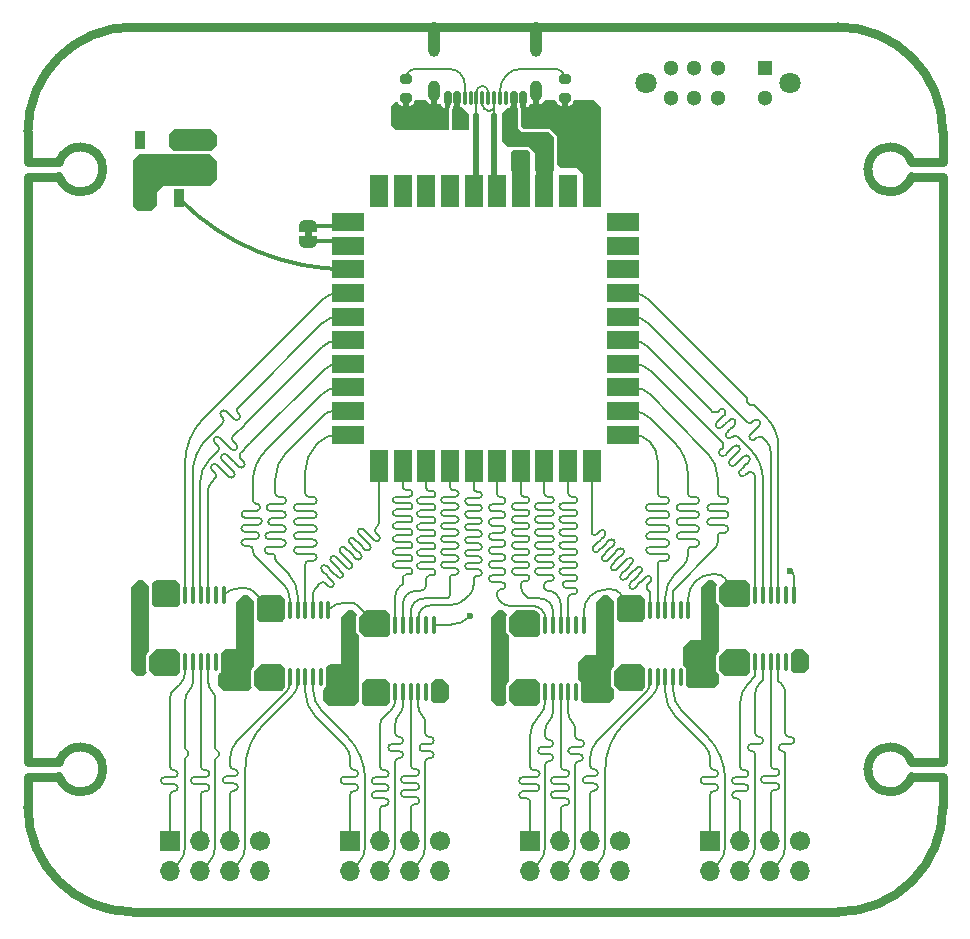
<source format=gbr>
%TF.GenerationSoftware,KiCad,Pcbnew,8.0.6*%
%TF.CreationDate,2024-12-18T16:17:05-08:00*%
%TF.ProjectId,pico-analyzer,7069636f-2d61-46e6-916c-797a65722e6b,1.0*%
%TF.SameCoordinates,Original*%
%TF.FileFunction,Copper,L1,Top*%
%TF.FilePolarity,Positive*%
%FSLAX46Y46*%
G04 Gerber Fmt 4.6, Leading zero omitted, Abs format (unit mm)*
G04 Created by KiCad (PCBNEW 8.0.6) date 2024-12-18 16:17:05*
%MOMM*%
%LPD*%
G01*
G04 APERTURE LIST*
G04 Aperture macros list*
%AMRoundRect*
0 Rectangle with rounded corners*
0 $1 Rounding radius*
0 $2 $3 $4 $5 $6 $7 $8 $9 X,Y pos of 4 corners*
0 Add a 4 corners polygon primitive as box body*
4,1,4,$2,$3,$4,$5,$6,$7,$8,$9,$2,$3,0*
0 Add four circle primitives for the rounded corners*
1,1,$1+$1,$2,$3*
1,1,$1+$1,$4,$5*
1,1,$1+$1,$6,$7*
1,1,$1+$1,$8,$9*
0 Add four rect primitives between the rounded corners*
20,1,$1+$1,$2,$3,$4,$5,0*
20,1,$1+$1,$4,$5,$6,$7,0*
20,1,$1+$1,$6,$7,$8,$9,0*
20,1,$1+$1,$8,$9,$2,$3,0*%
%AMFreePoly0*
4,1,19,0.500000,-0.750000,0.000000,-0.750000,0.000000,-0.744911,-0.071157,-0.744911,-0.207708,-0.704816,-0.327430,-0.627875,-0.420627,-0.520320,-0.479746,-0.390866,-0.500000,-0.250000,-0.500000,0.250000,-0.479746,0.390866,-0.420627,0.520320,-0.327430,0.627875,-0.207708,0.704816,-0.071157,0.744911,0.000000,0.744911,0.000000,0.750000,0.500000,0.750000,0.500000,-0.750000,0.500000,-0.750000,
$1*%
%AMFreePoly1*
4,1,19,0.000000,0.744911,0.071157,0.744911,0.207708,0.704816,0.327430,0.627875,0.420627,0.520320,0.479746,0.390866,0.500000,0.250000,0.500000,-0.250000,0.479746,-0.390866,0.420627,-0.520320,0.327430,-0.627875,0.207708,-0.704816,0.071157,-0.744911,0.000000,-0.744911,0.000000,-0.750000,-0.500000,-0.750000,-0.500000,0.750000,0.000000,0.750000,0.000000,0.744911,0.000000,0.744911,
$1*%
G04 Aperture macros list end*
%TA.AperFunction,Conductor*%
%ADD10C,0.800000*%
%TD*%
%TA.AperFunction,EtchedComponent*%
%ADD11C,0.000000*%
%TD*%
%TA.AperFunction,SMDPad,CuDef*%
%ADD12R,2.800000X1.500000*%
%TD*%
%TA.AperFunction,SMDPad,CuDef*%
%ADD13R,1.500000X2.800000*%
%TD*%
%TA.AperFunction,SMDPad,CuDef*%
%ADD14RoundRect,0.225000X0.225000X0.250000X-0.225000X0.250000X-0.225000X-0.250000X0.225000X-0.250000X0*%
%TD*%
%TA.AperFunction,SMDPad,CuDef*%
%ADD15RoundRect,0.150000X0.150000X0.425000X-0.150000X0.425000X-0.150000X-0.425000X0.150000X-0.425000X0*%
%TD*%
%TA.AperFunction,SMDPad,CuDef*%
%ADD16RoundRect,0.075000X0.075000X0.500000X-0.075000X0.500000X-0.075000X-0.500000X0.075000X-0.500000X0*%
%TD*%
%TA.AperFunction,ComponentPad*%
%ADD17O,1.000000X1.800000*%
%TD*%
%TA.AperFunction,ComponentPad*%
%ADD18O,1.000000X2.200000*%
%TD*%
%TA.AperFunction,SMDPad,CuDef*%
%ADD19RoundRect,0.200000X-0.275000X0.200000X-0.275000X-0.200000X0.275000X-0.200000X0.275000X0.200000X0*%
%TD*%
%TA.AperFunction,ComponentPad*%
%ADD20R,1.700000X1.700000*%
%TD*%
%TA.AperFunction,ComponentPad*%
%ADD21O,1.700000X1.700000*%
%TD*%
%TA.AperFunction,ComponentPad*%
%ADD22C,1.700000*%
%TD*%
%TA.AperFunction,SMDPad,CuDef*%
%ADD23RoundRect,0.090000X-0.360000X0.660000X-0.360000X-0.660000X0.360000X-0.660000X0.360000X0.660000X0*%
%TD*%
%TA.AperFunction,SMDPad,CuDef*%
%ADD24RoundRect,0.100000X0.100000X-0.637500X0.100000X0.637500X-0.100000X0.637500X-0.100000X-0.637500X0*%
%TD*%
%TA.AperFunction,SMDPad,CuDef*%
%ADD25RoundRect,0.225000X-0.250000X0.225000X-0.250000X-0.225000X0.250000X-0.225000X0.250000X0.225000X0*%
%TD*%
%TA.AperFunction,ComponentPad*%
%ADD26R,1.300000X1.300000*%
%TD*%
%TA.AperFunction,ComponentPad*%
%ADD27C,1.300000*%
%TD*%
%TA.AperFunction,ComponentPad*%
%ADD28C,1.800000*%
%TD*%
%TA.AperFunction,SMDPad,CuDef*%
%ADD29FreePoly0,270.000000*%
%TD*%
%TA.AperFunction,SMDPad,CuDef*%
%ADD30FreePoly1,270.000000*%
%TD*%
%TA.AperFunction,ViaPad*%
%ADD31C,0.600000*%
%TD*%
%TA.AperFunction,Conductor*%
%ADD32C,0.350000*%
%TD*%
%TA.AperFunction,Conductor*%
%ADD33C,0.200000*%
%TD*%
%TA.AperFunction,Conductor*%
%ADD34C,1.000000*%
%TD*%
%TA.AperFunction,Conductor*%
%ADD35C,0.500000*%
%TD*%
G04 APERTURE END LIST*
D10*
%TO.N,GND*%
X145415000Y-126365000D02*
X85725000Y-126365000D01*
X149860000Y-61595000D02*
G75*
G02*
X151667242Y-62897586I0J-1905000D01*
G01*
X81280000Y-61595000D02*
G75*
G02*
X81280000Y-65405000I0J-1905000D01*
G01*
X85725000Y-126365000D02*
G75*
G02*
X76835000Y-117475000I0J8890000D01*
G01*
X76835000Y-113699171D02*
X76835000Y-64103999D01*
X149860000Y-112395000D02*
G75*
G02*
X151667242Y-113697586I0J-1905000D01*
G01*
X154305000Y-117475000D02*
G75*
G02*
X145415000Y-126365000I-8890000J0D01*
G01*
X81280000Y-65405000D02*
G75*
G02*
X79472758Y-64102414I0J1905000D01*
G01*
X154305000Y-113696001D02*
X154305000Y-64100829D01*
X81280000Y-116205000D02*
G75*
G02*
X79472758Y-114902414I0J1905000D01*
G01*
X151667241Y-64102414D02*
G75*
G02*
X149860000Y-65404999I-1807241J602414D01*
G01*
X79472758Y-114902414D02*
X76835000Y-114903999D01*
X76835000Y-114903999D02*
X76835000Y-117475000D01*
X79472759Y-62897586D02*
X76835000Y-62899171D01*
X151667242Y-62897586D02*
X154305000Y-62896001D01*
X151667241Y-114902414D02*
X154305000Y-114900829D01*
X79472759Y-62897586D02*
G75*
G02*
X81280000Y-61595001I1807241J-602414D01*
G01*
X76835000Y-60325000D02*
G75*
G02*
X85725000Y-51435000I8890000J0D01*
G01*
X151667241Y-114902414D02*
G75*
G02*
X149860000Y-116204999I-1807241J602414D01*
G01*
X79472758Y-64102414D02*
X76835000Y-64103999D01*
X151667242Y-113697586D02*
X154305000Y-113696001D01*
X85725000Y-51435000D02*
X145415000Y-51435000D01*
X145415000Y-51435000D02*
G75*
G02*
X154305000Y-60325000I0J-8890000D01*
G01*
X154305000Y-62896001D02*
X154305000Y-60325000D01*
X76835000Y-62899171D02*
X76835000Y-60325000D01*
X79472759Y-113697586D02*
X76835000Y-113699171D01*
X79472759Y-113697586D02*
G75*
G02*
X81280000Y-112395001I1807241J-602414D01*
G01*
X151667241Y-64102414D02*
X154305000Y-64100829D01*
X154305000Y-117475000D02*
X154305000Y-114900829D01*
X81280000Y-112395000D02*
G75*
G02*
X81280000Y-116205000I0J-1905000D01*
G01*
X149860000Y-65405000D02*
G75*
G02*
X149860000Y-61595000I0J1905000D01*
G01*
X149860000Y-116205000D02*
G75*
G02*
X149860000Y-112395000I0J1905000D01*
G01*
D11*
%TA.AperFunction,EtchedComponent*%
%TD*%
%TO.C,JP1*%
G36*
X100884000Y-69211000D02*
G01*
X100284000Y-69211000D01*
X100284000Y-68711000D01*
X100884000Y-68711000D01*
X100884000Y-69211000D01*
G37*
%TD.AperFunction*%
D12*
%TO.P,U7,1,GPIO0*%
%TO.N,Net-(JP1-A)*%
X103920000Y-67962000D03*
%TO.P,U7,2,GPIO1*%
%TO.N,Net-(JP1-B)*%
X103920000Y-69962000D03*
%TO.P,U7,3,GPIO2*%
%TO.N,Net-(D1-DIN)*%
X103920000Y-71962000D03*
%TO.P,U7,4,GPIO3*%
%TO.N,/Level Translation/I0*%
X103920000Y-73962000D03*
%TO.P,U7,5,GPIO4*%
%TO.N,/Level Translation/I1*%
X103920000Y-75962000D03*
%TO.P,U7,6,GPIO5*%
%TO.N,/Level Translation/I2*%
X103920000Y-77962000D03*
%TO.P,U7,7,GPIO6*%
%TO.N,/Level Translation/I3*%
X103920000Y-79962000D03*
%TO.P,U7,8,GPIO7*%
%TO.N,/Level Translation/I4*%
X103920000Y-81962000D03*
%TO.P,U7,9,GPIO8*%
%TO.N,/Level Translation/I5*%
X103920000Y-83962000D03*
%TO.P,U7,10,GPIO9*%
%TO.N,/Level Translation/I6*%
X103920000Y-85962000D03*
D13*
%TO.P,U7,11,GPIO10*%
%TO.N,/Level Translation/I7*%
X106570000Y-88612000D03*
%TO.P,U7,12,GPIO11*%
%TO.N,/Level Translation/I8*%
X108570000Y-88612000D03*
%TO.P,U7,13,GPIO12*%
%TO.N,/Level Translation/I9*%
X110570000Y-88612000D03*
%TO.P,U7,14,GPIO13*%
%TO.N,/Level Translation/I10*%
X112570000Y-88612000D03*
%TO.P,U7,15,GPIO14*%
%TO.N,/Level Translation/I11*%
X114570000Y-88612000D03*
%TO.P,U7,16,GPIO15*%
%TO.N,/Level Translation/I12*%
X116570000Y-88612000D03*
%TO.P,U7,17,GPIO16*%
%TO.N,/Level Translation/I13*%
X118570000Y-88612000D03*
%TO.P,U7,18,GPIO17*%
%TO.N,/Level Translation/I14*%
X120570000Y-88612000D03*
%TO.P,U7,19,GPIO18*%
%TO.N,/Level Translation/I15*%
X122570000Y-88612000D03*
%TO.P,U7,20,GPIO19*%
%TO.N,/Level Translation/I16*%
X124570000Y-88612000D03*
D12*
%TO.P,U7,21,GPIO20*%
%TO.N,/Level Translation/I17*%
X127220000Y-85962000D03*
%TO.P,U7,22,GPIO21*%
%TO.N,/Level Translation/I18*%
X127220000Y-83962000D03*
%TO.P,U7,23,GPIO22*%
%TO.N,/Level Translation/I19*%
X127220000Y-81962000D03*
%TO.P,U7,24,GPIO23*%
%TO.N,/Level Translation/I20*%
X127220000Y-79962000D03*
%TO.P,U7,25,GPIO24*%
%TO.N,/Level Translation/I21*%
X127220000Y-77962000D03*
%TO.P,U7,26,GPIO25*%
%TO.N,/Level Translation/I22*%
X127220000Y-75962000D03*
%TO.P,U7,27,GPIO26*%
%TO.N,/Level Translation/I23*%
X127220000Y-73962000D03*
%TO.P,U7,28,GPIO27*%
%TO.N,unconnected-(U7-GPIO27-Pad28)*%
X127220000Y-71962000D03*
%TO.P,U7,29,GPIO28*%
%TO.N,unconnected-(U7-GPIO28-Pad29)*%
X127220000Y-69962000D03*
%TO.P,U7,30,GPIO29*%
%TO.N,unconnected-(U7-GPIO29-Pad30)*%
X127220000Y-67962000D03*
D13*
%TO.P,U7,31,GND*%
%TO.N,GND*%
X124570000Y-65312000D03*
%TO.P,U7,32,VBAT*%
%TO.N,unconnected-(U7-VBAT-Pad32)*%
X122570000Y-65312000D03*
%TO.P,U7,33,5V*%
%TO.N,+5V*%
X120570000Y-65312000D03*
%TO.P,U7,34,3.3V*%
%TO.N,+3V3*%
X118570000Y-65312000D03*
%TO.P,U7,35,USB_D-*%
%TO.N,Net-(U7-USB_D-)*%
X116570000Y-65312000D03*
%TO.P,U7,36,USB_D+*%
%TO.N,Net-(U7-USB_D+)*%
X114570000Y-65312000D03*
%TO.P,U7,37,SWDIO*%
%TO.N,unconnected-(U7-SWDIO-Pad37)*%
X112570000Y-65312000D03*
%TO.P,U7,38,SWCLK*%
%TO.N,unconnected-(U7-SWCLK-Pad38)*%
X110570000Y-65312000D03*
%TO.P,U7,39,~{RESET}*%
%TO.N,unconnected-(U7-~{RESET}-Pad39)*%
X108570000Y-65312000D03*
%TO.P,U7,40,BOOTSEL*%
%TO.N,unconnected-(U7-BOOTSEL-Pad40)*%
X106570000Y-65312000D03*
%TD*%
D14*
%TO.P,C12,1*%
%TO.N,+3V3*%
X136144000Y-99822000D03*
%TO.P,C12,2*%
%TO.N,GND*%
X134594000Y-99822000D03*
%TD*%
D15*
%TO.P,J5,A1,GND*%
%TO.N,GND*%
X118770000Y-57476200D03*
%TO.P,J5,A4,VBUS*%
%TO.N,+5V*%
X117970000Y-57476200D03*
D16*
%TO.P,J5,A5,CC1*%
%TO.N,Net-(J5-CC1)*%
X116820000Y-57476200D03*
%TO.P,J5,A6,D+*%
%TO.N,Net-(U7-USB_D+)*%
X115820000Y-57476200D03*
%TO.P,J5,A7,D-*%
%TO.N,Net-(U7-USB_D-)*%
X115320000Y-57476200D03*
%TO.P,J5,A8,SBU1*%
%TO.N,unconnected-(J5-SBU1-PadA8)*%
X114320000Y-57476200D03*
D15*
%TO.P,J5,A9,VBUS*%
%TO.N,+5V*%
X113170000Y-57476200D03*
%TO.P,J5,A12,GND*%
%TO.N,GND*%
X112370000Y-57476200D03*
%TO.P,J5,B1,GND*%
X112370000Y-57476200D03*
%TO.P,J5,B4,VBUS*%
%TO.N,+5V*%
X113170000Y-57476200D03*
D16*
%TO.P,J5,B5,CC2*%
%TO.N,Net-(J5-CC2)*%
X113820000Y-57476200D03*
%TO.P,J5,B6,D+*%
%TO.N,Net-(U7-USB_D+)*%
X114820000Y-57476200D03*
%TO.P,J5,B7,D-*%
%TO.N,Net-(U7-USB_D-)*%
X116320000Y-57476200D03*
%TO.P,J5,B8,SBU2*%
%TO.N,unconnected-(J5-SBU2-PadB8)*%
X117320000Y-57476200D03*
D15*
%TO.P,J5,B9,VBUS*%
%TO.N,+5V*%
X117970000Y-57476200D03*
%TO.P,J5,B12,GND*%
%TO.N,GND*%
X118770000Y-57476200D03*
D17*
%TO.P,J5,S1,SHIELD*%
X119890000Y-56901200D03*
D18*
X119890000Y-52901200D03*
D17*
X111250000Y-56901200D03*
D18*
X111250000Y-52901200D03*
%TD*%
D14*
%TO.P,C10,1*%
%TO.N,+3V3*%
X127254000Y-101092000D03*
%TO.P,C10,2*%
%TO.N,GND*%
X125704000Y-101092000D03*
%TD*%
%TO.P,C4,1*%
%TO.N,+3V3*%
X96774000Y-101092000D03*
%TO.P,C4,2*%
%TO.N,GND*%
X95224000Y-101092000D03*
%TD*%
D19*
%TO.P,R1,1*%
%TO.N,Net-(J5-CC1)*%
X122301000Y-55817000D03*
%TO.P,R1,2*%
%TO.N,GND*%
X122301000Y-57467000D03*
%TD*%
D20*
%TO.P,J1,1,Pin_1*%
%TO.N,/Level Translation/C0*%
X88890000Y-120396000D03*
D21*
%TO.P,J1,2,Pin_2*%
%TO.N,/Level Translation/C1*%
X88890000Y-122936000D03*
%TO.P,J1,3,Pin_3*%
%TO.N,/Level Translation/C2*%
X91430000Y-120396000D03*
%TO.P,J1,4,Pin_4*%
%TO.N,/Level Translation/C3*%
X91430000Y-122936000D03*
%TO.P,J1,5,Pin_5*%
%TO.N,/Level Translation/C4*%
X93970000Y-120396000D03*
%TO.P,J1,6,Pin_6*%
%TO.N,/Level Translation/C5*%
X93970000Y-122936000D03*
D22*
%TO.P,J1,7,Pin_7*%
%TO.N,GND*%
X96510000Y-120396000D03*
D21*
%TO.P,J1,8,Pin_8*%
%TO.N,V_{in}*%
X96510000Y-122936000D03*
%TD*%
D23*
%TO.P,D1,1,VDD*%
%TO.N,+5V*%
X89610000Y-61050000D03*
%TO.P,D1,2,DOUT*%
%TO.N,unconnected-(D1-DOUT-Pad2)*%
X86310000Y-61050000D03*
%TO.P,D1,3,VSS*%
%TO.N,GND*%
X86310000Y-65950000D03*
%TO.P,D1,4,DIN*%
%TO.N,Net-(D1-DIN)*%
X89610000Y-65950000D03*
%TD*%
D24*
%TO.P,U4,1,VCCA*%
%TO.N,V_{ref}*%
X120000000Y-107764500D03*
%TO.P,U4,2,A1*%
%TO.N,/Level Translation/C12*%
X120650000Y-107764500D03*
%TO.P,U4,3,A2*%
%TO.N,/Level Translation/C13*%
X121300000Y-107764500D03*
%TO.P,U4,4,A3*%
%TO.N,/Level Translation/C14*%
X121950000Y-107764500D03*
%TO.P,U4,5,A4*%
%TO.N,/Level Translation/C15*%
X122600000Y-107764500D03*
%TO.P,U4,6,NC*%
%TO.N,unconnected-(U4-NC-Pad6)*%
X123250000Y-107764500D03*
%TO.P,U4,7,GND*%
%TO.N,GND*%
X123900000Y-107764500D03*
%TO.P,U4,8,OE*%
%TO.N,+3V3*%
X123900000Y-102039500D03*
%TO.P,U4,9,NC*%
%TO.N,unconnected-(U4-NC-Pad9)*%
X123250000Y-102039500D03*
%TO.P,U4,10,B4*%
%TO.N,/Level Translation/I15*%
X122600000Y-102039500D03*
%TO.P,U4,11,B3*%
%TO.N,/Level Translation/I14*%
X121950000Y-102039500D03*
%TO.P,U4,12,B2*%
%TO.N,/Level Translation/I13*%
X121300000Y-102039500D03*
%TO.P,U4,13,B1*%
%TO.N,/Level Translation/I12*%
X120650000Y-102039500D03*
%TO.P,U4,14,VCCB*%
%TO.N,+3V3*%
X120000000Y-102039500D03*
%TD*%
D14*
%TO.P,C6,1*%
%TO.N,+3V3*%
X105664000Y-102362000D03*
%TO.P,C6,2*%
%TO.N,GND*%
X104114000Y-102362000D03*
%TD*%
D19*
%TO.P,R2,1*%
%TO.N,Net-(J5-CC2)*%
X108839000Y-55817000D03*
%TO.P,R2,2*%
%TO.N,GND*%
X108839000Y-57467000D03*
%TD*%
D14*
%TO.P,C3,1*%
%TO.N,V_{ref}*%
X87884000Y-104902000D03*
%TO.P,C3,2*%
%TO.N,GND*%
X86334000Y-104902000D03*
%TD*%
D20*
%TO.P,J4,1,Pin_1*%
%TO.N,/Level Translation/C18*%
X134610000Y-120396000D03*
D21*
%TO.P,J4,2,Pin_2*%
%TO.N,/Level Translation/C19*%
X134610000Y-122936000D03*
%TO.P,J4,3,Pin_3*%
%TO.N,/Level Translation/C20*%
X137150000Y-120396000D03*
%TO.P,J4,4,Pin_4*%
%TO.N,/Level Translation/C21*%
X137150000Y-122936000D03*
%TO.P,J4,5,Pin_5*%
%TO.N,/Level Translation/C22*%
X139690000Y-120396000D03*
%TO.P,J4,6,Pin_6*%
%TO.N,/Level Translation/C23*%
X139690000Y-122936000D03*
D22*
%TO.P,J4,7,Pin_7*%
%TO.N,GND*%
X142230000Y-120396000D03*
D21*
%TO.P,J4,8,Pin_8*%
%TO.N,V_{in}*%
X142230000Y-122936000D03*
%TD*%
D20*
%TO.P,J2,1,Pin_1*%
%TO.N,/Level Translation/C6*%
X104130000Y-120396000D03*
D21*
%TO.P,J2,2,Pin_2*%
%TO.N,/Level Translation/C7*%
X104130000Y-122936000D03*
%TO.P,J2,3,Pin_3*%
%TO.N,/Level Translation/C8*%
X106670000Y-120396000D03*
%TO.P,J2,4,Pin_4*%
%TO.N,/Level Translation/C9*%
X106670000Y-122936000D03*
%TO.P,J2,5,Pin_5*%
%TO.N,/Level Translation/C10*%
X109210000Y-120396000D03*
%TO.P,J2,6,Pin_6*%
%TO.N,/Level Translation/C11*%
X109210000Y-122936000D03*
D22*
%TO.P,J2,7,Pin_7*%
%TO.N,GND*%
X111750000Y-120396000D03*
D21*
%TO.P,J2,8,Pin_8*%
%TO.N,V_{in}*%
X111750000Y-122936000D03*
%TD*%
D14*
%TO.P,C2,1*%
%TO.N,+3V3*%
X87884000Y-99822000D03*
%TO.P,C2,2*%
%TO.N,GND*%
X86334000Y-99822000D03*
%TD*%
D24*
%TO.P,U1,1,VCCA*%
%TO.N,V_{ref}*%
X89520000Y-105224500D03*
%TO.P,U1,2,A1*%
%TO.N,/Level Translation/C0*%
X90170000Y-105224500D03*
%TO.P,U1,3,A2*%
%TO.N,/Level Translation/C1*%
X90820000Y-105224500D03*
%TO.P,U1,4,A3*%
%TO.N,/Level Translation/C2*%
X91470000Y-105224500D03*
%TO.P,U1,5,A4*%
%TO.N,/Level Translation/C3*%
X92120000Y-105224500D03*
%TO.P,U1,6,NC*%
%TO.N,unconnected-(U1-NC-Pad6)*%
X92770000Y-105224500D03*
%TO.P,U1,7,GND*%
%TO.N,GND*%
X93420000Y-105224500D03*
%TO.P,U1,8,OE*%
%TO.N,+3V3*%
X93420000Y-99499500D03*
%TO.P,U1,9,NC*%
%TO.N,unconnected-(U1-NC-Pad9)*%
X92770000Y-99499500D03*
%TO.P,U1,10,B4*%
%TO.N,/Level Translation/I3*%
X92120000Y-99499500D03*
%TO.P,U1,11,B3*%
%TO.N,/Level Translation/I2*%
X91470000Y-99499500D03*
%TO.P,U1,12,B2*%
%TO.N,/Level Translation/I1*%
X90820000Y-99499500D03*
%TO.P,U1,13,B1*%
%TO.N,/Level Translation/I0*%
X90170000Y-99499500D03*
%TO.P,U1,14,VCCB*%
%TO.N,+3V3*%
X89520000Y-99499500D03*
%TD*%
D14*
%TO.P,C7,1*%
%TO.N,V_{ref}*%
X105664000Y-107442000D03*
%TO.P,C7,2*%
%TO.N,GND*%
X104114000Y-107442000D03*
%TD*%
D20*
%TO.P,J3,1,Pin_1*%
%TO.N,/Level Translation/C12*%
X119370000Y-120396000D03*
D21*
%TO.P,J3,2,Pin_2*%
%TO.N,/Level Translation/C13*%
X119370000Y-122936000D03*
%TO.P,J3,3,Pin_3*%
%TO.N,/Level Translation/C14*%
X121910000Y-120396000D03*
%TO.P,J3,4,Pin_4*%
%TO.N,/Level Translation/C15*%
X121910000Y-122936000D03*
%TO.P,J3,5,Pin_5*%
%TO.N,/Level Translation/C16*%
X124450000Y-120396000D03*
%TO.P,J3,6,Pin_6*%
%TO.N,/Level Translation/C17*%
X124450000Y-122936000D03*
D22*
%TO.P,J3,7,Pin_7*%
%TO.N,GND*%
X126990000Y-120396000D03*
D21*
%TO.P,J3,8,Pin_8*%
%TO.N,V_{in}*%
X126990000Y-122936000D03*
%TD*%
D14*
%TO.P,C13,1*%
%TO.N,V_{ref}*%
X136144000Y-104902000D03*
%TO.P,C13,2*%
%TO.N,GND*%
X134594000Y-104902000D03*
%TD*%
%TO.P,C9,1*%
%TO.N,V_{ref}*%
X118364000Y-107442000D03*
%TO.P,C9,2*%
%TO.N,GND*%
X116814000Y-107442000D03*
%TD*%
D25*
%TO.P,C1,1*%
%TO.N,+5V*%
X92075000Y-61328000D03*
%TO.P,C1,2*%
%TO.N,GND*%
X92075000Y-62878000D03*
%TD*%
D24*
%TO.P,U6,1,VCCA*%
%TO.N,V_{ref}*%
X137780000Y-105224500D03*
%TO.P,U6,2,A1*%
%TO.N,/Level Translation/C20*%
X138430000Y-105224500D03*
%TO.P,U6,3,A2*%
%TO.N,/Level Translation/C21*%
X139080000Y-105224500D03*
%TO.P,U6,4,A3*%
%TO.N,/Level Translation/C22*%
X139730000Y-105224500D03*
%TO.P,U6,5,A4*%
%TO.N,/Level Translation/C23*%
X140380000Y-105224500D03*
%TO.P,U6,6,NC*%
%TO.N,unconnected-(U6-NC-Pad6)*%
X141030000Y-105224500D03*
%TO.P,U6,7,GND*%
%TO.N,GND*%
X141680000Y-105224500D03*
%TO.P,U6,8,OE*%
%TO.N,+3V3*%
X141680000Y-99499500D03*
%TO.P,U6,9,NC*%
%TO.N,unconnected-(U6-NC-Pad9)*%
X141030000Y-99499500D03*
%TO.P,U6,10,B4*%
%TO.N,/Level Translation/I23*%
X140380000Y-99499500D03*
%TO.P,U6,11,B3*%
%TO.N,/Level Translation/I22*%
X139730000Y-99499500D03*
%TO.P,U6,12,B2*%
%TO.N,/Level Translation/I21*%
X139080000Y-99499500D03*
%TO.P,U6,13,B1*%
%TO.N,/Level Translation/I20*%
X138430000Y-99499500D03*
%TO.P,U6,14,VCCB*%
%TO.N,+3V3*%
X137780000Y-99499500D03*
%TD*%
D14*
%TO.P,C8,1*%
%TO.N,+3V3*%
X118364000Y-102362000D03*
%TO.P,C8,2*%
%TO.N,GND*%
X116814000Y-102362000D03*
%TD*%
D26*
%TO.P,SW1,1,1*%
%TO.N,V_{in}*%
X139255000Y-54950000D03*
D27*
%TO.P,SW1,2,2*%
%TO.N,V_{ref}*%
X135255000Y-54950000D03*
%TO.P,SW1,3,3*%
%TO.N,+3V3*%
X133255000Y-54950000D03*
%TO.P,SW1,4,4*%
%TO.N,+5V*%
X131255000Y-54950000D03*
%TO.P,SW1,5,5*%
%TO.N,V_{in}*%
X139255000Y-57450000D03*
%TO.P,SW1,6,6*%
%TO.N,V_{ref}*%
X135255000Y-57450000D03*
%TO.P,SW1,7,7*%
%TO.N,+3V3*%
X133255000Y-57450000D03*
%TO.P,SW1,8,8*%
%TO.N,+5V*%
X131255000Y-57450000D03*
D28*
%TO.P,SW1,MH1*%
%TO.N,N/C*%
X141355000Y-56200000D03*
%TO.P,SW1,MH2*%
X129155000Y-56200000D03*
%TD*%
D14*
%TO.P,C11,1*%
%TO.N,V_{ref}*%
X127254000Y-106172000D03*
%TO.P,C11,2*%
%TO.N,GND*%
X125704000Y-106172000D03*
%TD*%
D24*
%TO.P,U5,1,VCCA*%
%TO.N,V_{ref}*%
X128860000Y-106494500D03*
%TO.P,U5,2,A1*%
%TO.N,/Level Translation/C16*%
X129510000Y-106494500D03*
%TO.P,U5,3,A2*%
%TO.N,/Level Translation/C17*%
X130160000Y-106494500D03*
%TO.P,U5,4,A3*%
%TO.N,/Level Translation/C18*%
X130810000Y-106494500D03*
%TO.P,U5,5,A4*%
%TO.N,/Level Translation/C19*%
X131460000Y-106494500D03*
%TO.P,U5,6,NC*%
%TO.N,unconnected-(U5-NC-Pad6)*%
X132110000Y-106494500D03*
%TO.P,U5,7,GND*%
%TO.N,GND*%
X132760000Y-106494500D03*
%TO.P,U5,8,OE*%
%TO.N,+3V3*%
X132760000Y-100769500D03*
%TO.P,U5,9,NC*%
%TO.N,unconnected-(U5-NC-Pad9)*%
X132110000Y-100769500D03*
%TO.P,U5,10,B4*%
%TO.N,/Level Translation/I19*%
X131460000Y-100769500D03*
%TO.P,U5,11,B3*%
%TO.N,/Level Translation/I18*%
X130810000Y-100769500D03*
%TO.P,U5,12,B2*%
%TO.N,/Level Translation/I17*%
X130160000Y-100769500D03*
%TO.P,U5,13,B1*%
%TO.N,/Level Translation/I16*%
X129510000Y-100769500D03*
%TO.P,U5,14,VCCB*%
%TO.N,+3V3*%
X128860000Y-100769500D03*
%TD*%
%TO.P,U3,1,VCCA*%
%TO.N,V_{ref}*%
X107300000Y-107764500D03*
%TO.P,U3,2,A1*%
%TO.N,/Level Translation/C8*%
X107950000Y-107764500D03*
%TO.P,U3,3,A2*%
%TO.N,/Level Translation/C9*%
X108600000Y-107764500D03*
%TO.P,U3,4,A3*%
%TO.N,/Level Translation/C10*%
X109250000Y-107764500D03*
%TO.P,U3,5,A4*%
%TO.N,/Level Translation/C11*%
X109900000Y-107764500D03*
%TO.P,U3,6,NC*%
%TO.N,unconnected-(U3-NC-Pad6)*%
X110550000Y-107764500D03*
%TO.P,U3,7,GND*%
%TO.N,GND*%
X111200000Y-107764500D03*
%TO.P,U3,8,OE*%
%TO.N,+3V3*%
X111200000Y-102039500D03*
%TO.P,U3,9,NC*%
%TO.N,unconnected-(U3-NC-Pad9)*%
X110550000Y-102039500D03*
%TO.P,U3,10,B4*%
%TO.N,/Level Translation/I11*%
X109900000Y-102039500D03*
%TO.P,U3,11,B3*%
%TO.N,/Level Translation/I10*%
X109250000Y-102039500D03*
%TO.P,U3,12,B2*%
%TO.N,/Level Translation/I9*%
X108600000Y-102039500D03*
%TO.P,U3,13,B1*%
%TO.N,/Level Translation/I8*%
X107950000Y-102039500D03*
%TO.P,U3,14,VCCB*%
%TO.N,+3V3*%
X107300000Y-102039500D03*
%TD*%
%TO.P,U2,1,VCCA*%
%TO.N,V_{ref}*%
X98380000Y-106494500D03*
%TO.P,U2,2,A1*%
%TO.N,/Level Translation/C4*%
X99030000Y-106494500D03*
%TO.P,U2,3,A2*%
%TO.N,/Level Translation/C5*%
X99680000Y-106494500D03*
%TO.P,U2,4,A3*%
%TO.N,/Level Translation/C6*%
X100330000Y-106494500D03*
%TO.P,U2,5,A4*%
%TO.N,/Level Translation/C7*%
X100980000Y-106494500D03*
%TO.P,U2,6,NC*%
%TO.N,unconnected-(U2-NC-Pad6)*%
X101630000Y-106494500D03*
%TO.P,U2,7,GND*%
%TO.N,GND*%
X102280000Y-106494500D03*
%TO.P,U2,8,OE*%
%TO.N,+3V3*%
X102280000Y-100769500D03*
%TO.P,U2,9,NC*%
%TO.N,unconnected-(U2-NC-Pad9)*%
X101630000Y-100769500D03*
%TO.P,U2,10,B4*%
%TO.N,/Level Translation/I7*%
X100980000Y-100769500D03*
%TO.P,U2,11,B3*%
%TO.N,/Level Translation/I6*%
X100330000Y-100769500D03*
%TO.P,U2,12,B2*%
%TO.N,/Level Translation/I5*%
X99680000Y-100769500D03*
%TO.P,U2,13,B1*%
%TO.N,/Level Translation/I4*%
X99030000Y-100769500D03*
%TO.P,U2,14,VCCB*%
%TO.N,+3V3*%
X98380000Y-100769500D03*
%TD*%
D29*
%TO.P,JP1,1,A*%
%TO.N,Net-(JP1-A)*%
X100584000Y-68311000D03*
D30*
%TO.P,JP1,2,B*%
%TO.N,Net-(JP1-B)*%
X100584000Y-69611000D03*
%TD*%
D14*
%TO.P,C5,1*%
%TO.N,V_{ref}*%
X96774000Y-106172000D03*
%TO.P,C5,2*%
%TO.N,GND*%
X95224000Y-106172000D03*
%TD*%
D31*
%TO.N,+5V*%
X117348000Y-58928000D03*
X120142000Y-62230000D03*
X113157000Y-59690000D03*
X113792000Y-58928000D03*
X113157000Y-58928000D03*
X117983000Y-59690000D03*
X113792000Y-59690000D03*
X120142000Y-62992000D03*
X90805000Y-60579000D03*
X117348000Y-59690000D03*
X117983000Y-58928000D03*
X90805000Y-61468000D03*
X121031000Y-62230000D03*
X121031000Y-62992000D03*
%TO.N,GND*%
X112014000Y-108204000D03*
X104140000Y-101346000D03*
X90805000Y-64389000D03*
X112141000Y-58928000D03*
X111379000Y-58928000D03*
X120523000Y-59690000D03*
X104140000Y-106426000D03*
X110617000Y-59690000D03*
X134620000Y-100838000D03*
X94234000Y-105664000D03*
X134620000Y-98806000D03*
X112141000Y-59690000D03*
X142494000Y-105664000D03*
X87249000Y-64389000D03*
X95250000Y-102108000D03*
X110617000Y-58928000D03*
X133604000Y-105918000D03*
X133604000Y-106934000D03*
X86233000Y-64389000D03*
X120523000Y-58928000D03*
X124079000Y-62230000D03*
X119761000Y-59690000D03*
X95250000Y-107188000D03*
X86360000Y-98806000D03*
X103124000Y-105918000D03*
X95250000Y-100076000D03*
X104140000Y-103378000D03*
X111379000Y-59690000D03*
X86360000Y-100838000D03*
X124079000Y-62992000D03*
X103124000Y-106934000D03*
X90805000Y-62738000D03*
X124714000Y-108204000D03*
X134620000Y-105918000D03*
X116840000Y-106426000D03*
X116840000Y-108458000D03*
X124714000Y-107188000D03*
X94234000Y-104648000D03*
X125730000Y-105156000D03*
X118999000Y-59690000D03*
X86360000Y-105918000D03*
X125730000Y-100076000D03*
X95250000Y-105156000D03*
X118999000Y-58928000D03*
X86360000Y-103886000D03*
X134620000Y-103886000D03*
X104140000Y-108458000D03*
X124968000Y-62230000D03*
X142494000Y-104648000D03*
X125730000Y-107188000D03*
X112014000Y-107188000D03*
X119761000Y-58928000D03*
X124968000Y-62992000D03*
X125730000Y-102108000D03*
%TO.N,+3V3*%
X88646000Y-98806000D03*
X127254000Y-100076000D03*
X118110000Y-62230000D03*
X105664000Y-101346000D03*
X118110000Y-62992000D03*
X128016000Y-100076000D03*
X118999000Y-62992000D03*
X118999000Y-62230000D03*
X136144000Y-98806000D03*
X106426000Y-101346000D03*
X119126000Y-101346000D03*
X87884000Y-98806000D03*
X97536000Y-100076000D03*
X114300000Y-101346000D03*
X136906000Y-98806000D03*
X141351000Y-97536000D03*
X96774000Y-100076000D03*
X118364000Y-101346000D03*
%TO.N,V_{ref}*%
X136144000Y-105918000D03*
X88646000Y-105918000D03*
X105664000Y-108458000D03*
X128016000Y-107188000D03*
X106426000Y-108458000D03*
X87884000Y-105918000D03*
X118364000Y-108458000D03*
X96774000Y-107188000D03*
X119126000Y-108458000D03*
X127254000Y-107188000D03*
X136906000Y-105918000D03*
X97536000Y-107188000D03*
%TD*%
D32*
%TO.N,Net-(D1-DIN)*%
X89754428Y-66094428D02*
X89610000Y-65950000D01*
X103920000Y-71962000D02*
G75*
G02*
X89754437Y-66094419I0J20033100D01*
G01*
D33*
%TO.N,GND*%
X119889000Y-51563000D02*
X119888000Y-51562000D01*
D34*
X119890000Y-51565414D02*
X119890000Y-52901200D01*
X111250000Y-51565414D02*
X111250000Y-52901200D01*
D33*
X119889000Y-51563000D02*
G75*
G02*
X119889994Y-51565414I-2400J-2400D01*
G01*
%TO.N,/Level Translation/C4*%
X94270000Y-114292640D02*
X94308819Y-114292640D01*
X94289409Y-114892640D02*
X94308819Y-114892640D01*
X94120000Y-114892640D02*
X93820000Y-114892640D01*
X93970000Y-116743320D02*
X93970000Y-116392640D01*
X94289419Y-115492640D02*
X94308839Y-115492640D01*
X93970000Y-113249620D02*
X93970000Y-113992640D01*
X94250590Y-114892640D02*
X94120000Y-114892640D01*
X94250580Y-115492640D02*
X94120000Y-115492640D01*
X93820000Y-115492640D02*
X93631181Y-115492640D01*
X94308839Y-116092640D02*
X94270000Y-116092640D01*
X94120000Y-115492640D02*
X93820000Y-115492640D01*
X94289419Y-115492640D02*
X94250580Y-115492640D01*
X93970000Y-116743320D02*
X93970000Y-117444680D01*
X93820000Y-114892640D02*
X93631181Y-114892640D01*
X94289409Y-114892640D02*
X94250590Y-114892640D01*
X99030000Y-106970550D02*
X99030000Y-106494500D01*
X93970000Y-117444680D02*
X93970000Y-120396000D01*
X94495394Y-111981205D02*
X98693381Y-107783218D01*
X93331181Y-115192640D02*
G75*
G02*
X93631181Y-114892581I300019J40D01*
G01*
X94270000Y-114292640D02*
G75*
G02*
X93969960Y-113992640I0J300040D01*
G01*
X94608819Y-114592640D02*
G75*
G02*
X94308819Y-114892619I-300019J40D01*
G01*
X94608839Y-115792640D02*
G75*
G03*
X94308839Y-115492561I-300039J40D01*
G01*
X94495394Y-111981205D02*
G75*
G03*
X93970011Y-113249620I1268406J-1268395D01*
G01*
X94308839Y-116092640D02*
G75*
G03*
X94608840Y-115792640I-39J300040D01*
G01*
X94608819Y-114592640D02*
G75*
G03*
X94308819Y-114292581I-300019J40D01*
G01*
X99030000Y-106970550D02*
G75*
G02*
X98693359Y-107783196I-1149300J50D01*
G01*
X94270000Y-116092640D02*
G75*
G03*
X93970040Y-116392640I0J-299960D01*
G01*
X93331181Y-115192640D02*
G75*
G03*
X93631181Y-115492619I300019J40D01*
G01*
%TO.N,/Level Translation/C5*%
X99680000Y-107039250D02*
X99680000Y-106494500D01*
X96843792Y-110420206D02*
X99294803Y-107969196D01*
X95250000Y-120750903D02*
X95250000Y-114267963D01*
X94610000Y-122296000D02*
X93970000Y-122936000D01*
X96843792Y-110420206D02*
G75*
G03*
X95249988Y-114267963I3847808J-3847794D01*
G01*
X95250000Y-120750903D02*
G75*
G02*
X94609999Y-122295999I-2185100J3D01*
G01*
X99680000Y-107039250D02*
G75*
G02*
X99294770Y-107969163I-1315100J50D01*
G01*
%TO.N,/Level Translation/C2*%
X91770000Y-114346000D02*
X91912944Y-114346000D01*
X91620000Y-115546000D02*
X91320000Y-115546000D01*
X90927051Y-114946000D02*
X91320000Y-114946000D01*
X90927051Y-115546000D02*
X91320000Y-115546000D01*
X91620000Y-114946000D02*
X91320000Y-114946000D01*
X91470000Y-114046000D02*
X91470000Y-105224500D01*
X91470000Y-116897000D02*
X91470000Y-117799000D01*
X91841475Y-115546000D02*
X91698524Y-115546000D01*
X91470000Y-120327715D02*
X91470000Y-117799000D01*
X91841472Y-114946000D02*
X91698528Y-114946000D01*
X91841472Y-114946000D02*
X91912944Y-114946000D01*
X91770000Y-116146000D02*
X91912951Y-116146000D01*
X91470000Y-116446000D02*
X91470000Y-116897000D01*
X91698524Y-115546000D02*
X91620000Y-115546000D01*
X91450000Y-120376000D02*
X91430000Y-120396000D01*
X91698528Y-114946000D02*
X91620000Y-114946000D01*
X91841475Y-115546000D02*
X91912951Y-115546000D01*
X91770000Y-114346000D02*
G75*
G02*
X91470000Y-114046000I0J300000D01*
G01*
X91470000Y-116446000D02*
G75*
G02*
X91770000Y-116146000I300000J0D01*
G01*
X90627051Y-115246000D02*
G75*
G02*
X90927051Y-114945951I300049J0D01*
G01*
X92212951Y-115846000D02*
G75*
G03*
X91912951Y-115546049I-299951J0D01*
G01*
X92212951Y-115846000D02*
G75*
G02*
X91912951Y-116145951I-299951J0D01*
G01*
X91912944Y-114346000D02*
G75*
G02*
X92212900Y-114646000I-44J-300000D01*
G01*
X91470000Y-120327715D02*
G75*
G02*
X91449995Y-120375995I-68300J15D01*
G01*
X91912944Y-114946000D02*
G75*
G03*
X92212900Y-114646000I-44J300000D01*
G01*
X90627051Y-115246000D02*
G75*
G03*
X90927051Y-115546049I300049J0D01*
G01*
%TO.N,/Level Translation/C3*%
X92984980Y-112796980D02*
X92984980Y-113122000D01*
X92120000Y-106942806D02*
X92120000Y-105224500D01*
X92070000Y-122296000D02*
X91430000Y-122936000D01*
X92710000Y-114011000D02*
X92710000Y-114589000D01*
X92710000Y-114589000D02*
X92710000Y-120750903D01*
X92710000Y-114011000D02*
X92710000Y-113884510D01*
X92710000Y-113559490D02*
X92710000Y-113884510D01*
X92710000Y-113559490D02*
X92710000Y-113396980D01*
X92710000Y-112522000D02*
X92710000Y-108367193D01*
X92847490Y-113259490D02*
G75*
G03*
X92709990Y-113396980I10J-137510D01*
G01*
X92415000Y-107655000D02*
G75*
G02*
X92710003Y-108367193I-712200J-712200D01*
G01*
X92710000Y-120750903D02*
G75*
G02*
X92069999Y-122295999I-2185100J3D01*
G01*
X92847490Y-113259490D02*
G75*
G03*
X92984990Y-113122000I10J137490D01*
G01*
X92847490Y-112659490D02*
G75*
G02*
X92985010Y-112796980I10J-137510D01*
G01*
X92710000Y-112522000D02*
G75*
G03*
X92847490Y-112659500I137500J0D01*
G01*
X92120000Y-106942806D02*
G75*
G03*
X92415002Y-107654998I1007200J6D01*
G01*
%TO.N,/Level Translation/C1*%
X90170000Y-120750903D02*
X90170000Y-114508925D01*
X89530000Y-122296000D02*
X88890000Y-122936000D01*
X90170000Y-113548624D02*
X90170000Y-113895376D01*
X90423248Y-113122000D02*
X90423248Y-112775248D01*
X90170000Y-113984308D02*
X90170000Y-114508925D01*
X90170000Y-113375248D02*
X90170000Y-113548624D01*
X90170000Y-113984308D02*
X90170000Y-113895376D01*
X90170000Y-112522000D02*
X90170000Y-108409619D01*
X90820000Y-106840380D02*
X90820000Y-105224500D01*
X90495000Y-107625000D02*
G75*
G03*
X90170008Y-108409619I784600J-784600D01*
G01*
X90423248Y-113122000D02*
G75*
G02*
X90296624Y-113248648I-126648J0D01*
G01*
X90423248Y-112775248D02*
G75*
G03*
X90296624Y-112648552I-126648J48D01*
G01*
X90170000Y-120750903D02*
G75*
G02*
X89529999Y-122295999I-2185100J3D01*
G01*
X90820000Y-106840380D02*
G75*
G02*
X90495006Y-107625006I-1109600J-20D01*
G01*
X90296624Y-113248624D02*
G75*
G03*
X90170024Y-113375248I-24J-126576D01*
G01*
X90170000Y-112522000D02*
G75*
G03*
X90296624Y-112648600I126600J0D01*
G01*
%TO.N,/Level Translation/C0*%
X88890000Y-108221071D02*
X88890000Y-114056561D01*
X89040000Y-114956561D02*
X88740000Y-114956561D01*
X89209013Y-115556561D02*
X89170987Y-115556561D01*
X88890000Y-117793719D02*
X88890000Y-120396000D01*
X89209013Y-115556561D02*
X89228026Y-115556561D01*
X90170000Y-105231571D02*
X90170000Y-105952250D01*
X89655402Y-107194596D02*
X88989802Y-107860197D01*
X88900000Y-108077000D02*
X88900000Y-108196928D01*
X89170987Y-114956561D02*
X89040000Y-114956561D01*
X89040000Y-115556561D02*
X88740000Y-115556561D01*
X89209013Y-114956561D02*
X89228026Y-114956561D01*
X89170987Y-115556561D02*
X89040000Y-115556561D01*
X88890000Y-116902280D02*
X88890000Y-116456561D01*
X89209013Y-114956561D02*
X89170987Y-114956561D01*
X88890000Y-116902280D02*
X88890000Y-117793719D01*
X88401964Y-115556561D02*
X88740000Y-115556561D01*
X88401964Y-114956561D02*
X88740000Y-114956561D01*
X89190000Y-116156561D02*
X89228026Y-116156561D01*
X89190000Y-114356561D02*
X89228026Y-114356561D01*
X89190000Y-114356561D02*
G75*
G02*
X88890039Y-114056561I0J299961D01*
G01*
X88101964Y-115256561D02*
G75*
G03*
X88401964Y-115556636I300036J-39D01*
G01*
X88900000Y-108196928D02*
G75*
G02*
X88894992Y-108208992I-17100J28D01*
G01*
X88895000Y-108209000D02*
G75*
G03*
X88889988Y-108221071I12100J-12100D01*
G01*
X88101964Y-115256561D02*
G75*
G02*
X88401964Y-114956564I300036J-39D01*
G01*
X89228026Y-114356561D02*
G75*
G02*
X89528039Y-114656561I-26J-300039D01*
G01*
X89228026Y-115556561D02*
G75*
G02*
X89528039Y-115856561I-26J-300039D01*
G01*
X88989802Y-107860197D02*
G75*
G03*
X88899998Y-108077000I216798J-216803D01*
G01*
X90170000Y-105952250D02*
G75*
G02*
X89655369Y-107194563I-1756900J50D01*
G01*
X89228026Y-114956561D02*
G75*
G03*
X89527961Y-114656561I-26J299961D01*
G01*
X88890000Y-116456561D02*
G75*
G02*
X89190000Y-116156600I300000J-39D01*
G01*
X89228026Y-116156561D02*
G75*
G03*
X89527961Y-115856561I-26J299961D01*
G01*
%TO.N,/Level Translation/C10*%
X109615626Y-114851783D02*
X109484374Y-114851783D01*
X109615621Y-116651783D02*
X109484378Y-116651783D01*
X109400000Y-114851783D02*
X109100000Y-114851783D01*
X109250000Y-117727666D02*
X109250000Y-118079433D01*
X109230000Y-120376000D02*
X109210000Y-120396000D01*
X109550000Y-117251783D02*
X109681243Y-117251783D01*
X109250000Y-113951783D02*
X109250000Y-107764500D01*
X109465626Y-116051783D02*
X109034374Y-116051783D01*
X109034374Y-115451783D02*
X108718750Y-115451783D01*
X109681252Y-114851783D02*
X109615626Y-114851783D01*
X109465626Y-115451783D02*
X109034374Y-115451783D01*
X109250000Y-117551783D02*
X109250000Y-117727666D01*
X109250000Y-118079433D02*
X109250000Y-120327715D01*
X109400000Y-114851783D02*
X109484374Y-114851783D01*
X109681243Y-116651783D02*
X109615621Y-116651783D01*
X109465626Y-116051783D02*
X109681252Y-116051783D01*
X108718749Y-116651783D02*
X109100000Y-116651783D01*
X109100000Y-114851783D02*
X108718750Y-114851783D01*
X109400000Y-116651783D02*
X109484378Y-116651783D01*
X109465626Y-115451783D02*
X109681252Y-115451783D01*
X108718749Y-116051783D02*
X109034374Y-116051783D01*
X109681252Y-114251783D02*
X109550000Y-114251783D01*
X109400000Y-116651783D02*
X109100000Y-116651783D01*
X109250000Y-113951783D02*
G75*
G03*
X109550000Y-114251800I300000J-17D01*
G01*
X109981252Y-114551783D02*
G75*
G02*
X109681252Y-114851752I-299952J-17D01*
G01*
X109981243Y-116951783D02*
G75*
G03*
X109681243Y-116651757I-300043J-17D01*
G01*
X109981252Y-115751783D02*
G75*
G02*
X109681252Y-116051752I-299952J-17D01*
G01*
X109981252Y-115751783D02*
G75*
G03*
X109681252Y-115451848I-299952J-17D01*
G01*
X109981252Y-114551783D02*
G75*
G03*
X109681252Y-114251848I-299952J-17D01*
G01*
X109550000Y-117251783D02*
G75*
G03*
X109249983Y-117551783I0J-300017D01*
G01*
X108418750Y-115151783D02*
G75*
G03*
X108718750Y-115451850I300050J-17D01*
G01*
X108718749Y-116651783D02*
G75*
G02*
X108418717Y-116351783I-49J299983D01*
G01*
X108718749Y-116051783D02*
G75*
G03*
X108418683Y-116351783I-49J-300017D01*
G01*
X108418750Y-115151783D02*
G75*
G02*
X108718750Y-114851750I300050J-17D01*
G01*
X109250000Y-120327715D02*
G75*
G02*
X109229995Y-120375995I-68300J15D01*
G01*
X109981243Y-116951783D02*
G75*
G02*
X109681243Y-117251843I-300043J-17D01*
G01*
%TO.N,/Level Translation/C11*%
X109900000Y-108974806D02*
X109900000Y-107764500D01*
X110847006Y-112152000D02*
X110732993Y-112152000D01*
X110490000Y-114243000D02*
X110490000Y-120750903D01*
X110847006Y-112752000D02*
X110732993Y-112752000D01*
X110612624Y-112752000D02*
X110367376Y-112752000D01*
X110244752Y-112152000D02*
X110367376Y-112152000D01*
X110732993Y-112152000D02*
X110612624Y-112152000D01*
X110847006Y-112752000D02*
X110904013Y-112752000D01*
X110612624Y-112152000D02*
X110367376Y-112152000D01*
X110244752Y-112752000D02*
X110367376Y-112752000D01*
X110847006Y-112152000D02*
X110904013Y-112152000D01*
X110490000Y-113652000D02*
X110490000Y-113849000D01*
X110490000Y-110399193D02*
X110490000Y-111252000D01*
X110790000Y-111552000D02*
X110904013Y-111552000D01*
X110732993Y-112752000D02*
X110612624Y-112752000D01*
X110790000Y-113352000D02*
X110904013Y-113352000D01*
X110490000Y-113849000D02*
X110490000Y-114243000D01*
X109999504Y-112506752D02*
X109999504Y-112397248D01*
X109850000Y-122296000D02*
X109210000Y-122936000D01*
X110195000Y-109687000D02*
G75*
G02*
X110490003Y-110399193I-712200J-712200D01*
G01*
X110904013Y-111552000D02*
G75*
G02*
X111204000Y-111852000I-13J-300000D01*
G01*
X110244752Y-112152000D02*
G75*
G03*
X109999600Y-112397248I48J-245200D01*
G01*
X110904013Y-112752000D02*
G75*
G02*
X111204000Y-113052000I-13J-300000D01*
G01*
X110904013Y-113352000D02*
G75*
G03*
X111204000Y-113052000I-13J300000D01*
G01*
X109999504Y-112506752D02*
G75*
G03*
X110244752Y-112752096I245296J-48D01*
G01*
X110490000Y-113652000D02*
G75*
G02*
X110790000Y-113352000I300000J0D01*
G01*
X109900000Y-108974806D02*
G75*
G03*
X110195002Y-109686998I1007200J6D01*
G01*
X110904013Y-112152000D02*
G75*
G03*
X111204000Y-111852000I-13J300000D01*
G01*
X110790000Y-111552000D02*
G75*
G02*
X110490000Y-111252000I0J300000D01*
G01*
X110490000Y-120750903D02*
G75*
G02*
X109849999Y-122295999I-2185100J3D01*
G01*
%TO.N,/Level Translation/C9*%
X108279925Y-112752000D02*
X108220075Y-112752000D01*
X107310000Y-122296000D02*
X106670000Y-122936000D01*
X107950000Y-114624000D02*
X107950000Y-120750903D01*
X107950000Y-111252000D02*
X107950000Y-110441619D01*
X108100000Y-112152000D02*
X108220073Y-112152000D01*
X107800000Y-112752000D02*
X107640141Y-112752000D01*
X108600000Y-108872380D02*
X108600000Y-107764500D01*
X108100000Y-112152000D02*
X107800000Y-112152000D01*
X108309850Y-112752000D02*
X108279925Y-112752000D01*
X107950000Y-113976000D02*
X107950000Y-114624000D01*
X108279927Y-112152000D02*
X108220073Y-112152000D01*
X108309854Y-112152000D02*
X108279927Y-112152000D01*
X108250000Y-113352000D02*
X108309850Y-113352000D01*
X108100000Y-112752000D02*
X108220075Y-112752000D01*
X107800000Y-112152000D02*
X107640141Y-112152000D01*
X107950000Y-113976000D02*
X107950000Y-113652000D01*
X108100000Y-112752000D02*
X107800000Y-112752000D01*
X108309854Y-111552000D02*
X108250000Y-111552000D01*
X108309850Y-113352000D02*
G75*
G03*
X108609800Y-113052000I-50J300000D01*
G01*
X108309850Y-112752000D02*
G75*
G02*
X108609800Y-113052000I-50J-300000D01*
G01*
X108609854Y-111852000D02*
G75*
G02*
X108309854Y-112151954I-299954J0D01*
G01*
X107950000Y-111252000D02*
G75*
G03*
X108250000Y-111552000I300000J0D01*
G01*
X108250000Y-113352000D02*
G75*
G03*
X107950000Y-113652000I0J-300000D01*
G01*
X108609854Y-111852000D02*
G75*
G03*
X108309854Y-111552046I-299954J0D01*
G01*
X108600000Y-108872380D02*
G75*
G02*
X108275006Y-109657006I-1109600J-20D01*
G01*
X107340141Y-112452000D02*
G75*
G03*
X107640141Y-112751959I299959J0D01*
G01*
X108275000Y-109657000D02*
G75*
G03*
X107950008Y-110441619I784600J-784600D01*
G01*
X107340141Y-112452000D02*
G75*
G02*
X107640141Y-112152041I299959J0D01*
G01*
X107950000Y-120750903D02*
G75*
G02*
X107309999Y-122295999I-2185100J3D01*
G01*
%TO.N,/Level Translation/C8*%
X107950000Y-108365250D02*
X107950000Y-107764500D01*
X107088383Y-116758645D02*
X107029191Y-116758645D01*
X106820000Y-114958645D02*
X106520000Y-114958645D01*
X106970000Y-114358645D02*
X107088383Y-114358645D01*
X107525205Y-109390794D02*
X106769802Y-110146197D01*
X106251617Y-114958645D02*
X106520000Y-114958645D01*
X106670000Y-117884322D02*
X106670000Y-118335677D01*
X106820000Y-116758645D02*
X106520000Y-116758645D01*
X106670000Y-110507071D02*
X106670000Y-114058645D01*
X106879191Y-115558645D02*
X106460808Y-115558645D01*
X106251617Y-116758645D02*
X106520000Y-116758645D01*
X106910808Y-114958645D02*
X106820000Y-114958645D01*
X106251617Y-116158645D02*
X106460808Y-116158645D01*
X107088383Y-115558645D02*
X106879191Y-115558645D01*
X107029191Y-114958645D02*
X107088383Y-114958645D01*
X107029191Y-114958645D02*
X106910808Y-114958645D01*
X107029191Y-116758645D02*
X106910808Y-116758645D01*
X106879191Y-116158645D02*
X106460808Y-116158645D01*
X106670000Y-118335677D02*
X106670000Y-120396000D01*
X106670000Y-117658645D02*
X106670000Y-117884322D01*
X106680000Y-110482928D02*
X106680000Y-110363000D01*
X106251617Y-115558645D02*
X106460808Y-115558645D01*
X106910808Y-116758645D02*
X106820000Y-116758645D01*
X107088383Y-117358645D02*
X106970000Y-117358645D01*
X107088383Y-116158645D02*
X106879191Y-116158645D01*
X107088383Y-116158645D02*
G75*
G03*
X107388445Y-115858645I17J300045D01*
G01*
X107388383Y-114658645D02*
G75*
G02*
X107088383Y-114958583I-299983J45D01*
G01*
X107388383Y-114658645D02*
G75*
G03*
X107088383Y-114358617I-299983J45D01*
G01*
X107950000Y-108365250D02*
G75*
G02*
X107525172Y-109390761I-1450300J50D01*
G01*
X105951617Y-116458645D02*
G75*
G02*
X106251617Y-116158617I299983J45D01*
G01*
X105951617Y-115258645D02*
G75*
G03*
X106251617Y-115558583I299983J45D01*
G01*
X107088383Y-115558645D02*
G75*
G02*
X107388355Y-115858645I17J-299955D01*
G01*
X106680000Y-110482928D02*
G75*
G02*
X106674992Y-110494992I-17100J28D01*
G01*
X106670000Y-117658645D02*
G75*
G02*
X106970000Y-117358600I300000J45D01*
G01*
X107088383Y-117358645D02*
G75*
G03*
X107388445Y-117058645I17J300045D01*
G01*
X105951617Y-115258645D02*
G75*
G02*
X106251617Y-114958617I299983J45D01*
G01*
X107088383Y-116758645D02*
G75*
G02*
X107388355Y-117058645I17J-299955D01*
G01*
X106769802Y-110146197D02*
G75*
G03*
X106679998Y-110363000I216798J-216803D01*
G01*
X105951617Y-116458645D02*
G75*
G03*
X106251617Y-116758583I299983J45D01*
G01*
X106675000Y-110495000D02*
G75*
G03*
X106669988Y-110507071I12100J-12100D01*
G01*
X106970000Y-114358645D02*
G75*
G02*
X106669955Y-114058645I0J300045D01*
G01*
%TO.N,/Level Translation/C7*%
X103816207Y-111436207D02*
X101724406Y-109344406D01*
X105410000Y-120750903D02*
X105410000Y-115283963D01*
X100980000Y-107547250D02*
X100980000Y-106494500D01*
X104770000Y-122296000D02*
X104130000Y-122936000D01*
X103816207Y-111436207D02*
G75*
G02*
X105410011Y-115283963I-3847807J-3847793D01*
G01*
X100980000Y-107547250D02*
G75*
G03*
X101724373Y-109344439I2541600J-50D01*
G01*
X105410000Y-120750903D02*
G75*
G02*
X104769999Y-122295999I-2185100J3D01*
G01*
%TO.N,/Level Translation/C6*%
X100330000Y-107730250D02*
X100330000Y-106494500D01*
X104467877Y-115530491D02*
X104392122Y-115530491D01*
X103682934Y-112318934D02*
X101203807Y-109839807D01*
X104505755Y-115530491D02*
X104467877Y-115530491D01*
X103980000Y-114930491D02*
X103604250Y-114930491D01*
X104130000Y-116627835D02*
X104130000Y-116430491D01*
X104430000Y-114330491D02*
X104505752Y-114330491D01*
X104467876Y-114930491D02*
X104505752Y-114930491D01*
X104467876Y-114930491D02*
X104392124Y-114930491D01*
X104130000Y-114030491D02*
X104130000Y-113398245D01*
X104280000Y-114930491D02*
X104392124Y-114930491D01*
X104130000Y-116627835D02*
X104130000Y-117022524D01*
X103980000Y-115530491D02*
X103604250Y-115530491D01*
X104130000Y-117022524D02*
X104130000Y-120396000D01*
X104280000Y-115530491D02*
X103980000Y-115530491D01*
X104505755Y-116130491D02*
X104430000Y-116130491D01*
X104280000Y-114930491D02*
X103980000Y-114930491D01*
X104280000Y-115530491D02*
X104392122Y-115530491D01*
X104805752Y-114630491D02*
G75*
G02*
X104505752Y-114930452I-299952J-9D01*
G01*
X103604250Y-114930491D02*
G75*
G03*
X103304291Y-115230491I50J-300009D01*
G01*
X104130000Y-116430491D02*
G75*
G02*
X104430000Y-116130500I300000J-9D01*
G01*
X104805752Y-114630491D02*
G75*
G03*
X104505752Y-114330548I-299952J-9D01*
G01*
X100330000Y-107730250D02*
G75*
G03*
X101203775Y-109839839I2983400J-50D01*
G01*
X103604250Y-115530491D02*
G75*
G02*
X103304309Y-115230491I50J299991D01*
G01*
X103682934Y-112318934D02*
G75*
G02*
X104129961Y-113398245I-1079334J-1079266D01*
G01*
X104505755Y-116130491D02*
G75*
G03*
X104805791Y-115830491I45J299991D01*
G01*
X104130000Y-114030491D02*
G75*
G03*
X104430000Y-114330500I300000J-9D01*
G01*
X104505755Y-115530491D02*
G75*
G02*
X104805809Y-115830491I45J-300009D01*
G01*
%TO.N,/Level Translation/C13*%
X120917322Y-113006000D02*
X120800000Y-113006000D01*
X120982688Y-112406000D02*
X121015376Y-112406000D01*
X120650000Y-114153800D02*
X120650000Y-113906000D01*
X120982688Y-112406000D02*
X120917312Y-112406000D01*
X120800000Y-113006000D02*
X120500000Y-113006000D01*
X121300000Y-109413480D02*
X121300000Y-107797600D01*
X120650000Y-114649400D02*
X120650000Y-120750903D01*
X120010000Y-122296000D02*
X119370000Y-122936000D01*
X120917312Y-112406000D02*
X120800000Y-112406000D01*
X120982677Y-113006000D02*
X120917322Y-113006000D01*
X120800000Y-112406000D02*
X120500000Y-112406000D01*
X121015376Y-111806000D02*
X120950000Y-111806000D01*
X120334627Y-113006000D02*
X120500000Y-113006000D01*
X120334627Y-112406000D02*
X120500000Y-112406000D01*
X120950000Y-113606000D02*
X121015355Y-113606000D01*
X120982677Y-113006000D02*
X121015355Y-113006000D01*
X120650000Y-114153800D02*
X120650000Y-114649400D01*
X120650000Y-111506000D02*
X120650000Y-110982719D01*
X121300000Y-109413480D02*
G75*
G02*
X120975006Y-110198106I-1109600J-20D01*
G01*
X120950000Y-113606000D02*
G75*
G03*
X120650000Y-113906000I0J-300000D01*
G01*
X120650000Y-111506000D02*
G75*
G03*
X120950000Y-111806000I300000J0D01*
G01*
X121315376Y-112106000D02*
G75*
G03*
X121015376Y-111806024I-299976J0D01*
G01*
X120034627Y-112706000D02*
G75*
G03*
X120334627Y-113005973I299973J0D01*
G01*
X121015355Y-113606000D02*
G75*
G03*
X121315400Y-113306000I45J300000D01*
G01*
X121315376Y-112106000D02*
G75*
G02*
X121015376Y-112405976I-299976J0D01*
G01*
X120034627Y-112706000D02*
G75*
G02*
X120334627Y-112406027I299973J0D01*
G01*
X121015355Y-113006000D02*
G75*
G02*
X121315400Y-113306000I45J-300000D01*
G01*
X120650000Y-120750903D02*
G75*
G02*
X120009999Y-122295999I-2185100J3D01*
G01*
X120975000Y-110198100D02*
G75*
G03*
X120650008Y-110982719I784600J-784600D01*
G01*
%TO.N,/Level Translation/C17*%
X130160000Y-107039250D02*
X130160000Y-106494500D01*
X125730000Y-120750903D02*
X125730000Y-114267963D01*
X129774803Y-107969196D02*
X127323792Y-110420207D01*
X125090000Y-122296000D02*
X124450000Y-122936000D01*
X130160000Y-107039250D02*
G75*
G02*
X129774770Y-107969163I-1315100J50D01*
G01*
X127323792Y-110420207D02*
G75*
G03*
X125729959Y-114267963I3847708J-3847793D01*
G01*
X125730000Y-120750903D02*
G75*
G02*
X125089999Y-122295999I-2185100J3D01*
G01*
%TO.N,/Level Translation/C12*%
X119520000Y-114956561D02*
X119220000Y-114956561D01*
X119617424Y-115556561D02*
X119122576Y-115556561D01*
X119864848Y-115556561D02*
X119617424Y-115556561D01*
X119370000Y-117329280D02*
X119370000Y-117874719D01*
X120650000Y-108525350D02*
X120650000Y-107797600D01*
X118725153Y-114956561D02*
X119220000Y-114956561D01*
X119767421Y-114956561D02*
X119572578Y-114956561D01*
X119864848Y-116156561D02*
X119520000Y-116156561D01*
X119864843Y-114356561D02*
X119670000Y-114356561D01*
X119520000Y-116156561D02*
X119220000Y-116156561D01*
X118725153Y-115556561D02*
X119122576Y-115556561D01*
X120135403Y-109767696D02*
X120010000Y-109893100D01*
X119572578Y-114956561D02*
X119520000Y-114956561D01*
X119370000Y-117874719D02*
X119370000Y-120396000D01*
X119767421Y-114956561D02*
X119864843Y-114956561D01*
X119220000Y-116156561D02*
X118920000Y-116156561D01*
X118725150Y-116756561D02*
X119070000Y-116756561D01*
X119370000Y-117329280D02*
X119370000Y-117056561D01*
X118725150Y-116156561D02*
X118920000Y-116156561D01*
X119370000Y-114056561D02*
X119370000Y-111438196D01*
X120650000Y-108525350D02*
G75*
G02*
X120135369Y-109767662I-1756900J50D01*
G01*
X120164843Y-114656561D02*
G75*
G02*
X119864843Y-114956643I-300043J-39D01*
G01*
X118725150Y-116156561D02*
G75*
G03*
X118425161Y-116456561I50J-300039D01*
G01*
X119864848Y-115556561D02*
G75*
G02*
X120164839Y-115856561I-48J-300039D01*
G01*
X118425153Y-115256561D02*
G75*
G03*
X118725153Y-115556647I300047J-39D01*
G01*
X120010000Y-109893100D02*
G75*
G03*
X119369999Y-111438196I1545100J-1545100D01*
G01*
X119864848Y-116156561D02*
G75*
G03*
X120164761Y-115856561I-48J299961D01*
G01*
X119370000Y-114056561D02*
G75*
G03*
X119670000Y-114356600I300000J-39D01*
G01*
X120164843Y-114656561D02*
G75*
G03*
X119864843Y-114356557I-300043J-39D01*
G01*
X119070000Y-116756561D02*
G75*
G02*
X119370039Y-117056561I0J-300039D01*
G01*
X118425153Y-115256561D02*
G75*
G02*
X118725153Y-114956553I300047J-39D01*
G01*
X118725150Y-116756561D02*
G75*
G02*
X118425239Y-116456561I50J299961D01*
G01*
%TO.N,/Level Translation/C15*%
X123044396Y-112406000D02*
X122898792Y-112406000D01*
X122550000Y-122296000D02*
X121910000Y-122936000D01*
X123526181Y-113006000D02*
X123508090Y-113006000D01*
X123508090Y-113006000D02*
X123471909Y-113006000D01*
X123626177Y-111806000D02*
X123490000Y-111806000D01*
X123190000Y-111506000D02*
X123190000Y-110940293D01*
X123335604Y-113006000D02*
X123044396Y-113006000D01*
X123558088Y-112406000D02*
X123421911Y-112406000D01*
X123190000Y-113906000D02*
X123190000Y-114103000D01*
X123335604Y-113006000D02*
X123471909Y-113006000D01*
X123190000Y-120750903D02*
X123190000Y-114497000D01*
X122600000Y-109515906D02*
X122600000Y-107797600D01*
X123626177Y-112406000D02*
X123558088Y-112406000D01*
X123044396Y-113006000D02*
X122898792Y-113006000D01*
X123335604Y-112406000D02*
X123421911Y-112406000D01*
X122607585Y-112714793D02*
X122607585Y-112697207D01*
X123335604Y-112406000D02*
X123044396Y-112406000D01*
X123526181Y-113606000D02*
X123490000Y-113606000D01*
X123190000Y-114103000D02*
X123190000Y-114497000D01*
X123190000Y-120750903D02*
G75*
G02*
X122549999Y-122295999I-2185100J3D01*
G01*
X123190000Y-111506000D02*
G75*
G03*
X123490000Y-111806000I300000J0D01*
G01*
X122607585Y-112714793D02*
G75*
G03*
X122898792Y-113006015I291215J-7D01*
G01*
X123626177Y-111806000D02*
G75*
G02*
X123926200Y-112106000I23J-300000D01*
G01*
X123190000Y-113906000D02*
G75*
G02*
X123490000Y-113606000I300000J0D01*
G01*
X123526181Y-113006000D02*
G75*
G02*
X123826200Y-113306000I19J-300000D01*
G01*
X123526181Y-113606000D02*
G75*
G03*
X123826200Y-113306000I19J300000D01*
G01*
X122898792Y-112406000D02*
G75*
G03*
X122607600Y-112697207I8J-291200D01*
G01*
X123626177Y-112406000D02*
G75*
G03*
X123926200Y-112106000I23J300000D01*
G01*
X122895000Y-110228100D02*
G75*
G02*
X123190003Y-110940293I-712200J-712200D01*
G01*
X122600000Y-109515906D02*
G75*
G03*
X122895002Y-110228098I1007200J6D01*
G01*
%TO.N,/Level Translation/C14*%
X122250000Y-114346000D02*
X122381261Y-114346000D01*
X122165630Y-115546000D02*
X122381261Y-115546000D01*
X122100000Y-114946000D02*
X121800000Y-114946000D01*
X121950000Y-118342000D02*
X121950000Y-120327715D01*
X122165630Y-116146000D02*
X121734369Y-116146000D01*
X121734369Y-116146000D02*
X121418745Y-116146000D01*
X122315639Y-116746000D02*
X122381279Y-116746000D01*
X122315630Y-114946000D02*
X122381261Y-114946000D01*
X122100000Y-116746000D02*
X121800000Y-116746000D01*
X122315630Y-114946000D02*
X122184369Y-114946000D01*
X122315639Y-116746000D02*
X122184360Y-116746000D01*
X121734369Y-115546000D02*
X121418745Y-115546000D01*
X121950000Y-117878000D02*
X121950000Y-117646000D01*
X121950000Y-117878000D02*
X121950000Y-118342000D01*
X122184360Y-116746000D02*
X122100000Y-116746000D01*
X121800000Y-116746000D02*
X121418745Y-116746000D01*
X122381261Y-116146000D02*
X122165630Y-116146000D01*
X121950000Y-114046000D02*
X121950000Y-107764500D01*
X122250000Y-117346000D02*
X122381279Y-117346000D01*
X122165630Y-115546000D02*
X121734369Y-115546000D01*
X122100000Y-114946000D02*
X122184369Y-114946000D01*
X121930000Y-120376000D02*
X121910000Y-120396000D01*
X121800000Y-114946000D02*
X121418745Y-114946000D01*
X122681261Y-114646000D02*
G75*
G02*
X122381261Y-114945961I-299961J0D01*
G01*
X122381261Y-116146000D02*
G75*
G03*
X122681300Y-115846000I39J300000D01*
G01*
X121118745Y-115246000D02*
G75*
G03*
X121418745Y-115545955I299955J0D01*
G01*
X122681261Y-114646000D02*
G75*
G03*
X122381261Y-114346039I-299961J0D01*
G01*
X121950000Y-114046000D02*
G75*
G03*
X122250000Y-114346000I300000J0D01*
G01*
X122381279Y-117346000D02*
G75*
G03*
X122681300Y-117046000I21J300000D01*
G01*
X122250000Y-117346000D02*
G75*
G03*
X121950000Y-117646000I0J-300000D01*
G01*
X121950000Y-120327715D02*
G75*
G02*
X121929995Y-120375995I-68300J15D01*
G01*
X121118745Y-116446000D02*
G75*
G02*
X121418745Y-116146045I299955J0D01*
G01*
X121118745Y-115246000D02*
G75*
G02*
X121418745Y-114946045I299955J0D01*
G01*
X122681261Y-115846000D02*
G75*
G03*
X122381261Y-115546039I-299961J0D01*
G01*
X122381279Y-116746000D02*
G75*
G02*
X122681300Y-117046000I21J-300000D01*
G01*
X121118745Y-116446000D02*
G75*
G03*
X121418745Y-116745955I299955J0D01*
G01*
%TO.N,/Level Translation/C16*%
X124769409Y-114892640D02*
X124730590Y-114892640D01*
X124769419Y-115492640D02*
X124730580Y-115492640D01*
X124600000Y-114892640D02*
X124730590Y-114892640D01*
X124450000Y-116997320D02*
X124450000Y-118206680D01*
X124750000Y-116092640D02*
X124788839Y-116092640D01*
X124788839Y-115492640D02*
X124769419Y-115492640D01*
X129510000Y-106970550D02*
X129510000Y-106494500D01*
X124450000Y-113249620D02*
X124450000Y-113992640D01*
X124600000Y-115492640D02*
X124730580Y-115492640D01*
X124450000Y-116392640D02*
X124450000Y-116997320D01*
X124450000Y-118206680D02*
X124450000Y-120396000D01*
X124600000Y-115492640D02*
X124300000Y-115492640D01*
X124300000Y-114892640D02*
X124111181Y-114892640D01*
X124788819Y-114892640D02*
X124769409Y-114892640D01*
X124300000Y-115492640D02*
X124111181Y-115492640D01*
X124788819Y-114292640D02*
X124750000Y-114292640D01*
X124600000Y-114892640D02*
X124300000Y-114892640D01*
X124975394Y-111981205D02*
X129173381Y-107783218D01*
X124788819Y-114292640D02*
G75*
G02*
X125088760Y-114592640I-19J-299960D01*
G01*
X125088839Y-115792640D02*
G75*
G02*
X124788839Y-116092639I-300039J40D01*
G01*
X123811181Y-115192640D02*
G75*
G03*
X124111181Y-115492619I300019J40D01*
G01*
X124750000Y-116092640D02*
G75*
G03*
X124450040Y-116392640I0J-299960D01*
G01*
X124975394Y-111981205D02*
G75*
G03*
X124450011Y-113249620I1268406J-1268395D01*
G01*
X124788819Y-114892640D02*
G75*
G03*
X125088840Y-114592640I-19J300040D01*
G01*
X124450000Y-113992640D02*
G75*
G03*
X124750000Y-114292600I300000J40D01*
G01*
X125088839Y-115792640D02*
G75*
G03*
X124788839Y-115492561I-300039J40D01*
G01*
X129510000Y-106970550D02*
G75*
G02*
X129173359Y-107783196I-1149300J50D01*
G01*
X123811181Y-115192640D02*
G75*
G02*
X124111181Y-114892581I300019J40D01*
G01*
%TO.N,/Level Translation/C23*%
X141437250Y-111552000D02*
X141270000Y-111552000D01*
X141107931Y-112152000D02*
X140832068Y-112152000D01*
X140970000Y-113422000D02*
X140970000Y-113064068D01*
X140970000Y-113422000D02*
X140970000Y-114162000D01*
X140380000Y-105156000D02*
X140380000Y-106783500D01*
X140418274Y-112476137D02*
X140418274Y-112427863D01*
X140970000Y-113027863D02*
X140970000Y-113039931D01*
X141437250Y-112152000D02*
X141353625Y-112152000D01*
X140675000Y-107102000D02*
X140380000Y-106807000D01*
X141353625Y-112152000D02*
X141186375Y-112152000D01*
X140694137Y-112152000D02*
X140832068Y-112152000D01*
X141107931Y-112152000D02*
X141186375Y-112152000D01*
X140970000Y-114162000D02*
X140970000Y-120750903D01*
X140970000Y-111252000D02*
X140970000Y-107814193D01*
X140330000Y-122296000D02*
X139690000Y-122936000D01*
X140970000Y-113039931D02*
X140970000Y-113064068D01*
X140970000Y-111252000D02*
G75*
G03*
X141270000Y-111552000I300000J0D01*
G01*
X140970000Y-120750903D02*
G75*
G02*
X140329999Y-122295999I-2185100J3D01*
G01*
X141437250Y-112152000D02*
G75*
G03*
X141737200Y-111852000I-50J300000D01*
G01*
X140675000Y-107102000D02*
G75*
G02*
X140970003Y-107814193I-712200J-712200D01*
G01*
X140694137Y-112152000D02*
G75*
G03*
X140418200Y-112427863I-37J-275900D01*
G01*
X141437250Y-111552000D02*
G75*
G02*
X141737200Y-111852000I-50J-300000D01*
G01*
X140694137Y-112752000D02*
G75*
G02*
X140970000Y-113027863I-37J-275900D01*
G01*
X140418274Y-112476137D02*
G75*
G03*
X140694137Y-112751926I275826J37D01*
G01*
%TO.N,/Level Translation/C21*%
X138763489Y-112152000D02*
X138696511Y-112152000D01*
X138430000Y-113676000D02*
X138430000Y-114924000D01*
X138755000Y-107055800D02*
X139080000Y-106730800D01*
X137790000Y-122296000D02*
X137150000Y-122936000D01*
X138696511Y-112152000D02*
X138113020Y-112152000D01*
X138430000Y-114924000D02*
X138430000Y-120750903D01*
X138430000Y-107840419D02*
X138430000Y-111252000D01*
X138763489Y-112152000D02*
X138796978Y-112152000D01*
X138730000Y-111552000D02*
X138796978Y-111552000D01*
X139080000Y-105156000D02*
X139080000Y-106723500D01*
X138130000Y-112752000D02*
X138113020Y-112752000D01*
X138430000Y-113676000D02*
X138430000Y-113052000D01*
X137813020Y-112452000D02*
G75*
G03*
X138113020Y-112751980I299980J0D01*
G01*
X138130000Y-112752000D02*
G75*
G02*
X138430000Y-113052000I0J-300000D01*
G01*
X138755000Y-107055800D02*
G75*
G03*
X138430008Y-107840419I784600J-784600D01*
G01*
X139096978Y-111852000D02*
G75*
G02*
X138796978Y-112151978I-299978J0D01*
G01*
X138430000Y-120750903D02*
G75*
G02*
X137789999Y-122295999I-2185100J3D01*
G01*
X139096978Y-111852000D02*
G75*
G03*
X138796978Y-111552022I-299978J0D01*
G01*
X138730000Y-111552000D02*
G75*
G02*
X138430000Y-111252000I0J300000D01*
G01*
X137813020Y-112452000D02*
G75*
G02*
X138113020Y-112152020I299980J0D01*
G01*
%TO.N,/Level Translation/C18*%
X134610000Y-116677397D02*
X134610000Y-116430491D01*
X134947877Y-115530491D02*
X134872122Y-115530491D01*
X134947876Y-114930491D02*
X134872124Y-114930491D01*
X134760000Y-114930491D02*
X134460000Y-114930491D01*
X134610000Y-117171210D02*
X134610000Y-120396000D01*
X134872122Y-115530491D02*
X134760000Y-115530491D01*
X130810000Y-107730250D02*
X130810000Y-106494500D01*
X134910000Y-116130491D02*
X134985755Y-116130491D01*
X134610000Y-113398245D02*
X134610000Y-114030491D01*
X134760000Y-115530491D02*
X134460000Y-115530491D01*
X134084250Y-114930491D02*
X134460000Y-114930491D01*
X134610000Y-116677397D02*
X134610000Y-117171210D01*
X134910000Y-114330491D02*
X134985752Y-114330491D01*
X134872124Y-114930491D02*
X134760000Y-114930491D01*
X134947877Y-115530491D02*
X134985755Y-115530491D01*
X134162934Y-112318934D02*
X131683807Y-109839807D01*
X134947876Y-114930491D02*
X134985752Y-114930491D01*
X134084250Y-115530491D02*
X134460000Y-115530491D01*
X135285755Y-115830491D02*
G75*
G03*
X134985755Y-115530545I-299955J-9D01*
G01*
X134910000Y-116130491D02*
G75*
G03*
X134609991Y-116430491I0J-300009D01*
G01*
X134084250Y-115530491D02*
G75*
G02*
X133784309Y-115230491I50J299991D01*
G01*
X134910000Y-114330491D02*
G75*
G02*
X134610009Y-114030491I0J299991D01*
G01*
X134985752Y-114930491D02*
G75*
G03*
X135285791Y-114630491I48J299991D01*
G01*
X135285755Y-115830491D02*
G75*
G02*
X134985755Y-116130455I-299955J-9D01*
G01*
X134162934Y-112318934D02*
G75*
G02*
X134609961Y-113398245I-1079334J-1079266D01*
G01*
X134084250Y-114930491D02*
G75*
G03*
X133784291Y-115230491I50J-300009D01*
G01*
X134985752Y-114330491D02*
G75*
G02*
X135285809Y-114630491I48J-300009D01*
G01*
X130810000Y-107730250D02*
G75*
G03*
X131683775Y-109839839I2983400J-50D01*
G01*
%TO.N,/Level Translation/C22*%
X139880000Y-114851783D02*
X139958537Y-114851783D01*
X140101462Y-115451783D02*
X139958537Y-115451783D01*
X140172925Y-116051783D02*
X140030000Y-116051783D01*
X139730000Y-113951783D02*
X139730000Y-105224500D01*
X139730000Y-120327715D02*
X139730000Y-117465108D01*
X139880000Y-115451783D02*
X139958537Y-115451783D01*
X139880000Y-115451783D02*
X139580000Y-115451783D01*
X139880000Y-114851783D02*
X139580000Y-114851783D01*
X140172925Y-114851783D02*
X140101462Y-114851783D01*
X139580000Y-115451783D02*
X139187061Y-115451783D01*
X139710000Y-120376000D02*
X139690000Y-120396000D01*
X139580000Y-114851783D02*
X139187061Y-114851783D01*
X140172925Y-114251783D02*
X140030000Y-114251783D01*
X139730000Y-116351783D02*
X139730000Y-116722891D01*
X140101462Y-114851783D02*
X139958537Y-114851783D01*
X140172925Y-115451783D02*
X140101462Y-115451783D01*
X139730000Y-116722891D02*
X139730000Y-117465108D01*
X138887061Y-115151783D02*
G75*
G03*
X139187061Y-115451839I300039J-17D01*
G01*
X139730000Y-116351783D02*
G75*
G02*
X140030000Y-116051800I300000J-17D01*
G01*
X140172925Y-114851783D02*
G75*
G03*
X140472883Y-114551783I-25J299983D01*
G01*
X139730000Y-113951783D02*
G75*
G03*
X140030000Y-114251800I300000J-17D01*
G01*
X139730000Y-120327715D02*
G75*
G02*
X139709995Y-120375995I-68300J15D01*
G01*
X140172925Y-116051783D02*
G75*
G03*
X140472883Y-115751783I-25J299983D01*
G01*
X138887061Y-115151783D02*
G75*
G02*
X139187061Y-114851761I300039J-17D01*
G01*
X140172925Y-115451783D02*
G75*
G02*
X140472917Y-115751783I-25J-300017D01*
G01*
X140172925Y-114251783D02*
G75*
G02*
X140472917Y-114551783I-25J-300017D01*
G01*
%TO.N,/Level Translation/C19*%
X132204406Y-109344406D02*
X134296207Y-111436207D01*
X131460000Y-107547250D02*
X131460000Y-106494500D01*
X135250000Y-122296000D02*
X134610000Y-122936000D01*
X135890000Y-120750903D02*
X135890000Y-115283963D01*
X135890000Y-120750903D02*
G75*
G02*
X135249999Y-122295999I-2185100J3D01*
G01*
X134296207Y-111436207D02*
G75*
G02*
X135890011Y-115283963I-3847807J-3847793D01*
G01*
X131460000Y-107547250D02*
G75*
G03*
X132204373Y-109344439I2541600J-50D01*
G01*
%TO.N,/Level Translation/C20*%
X137349233Y-115558645D02*
X136950766Y-115558645D01*
X137499233Y-114958645D02*
X137400766Y-114958645D01*
X136751533Y-115558645D02*
X136950766Y-115558645D01*
X137349233Y-115558645D02*
X137548467Y-115558645D01*
X137795000Y-107061000D02*
X138430000Y-106426000D01*
X136850000Y-116758645D02*
X136751533Y-116758645D01*
X137160000Y-108594025D02*
X137160000Y-110482928D01*
X137300000Y-114958645D02*
X137400766Y-114958645D01*
X137150000Y-110507071D02*
X137150000Y-114058645D01*
X136899233Y-116158645D02*
X137000000Y-116158645D01*
X137150000Y-117330322D02*
X137150000Y-117873677D01*
X137548467Y-114358645D02*
X137450000Y-114358645D01*
X137300000Y-116158645D02*
X137548467Y-116158645D01*
X137548467Y-114958645D02*
X137499233Y-114958645D01*
X137300000Y-114958645D02*
X137000000Y-114958645D01*
X137150000Y-117873677D02*
X137150000Y-120396000D01*
X138430000Y-105156000D02*
X138430000Y-106357500D01*
X136751533Y-114958645D02*
X137000000Y-114958645D01*
X137150000Y-117058645D02*
X137150000Y-117330322D01*
X136899233Y-116158645D02*
X136800766Y-116158645D01*
X136800766Y-116158645D02*
X136751533Y-116158645D01*
X137300000Y-116158645D02*
X137000000Y-116158645D01*
X136850000Y-116758645D02*
G75*
G02*
X137149955Y-117058645I0J-299955D01*
G01*
X137795000Y-107061000D02*
G75*
G03*
X137160011Y-108594025I1533000J-1533000D01*
G01*
X137848467Y-114658645D02*
G75*
G03*
X137548467Y-114358633I-299967J45D01*
G01*
X136751533Y-114958645D02*
G75*
G03*
X136451545Y-115258645I-33J-299955D01*
G01*
X137848467Y-114658645D02*
G75*
G02*
X137548467Y-114958567I-299967J45D01*
G01*
X137160000Y-110482928D02*
G75*
G02*
X137154992Y-110494992I-17100J28D01*
G01*
X137155000Y-110495000D02*
G75*
G03*
X137149988Y-110507071I12100J-12100D01*
G01*
X136451533Y-116458645D02*
G75*
G02*
X136751533Y-116158633I299967J45D01*
G01*
X136751533Y-115558645D02*
G75*
G02*
X136451455Y-115258645I-33J300045D01*
G01*
X136451533Y-116458645D02*
G75*
G03*
X136751533Y-116758567I299967J45D01*
G01*
X137150000Y-114058645D02*
G75*
G03*
X137450000Y-114358600I300000J45D01*
G01*
X137848467Y-115858645D02*
G75*
G02*
X137548467Y-116158567I-299967J45D01*
G01*
X137848467Y-115858645D02*
G75*
G03*
X137548467Y-115558633I-299967J45D01*
G01*
D32*
%TO.N,Net-(JP1-A)*%
X100330000Y-68326000D02*
X103571000Y-68326000D01*
%TO.N,Net-(JP1-B)*%
X100330000Y-69596000D02*
X103569000Y-69596000D01*
D33*
%TO.N,+3V3*%
X95922726Y-99224726D02*
X96774000Y-100076000D01*
X141680000Y-97865000D02*
X141680000Y-99499500D01*
X112625743Y-102039500D02*
X111200000Y-102039500D01*
X134749233Y-97790000D02*
X135128000Y-97790000D01*
X105664000Y-101346000D02*
X104747047Y-100429047D01*
X132760000Y-99779233D02*
X132760000Y-100769500D01*
X103708973Y-100177600D02*
X104140000Y-100177600D01*
X94726330Y-98958400D02*
X95279758Y-98958400D01*
X123900000Y-100962655D02*
X123900000Y-102039500D01*
X126238000Y-99060000D02*
X125802655Y-99060000D01*
X123900000Y-100962655D02*
G75*
G02*
X125802655Y-99060000I1902700J-45D01*
G01*
X95922726Y-99224726D02*
G75*
G03*
X95279758Y-98958431I-642926J-642974D01*
G01*
X127254000Y-100076000D02*
G75*
G03*
X126238000Y-99060000I-1016000J0D01*
G01*
X134749233Y-97790000D02*
G75*
G03*
X132760000Y-99779233I-33J-1989200D01*
G01*
X114300000Y-101346000D02*
G75*
G02*
X112625743Y-102039518I-1674300J1674300D01*
G01*
X103708973Y-100177600D02*
G75*
G03*
X102280008Y-100769508I27J-2020900D01*
G01*
X141351000Y-97536000D02*
G75*
G02*
X141680000Y-97865000I0J-329000D01*
G01*
X136144000Y-98806000D02*
G75*
G03*
X135128000Y-97790000I-1016000J0D01*
G01*
X94726330Y-98958400D02*
G75*
G03*
X93419991Y-99499491I-30J-1847400D01*
G01*
X104747047Y-100429047D02*
G75*
G03*
X104140000Y-100177602I-607047J-607053D01*
G01*
%TO.N,/Level Translation/I2*%
X93164812Y-86304017D02*
X93076424Y-86215629D01*
X93571398Y-86710602D02*
X93571397Y-86710602D01*
X93341589Y-86480794D02*
X93412301Y-86551506D01*
X93624431Y-86763635D02*
X93730497Y-86869701D01*
X92935000Y-87347000D02*
X92187500Y-88094500D01*
X91455000Y-99484500D02*
X91470000Y-99499500D01*
X94207794Y-86074205D02*
X94365845Y-85916153D01*
X93571398Y-86710602D02*
X93624431Y-86763635D01*
X93977984Y-87117188D02*
X94066372Y-87205576D01*
X93571397Y-86710602D02*
X93518365Y-86657570D01*
X91440000Y-89899124D02*
X91440000Y-99448286D01*
X94681948Y-85600050D02*
X94365845Y-85916153D01*
X94207793Y-86498468D02*
X94490636Y-86781311D01*
X94207793Y-86074204D02*
X94207794Y-86074205D01*
X103120000Y-77962000D02*
X103920000Y-77962000D01*
X93801208Y-86940412D02*
X93977984Y-87117188D01*
X101754314Y-78527685D02*
X95472204Y-84809794D01*
X93412301Y-86551506D02*
X93518365Y-86657570D01*
X95472204Y-84809794D02*
X94839999Y-85441999D01*
X93730497Y-86869701D02*
X93801208Y-86940412D01*
X94681948Y-85600050D02*
X94839999Y-85441999D01*
X93164812Y-86304017D02*
X93341589Y-86480794D01*
X93571398Y-86710602D02*
X93571398Y-86710603D01*
X92935000Y-86922736D02*
X92652158Y-86639894D01*
X94207793Y-86498468D02*
G75*
G02*
X94207757Y-86074168I212107J212168D01*
G01*
X92652158Y-86639894D02*
G75*
G02*
X92652196Y-86215668I212142J212094D01*
G01*
X93076424Y-86215629D02*
G75*
G03*
X92652166Y-86215638I-212124J-212171D01*
G01*
X92935000Y-87347000D02*
G75*
G03*
X92934968Y-86922768I-212100J212100D01*
G01*
X93571397Y-86710602D02*
X93571398Y-86710602D01*
X91455000Y-99484500D02*
G75*
G02*
X91440005Y-99448286I36200J36200D01*
G01*
X101754314Y-78527685D02*
G75*
G02*
X103120000Y-77962008I1365686J-1365715D01*
G01*
X94066372Y-87205576D02*
G75*
G03*
X94490636Y-87205576I212132J212132D01*
G01*
X94490636Y-86781311D02*
G75*
G02*
X94490593Y-87205532I-212136J-212089D01*
G01*
X91440000Y-89899124D02*
G75*
G02*
X92187493Y-88094493I2552100J24D01*
G01*
%TO.N,/Level Translation/I3*%
X95668674Y-86703324D02*
X95249999Y-87121999D01*
X92105000Y-99484500D02*
X92120000Y-99499500D01*
X92851424Y-88530629D02*
X92939812Y-88619017D01*
X94601515Y-88583657D02*
X94689903Y-88672045D01*
X93346398Y-89025602D02*
X93346397Y-89025602D01*
X94194929Y-88177071D02*
X94194929Y-88177072D01*
X95249999Y-87121999D02*
X95145330Y-87226668D01*
X92400000Y-89972000D02*
X92710000Y-89662000D01*
X94831324Y-87540673D02*
X94831325Y-87540674D01*
X94247962Y-88230104D02*
X94194929Y-88177071D01*
X94194929Y-88177071D02*
X94194928Y-88177071D01*
X93770661Y-88601336D02*
X93770661Y-88601335D01*
X93346398Y-89025602D02*
X93346398Y-89025603D01*
X93187301Y-88866506D02*
X93116589Y-88795794D01*
X93841372Y-89520576D02*
X93346398Y-89025602D01*
X93770661Y-88601336D02*
X93770662Y-88601336D01*
X95145330Y-87226668D02*
X94935993Y-87436005D01*
X93293365Y-88972570D02*
X93346397Y-89025602D01*
X103165000Y-79962000D02*
X103920000Y-79962000D01*
X94424739Y-88406881D02*
X94354028Y-88336170D01*
X95668674Y-86703324D02*
X101876134Y-80495865D01*
X92939812Y-88619017D02*
X93116589Y-88795794D01*
X93770661Y-88601335D02*
X93275689Y-88106363D01*
X94194928Y-88177071D02*
X93699955Y-87682098D01*
X94831325Y-87540674D02*
X94935993Y-87436005D01*
X94424739Y-88406881D02*
X94601515Y-88583657D01*
X93187301Y-88866506D02*
X93293365Y-88972570D01*
X92090000Y-90720406D02*
X92090000Y-99448286D01*
X94247962Y-88230104D02*
X94354028Y-88336170D01*
X92427158Y-88954894D02*
X92710000Y-89237736D01*
X93770661Y-88601336D02*
X94265636Y-89096311D01*
X94831324Y-87964937D02*
X95114167Y-88247780D01*
X92105000Y-99484500D02*
G75*
G02*
X92090005Y-99448286I36200J36200D01*
G01*
X92427158Y-88954894D02*
G75*
G02*
X92427196Y-88530668I212142J212094D01*
G01*
X93770663Y-88601337D02*
X93770661Y-88601336D01*
X94831324Y-87964937D02*
G75*
G02*
X94831319Y-87540668I212176J212137D01*
G01*
X93770663Y-88601337D02*
X93770661Y-88601336D01*
X93346397Y-89025602D02*
X93346398Y-89025602D01*
X92710000Y-89662000D02*
G75*
G03*
X92709968Y-89237768I-212100J212100D01*
G01*
X94689903Y-88672045D02*
G75*
G03*
X95114167Y-88672045I212132J212132D01*
G01*
X92851424Y-88530629D02*
G75*
G03*
X92427166Y-88530638I-212124J-212171D01*
G01*
X103165000Y-79962000D02*
G75*
G03*
X101876141Y-80495872I0J-1822700D01*
G01*
X95114167Y-88247780D02*
G75*
G02*
X95114155Y-88672033I-212167J-212120D01*
G01*
X93841372Y-89520576D02*
G75*
G03*
X94265636Y-89520576I212132J212132D01*
G01*
X93699955Y-87682098D02*
G75*
G03*
X93275666Y-87682076I-212155J-212102D01*
G01*
X92400000Y-89972000D02*
G75*
G03*
X92090003Y-90720406I748400J-748400D01*
G01*
X93275689Y-88106363D02*
G75*
G02*
X93275658Y-87682068I212111J212163D01*
G01*
X94194928Y-88177071D02*
X94194929Y-88177071D01*
X93770661Y-88601335D02*
X93770663Y-88601337D01*
X94265636Y-89096311D02*
G75*
G02*
X94265593Y-89520532I-212136J-212089D01*
G01*
X93770662Y-88601336D02*
X93770663Y-88601337D01*
%TO.N,/Level Translation/I1*%
X94207635Y-84556839D02*
X94265847Y-84615051D01*
X93330000Y-84527736D02*
X93213595Y-84411331D01*
X93666962Y-84016167D02*
X93725165Y-84074370D01*
X94697531Y-83584467D02*
X94650162Y-83631836D01*
X94638320Y-83643679D02*
X94614636Y-83667363D01*
X93966398Y-84315602D02*
X94062106Y-84411310D01*
X101754314Y-76527685D02*
X94697531Y-83584467D01*
X93754267Y-84103472D02*
X93725165Y-84074370D01*
X103120000Y-75962000D02*
X103920000Y-75962000D01*
X93966397Y-84315602D02*
X93870673Y-84219878D01*
X93966398Y-84315602D02*
X93966398Y-84315603D01*
X92060000Y-86222000D02*
X93330000Y-84952000D01*
X90790000Y-99448286D02*
X90790000Y-89288051D01*
X94602794Y-83679205D02*
X94614636Y-83667363D01*
X93754267Y-84103472D02*
X93870673Y-84219878D01*
X90805000Y-99484500D02*
X90820000Y-99499500D01*
X94062106Y-84411310D02*
X94178529Y-84527733D01*
X93966398Y-84315602D02*
X93966397Y-84315602D01*
X94602793Y-83679204D02*
X94602794Y-83679205D01*
X94602793Y-84103468D02*
X94719217Y-84219892D01*
X94178529Y-84527733D02*
X94207635Y-84556839D01*
X94650162Y-83631836D02*
X94638320Y-83643679D01*
X93666962Y-84016167D02*
X93637861Y-83987066D01*
X94265847Y-84615051D02*
X94294953Y-84644157D01*
X93213595Y-84411331D02*
G75*
G02*
X93213596Y-83987068I212105J212131D01*
G01*
X90790000Y-99448286D02*
G75*
G03*
X90804996Y-99484504I51200J-14D01*
G01*
X93330000Y-84527736D02*
G75*
G02*
X93330032Y-84952032I-212100J-212164D01*
G01*
X94719217Y-84644157D02*
G75*
G03*
X94719242Y-84219867I-212117J212157D01*
G01*
X93966397Y-84315602D02*
X93966398Y-84315602D01*
X94602793Y-84103468D02*
G75*
G02*
X94602757Y-83679168I212107J212168D01*
G01*
X93213595Y-83987067D02*
G75*
G02*
X93637832Y-83987094I212105J-212133D01*
G01*
X94719217Y-84644157D02*
G75*
G02*
X94294953Y-84644157I-212132J212132D01*
G01*
X92060000Y-86222000D02*
G75*
G03*
X90790021Y-89288051I3066000J-3066000D01*
G01*
X93966398Y-84315603D02*
X93966398Y-84315602D01*
X101754314Y-76527685D02*
G75*
G02*
X103120000Y-75962008I1365686J-1365715D01*
G01*
%TO.N,/Level Translation/I0*%
X103120000Y-73962000D02*
X103920000Y-73962000D01*
X90140000Y-99448286D02*
X90140000Y-88395963D01*
X101754314Y-74527685D02*
X91733792Y-84548207D01*
X90155000Y-99484500D02*
X90170000Y-99499500D01*
X90140000Y-88395963D02*
G75*
G02*
X91733821Y-84548236I5441500J-37D01*
G01*
X103120000Y-73962000D02*
G75*
G03*
X101754308Y-74527679I0J-1931400D01*
G01*
X90140000Y-99448286D02*
G75*
G03*
X90154996Y-99484504I51200J-14D01*
G01*
%TO.N,/Level Translation/I6*%
X100162928Y-93032000D02*
X100497070Y-93032000D01*
X99828786Y-94832000D02*
X99661715Y-94832000D01*
X103022500Y-85962000D02*
X103920000Y-85962000D01*
X100831213Y-92432000D02*
X100998285Y-92432000D01*
X100831213Y-95432000D02*
X100497070Y-95432000D01*
X100162928Y-92432000D02*
X100497070Y-92432000D01*
X99828786Y-92432000D02*
X99661715Y-92432000D01*
X100831213Y-93632000D02*
X100998285Y-93632000D01*
X100831213Y-93032000D02*
X100998285Y-93032000D01*
X100998285Y-91232000D02*
X100630000Y-91232000D01*
X100162928Y-94232000D02*
X100497070Y-94232000D01*
X99828786Y-93032000D02*
X99661715Y-93032000D01*
X100330000Y-97282000D02*
X100330000Y-97632000D01*
X100162928Y-93632000D02*
X99828786Y-93632000D01*
X100630000Y-96032000D02*
X100670845Y-96032000D01*
X100998285Y-94832000D02*
X100831213Y-94832000D01*
X100162928Y-94832000D02*
X100497070Y-94832000D01*
X100162928Y-94832000D02*
X99828786Y-94832000D01*
X100162928Y-93032000D02*
X99828786Y-93032000D01*
X100630000Y-96632000D02*
X100998310Y-96632000D01*
X100831213Y-94232000D02*
X100497070Y-94232000D01*
X100831213Y-92432000D02*
X100497070Y-92432000D01*
X100162928Y-94232000D02*
X99828786Y-94232000D01*
X100330000Y-97019500D02*
X100330000Y-96932000D01*
X100630000Y-96032000D02*
X100330000Y-96032000D01*
X100889155Y-96032000D02*
X100998310Y-96032000D01*
X100330000Y-97019500D02*
X100330000Y-97194500D01*
X99828786Y-93632000D02*
X99661715Y-93632000D01*
X101227499Y-86859499D02*
X101490371Y-86596628D01*
X100831213Y-94232000D02*
X100998285Y-94232000D01*
X99828786Y-95432000D02*
X99661715Y-95432000D01*
X100162928Y-93632000D02*
X100497070Y-93632000D01*
X100831213Y-93032000D02*
X100497070Y-93032000D01*
X100831213Y-93632000D02*
X100497070Y-93632000D01*
X100330000Y-90932000D02*
X100330000Y-89026256D01*
X100162928Y-92432000D02*
X99828786Y-92432000D01*
X100330000Y-97632000D02*
X100330000Y-100769500D01*
X100330000Y-91832000D02*
X100030000Y-91832000D01*
X100630000Y-91832000D02*
X100670857Y-91832000D01*
X99661715Y-96032000D02*
X100030000Y-96032000D01*
X100831213Y-94832000D02*
X100497070Y-94832000D01*
X100330000Y-96032000D02*
X100030000Y-96032000D01*
X99828786Y-94232000D02*
X99661715Y-94232000D01*
X100998285Y-91832000D02*
X100889142Y-91832000D01*
X100162928Y-95432000D02*
X99828786Y-95432000D01*
X100162928Y-95432000D02*
X100497070Y-95432000D01*
X100630000Y-91832000D02*
X100330000Y-91832000D01*
X100889142Y-91832000D02*
X100670857Y-91832000D01*
X100889155Y-96032000D02*
X100670845Y-96032000D01*
X99661715Y-91832000D02*
X100030000Y-91832000D01*
X100330000Y-97194500D02*
X100330000Y-97282000D01*
X100998285Y-95432000D02*
X100831213Y-95432000D01*
X99361715Y-94532000D02*
G75*
G02*
X99661715Y-94232015I299985J0D01*
G01*
X99361715Y-95732000D02*
G75*
G02*
X99661715Y-95432015I299985J0D01*
G01*
X101298285Y-92732000D02*
G75*
G02*
X100998285Y-93031985I-299985J0D01*
G01*
X101298285Y-93932000D02*
G75*
G02*
X100998285Y-94231985I-299985J0D01*
G01*
X101298285Y-92732000D02*
G75*
G03*
X100998285Y-92432015I-299985J0D01*
G01*
X100330000Y-96932000D02*
G75*
G02*
X100630000Y-96632000I300000J0D01*
G01*
X101298285Y-91532000D02*
G75*
G03*
X100998285Y-91232015I-299985J0D01*
G01*
X99661715Y-93032000D02*
G75*
G03*
X99361700Y-93332000I-15J-300000D01*
G01*
X99361715Y-95732000D02*
G75*
G03*
X99661715Y-96031985I299985J0D01*
G01*
X100998285Y-95432000D02*
G75*
G03*
X101298300Y-95132000I15J300000D01*
G01*
X103022500Y-85962000D02*
G75*
G03*
X101490363Y-86596620I0J-2166800D01*
G01*
X101298285Y-91532000D02*
G75*
G02*
X100998285Y-91831985I-299985J0D01*
G01*
X99661715Y-93632000D02*
G75*
G02*
X99361700Y-93332000I-15J300000D01*
G01*
X100330000Y-90932000D02*
G75*
G03*
X100630000Y-91232000I300000J0D01*
G01*
X99661715Y-91832000D02*
G75*
G03*
X99361700Y-92132000I-15J-300000D01*
G01*
X100330000Y-89026256D02*
G75*
G02*
X101227513Y-86859513I3064300J-44D01*
G01*
X100998310Y-96632000D02*
G75*
G03*
X101298300Y-96332000I-10J300000D01*
G01*
X100998285Y-94832000D02*
G75*
G02*
X101298300Y-95132000I15J-300000D01*
G01*
X99661715Y-92432000D02*
G75*
G02*
X99361700Y-92132000I-15J300000D01*
G01*
X100998310Y-96032000D02*
G75*
G02*
X101298300Y-96332000I-10J-300000D01*
G01*
X101298285Y-93932000D02*
G75*
G03*
X100998285Y-93632015I-299985J0D01*
G01*
X99361715Y-94532000D02*
G75*
G03*
X99661715Y-94831985I299985J0D01*
G01*
%TO.N,/Level Translation/I4*%
X95218149Y-95387574D02*
X95585000Y-95387574D01*
X95769579Y-94787574D02*
X95746526Y-94787574D01*
X96201861Y-92387574D02*
X96197645Y-92387574D01*
X95631106Y-94187574D02*
X95218147Y-94187574D01*
X95218149Y-94787574D02*
X95326574Y-94787574D01*
X95885000Y-92387574D02*
X95585000Y-92387574D01*
X95948473Y-94187574D02*
X95885000Y-94187574D01*
X95543425Y-94787574D02*
X95326574Y-94787574D01*
X96075420Y-94787574D02*
X95948473Y-94787574D01*
X96197645Y-92387574D02*
X96189214Y-92387574D01*
X95585000Y-92387574D02*
X95218144Y-92387574D01*
X95746526Y-94787574D02*
X95723473Y-94787574D01*
X95885000Y-89939787D02*
X95885000Y-91487574D01*
X95964215Y-92387574D02*
X95885000Y-92387574D01*
X96235142Y-93587574D02*
X96001713Y-93587574D01*
X101754314Y-82527685D02*
X99031767Y-85250232D01*
X99030000Y-99963250D02*
X99030000Y-100769500D01*
X96235142Y-93587574D02*
X96351857Y-93587574D01*
X95868283Y-93587574D02*
X95434859Y-93587574D01*
X95723473Y-94787574D02*
X95543425Y-94787574D01*
X96189214Y-92387574D02*
X96184999Y-92387574D01*
X96001713Y-93587574D02*
X95868283Y-93587574D01*
X96979450Y-87297549D02*
X99023232Y-85253767D01*
X95948473Y-94787574D02*
X95769579Y-94787574D01*
X96138894Y-94787574D02*
X96075420Y-94787574D01*
X95218147Y-93587574D02*
X95434859Y-93587574D01*
X95218144Y-92987574D02*
X95434857Y-92987574D01*
X95885000Y-94187574D02*
X95631106Y-94187574D01*
X96392787Y-94533681D02*
X96392787Y-94441467D01*
X96138894Y-94187574D02*
X96075420Y-94187574D01*
X95885000Y-95687574D02*
X95885000Y-95849787D01*
X96105784Y-92387574D02*
X95964215Y-92387574D01*
X98459895Y-98586895D02*
X95999701Y-96126701D01*
X96184999Y-92387574D02*
X96168138Y-92387574D01*
X96201861Y-91787574D02*
X96185000Y-91787574D01*
X96235142Y-92987574D02*
X96001713Y-92987574D01*
X95868284Y-92987574D02*
X95434857Y-92987574D01*
X96235142Y-92987574D02*
X96351857Y-92987574D01*
X103120000Y-81962000D02*
X103920000Y-81962000D01*
X96001713Y-92987574D02*
X95868284Y-92987574D01*
X96075420Y-94187574D02*
X95948473Y-94187574D01*
X96105784Y-92387574D02*
X96168138Y-92387574D01*
X95218144Y-92987574D02*
G75*
G02*
X94918126Y-92687574I-44J299974D01*
G01*
X96138894Y-94187574D02*
G75*
G02*
X96392826Y-94441467I6J-253926D01*
G01*
X94918149Y-95087574D02*
G75*
G03*
X95218149Y-95387551I299951J-26D01*
G01*
X95999701Y-96126701D02*
G75*
G02*
X95885004Y-95849787I276899J276901D01*
G01*
X94918144Y-92687574D02*
G75*
G02*
X95218144Y-92387644I299956J-26D01*
G01*
X96185000Y-91787574D02*
G75*
G02*
X95885026Y-91487574I0J299974D01*
G01*
X98459895Y-98586895D02*
G75*
G02*
X99030024Y-99963250I-1376395J-1376405D01*
G01*
X96138894Y-94787574D02*
G75*
G03*
X96392774Y-94533681I6J253874D01*
G01*
X94918147Y-93887574D02*
G75*
G02*
X95218147Y-93587647I299953J-26D01*
G01*
X95885000Y-89939787D02*
G75*
G02*
X96979455Y-87297554I3736700J-13D01*
G01*
X95885000Y-95687574D02*
G75*
G03*
X95585000Y-95387600I-300000J-26D01*
G01*
X94918147Y-93887574D02*
G75*
G03*
X95218147Y-94187553I299953J-26D01*
G01*
X99027500Y-85252000D02*
G75*
G03*
X99023240Y-85253775I0J-6000D01*
G01*
X96201861Y-91787574D02*
G75*
G02*
X96501926Y-92087574I39J-300026D01*
G01*
X96201861Y-92387574D02*
G75*
G03*
X96501874Y-92087574I39J299974D01*
G01*
X99027500Y-85252000D02*
G75*
G03*
X99031760Y-85250225I0J6000D01*
G01*
X94918149Y-95087574D02*
G75*
G02*
X95218149Y-94787649I299951J-26D01*
G01*
X101754314Y-82527685D02*
G75*
G02*
X103120000Y-81962008I1365686J-1365715D01*
G01*
X96651857Y-93287574D02*
G75*
G03*
X96351857Y-92987643I-299957J-26D01*
G01*
X96651857Y-93287574D02*
G75*
G02*
X96351857Y-93587557I-299957J-26D01*
G01*
%TO.N,/Level Translation/I5*%
X98388741Y-94832000D02*
X98226555Y-94832000D01*
X97940314Y-91832000D02*
X97939685Y-91832000D01*
X98916298Y-97773298D02*
X97901369Y-96758369D01*
X97790000Y-89662000D02*
X97790000Y-90932000D01*
X97939685Y-91832000D02*
X97789367Y-91832000D01*
X97652814Y-94832000D02*
X97378444Y-94832000D01*
X98089194Y-93632000D02*
X98388741Y-93632000D01*
X98089194Y-93032000D02*
X97789999Y-93032000D01*
X97789367Y-91832000D02*
X97490633Y-91832000D01*
X97241259Y-94832000D02*
X97378444Y-94832000D01*
X98090000Y-95432000D02*
X97790000Y-95432000D01*
X97715200Y-93032000D02*
X97565603Y-93032000D01*
X97265944Y-95432000D02*
X97191259Y-95432000D01*
X101874375Y-84307624D02*
X98688025Y-87493974D01*
X97191610Y-93331195D02*
X97191610Y-93332805D01*
X98090000Y-91232000D02*
X98388741Y-91232000D01*
X98314055Y-91832000D02*
X98164684Y-91832000D01*
X97639685Y-95432000D02*
X97639055Y-95432000D01*
X98314055Y-91832000D02*
X98388741Y-91832000D01*
X97640315Y-95432000D02*
X97790000Y-95432000D01*
X97790000Y-96489500D02*
X97790000Y-96332000D01*
X97902184Y-94832000D02*
X97652814Y-94832000D01*
X97789999Y-93632000D02*
X97715200Y-93632000D01*
X97652814Y-94232000D02*
X97378444Y-94232000D01*
X97341266Y-92432000D02*
X97453449Y-92432000D01*
X97715200Y-93632000D02*
X97565603Y-93632000D01*
X97415314Y-95432000D02*
X97265944Y-95432000D01*
X97490805Y-93632000D02*
X97565603Y-93632000D01*
X103280606Y-83962000D02*
X103920000Y-83962000D01*
X97789999Y-93032000D02*
X97715200Y-93032000D01*
X98226555Y-94232000D02*
X97902184Y-94232000D01*
X103244393Y-83947000D02*
X102745000Y-83947000D01*
X98089194Y-93632000D02*
X97789999Y-93632000D01*
X97490805Y-93032000D02*
X97565603Y-93032000D01*
X98164684Y-91832000D02*
X97940943Y-91832000D01*
X97677816Y-92432000D02*
X97453449Y-92432000D01*
X98201554Y-92432000D02*
X98388741Y-92432000D01*
X98226555Y-94232000D02*
X98388741Y-94232000D01*
X98089194Y-93032000D02*
X98388741Y-93032000D01*
X98201554Y-92432000D02*
X97827180Y-92432000D01*
X99695000Y-99653250D02*
X99695000Y-100743893D01*
X97341266Y-91832000D02*
X97490633Y-91832000D01*
X98388741Y-95432000D02*
X98090000Y-95432000D01*
X98226555Y-94832000D02*
X97902184Y-94832000D01*
X97241259Y-94232000D02*
X97378444Y-94232000D01*
X97827180Y-92432000D02*
X97677816Y-92432000D01*
X97639055Y-95432000D02*
X97415314Y-95432000D01*
X97940943Y-91832000D02*
X97940314Y-91832000D01*
X97490000Y-96032000D02*
X97191259Y-96032000D01*
X97640315Y-95432000D02*
X97639685Y-95432000D01*
X99687500Y-100762000D02*
X99680000Y-100769500D01*
X97902184Y-94232000D02*
X97652814Y-94232000D01*
X98388741Y-94832000D02*
G75*
G02*
X98688700Y-95132000I-41J-300000D01*
G01*
X103244393Y-83947000D02*
G75*
G02*
X103262502Y-83954498I7J-25600D01*
G01*
X97490805Y-93632000D02*
G75*
G02*
X97191600Y-93332805I-5J299200D01*
G01*
X98388741Y-95432000D02*
G75*
G03*
X98688700Y-95132000I-41J300000D01*
G01*
X98688741Y-91532000D02*
G75*
G03*
X98388741Y-91231959I-300041J0D01*
G01*
X97790000Y-96489500D02*
G75*
G03*
X97901377Y-96758361I380200J0D01*
G01*
X103280606Y-83962000D02*
G75*
G02*
X103262498Y-83954502I-6J25600D01*
G01*
X96891259Y-95732000D02*
G75*
G02*
X97191259Y-95431959I300041J0D01*
G01*
X97490000Y-96032000D02*
G75*
G02*
X97790000Y-96332000I0J-300000D01*
G01*
X98688741Y-93932000D02*
G75*
G03*
X98388741Y-93631959I-300041J0D01*
G01*
X96941259Y-94532000D02*
G75*
G02*
X97241259Y-94231959I300041J0D01*
G01*
X97191610Y-93331195D02*
G75*
G02*
X97490805Y-93032010I299190J-5D01*
G01*
X99687500Y-100762000D02*
G75*
G03*
X99694997Y-100743893I-18100J18100D01*
G01*
X98688741Y-92732000D02*
G75*
G02*
X98388741Y-93032041I-300041J0D01*
G01*
X98688741Y-93932000D02*
G75*
G02*
X98388741Y-94232041I-300041J0D01*
G01*
X97041266Y-92132000D02*
G75*
G02*
X97341266Y-91831966I300034J0D01*
G01*
X98688741Y-91532000D02*
G75*
G02*
X98388741Y-91832041I-300041J0D01*
G01*
X98688741Y-92732000D02*
G75*
G03*
X98388741Y-92431959I-300041J0D01*
G01*
X98916298Y-97773298D02*
G75*
G02*
X99695021Y-99653250I-1879998J-1880002D01*
G01*
X96891259Y-95732000D02*
G75*
G03*
X97191259Y-96032041I300041J0D01*
G01*
X98090000Y-91232000D02*
G75*
G02*
X97790000Y-90932000I0J300000D01*
G01*
X97790000Y-89662000D02*
G75*
G02*
X98688036Y-87493985I3066000J0D01*
G01*
X97041266Y-92132000D02*
G75*
G03*
X97341266Y-92432034I300034J0D01*
G01*
X96941259Y-94532000D02*
G75*
G03*
X97241259Y-94832041I300041J0D01*
G01*
X101874375Y-84307624D02*
G75*
G02*
X102745000Y-83946985I870625J-870576D01*
G01*
%TO.N,/Level Translation/I7*%
X102211379Y-97940615D02*
X101745021Y-97474257D01*
X102415716Y-98144954D02*
X102590410Y-98319648D01*
X105711571Y-94440437D02*
X105711562Y-94440430D01*
X106570000Y-93387496D02*
X106570000Y-88612000D01*
X102600292Y-97551711D02*
X102600288Y-97551708D01*
X103455587Y-97629187D02*
X102989200Y-97162800D01*
X105711571Y-94440437D02*
X105760183Y-94489049D01*
X104155933Y-95996073D02*
X104622291Y-96462431D01*
X103767019Y-96384981D02*
X104233388Y-96851350D01*
X103767019Y-96384981D02*
X103767016Y-96384977D01*
X103844479Y-97240260D02*
X103378111Y-96773892D01*
X102989199Y-97162797D02*
X102989200Y-97162800D01*
X103378108Y-96773890D02*
X103378111Y-96773892D01*
X106090593Y-94819459D02*
X106177937Y-94906803D01*
X105760183Y-94489049D02*
X105857408Y-94586274D01*
X102600288Y-97551708D02*
X102133929Y-97085349D01*
X103378111Y-96773892D02*
X103378107Y-96773889D01*
X104933749Y-95218254D02*
X105400117Y-95684622D01*
X103378107Y-96773889D02*
X102911748Y-96307530D01*
X104933745Y-95218251D02*
X104467360Y-94751866D01*
X102211380Y-97940616D02*
X102211381Y-97940619D01*
X103767017Y-96384978D02*
X103767019Y-96384981D01*
X102415716Y-98144954D02*
X102357221Y-98086459D01*
X104544838Y-95607162D02*
X105011199Y-96073523D01*
X103767016Y-96384977D02*
X103300624Y-95918585D01*
X102211381Y-97940619D02*
X102211379Y-97940615D01*
X102600289Y-97551709D02*
X102600292Y-97551711D01*
X104933746Y-95218252D02*
X104933749Y-95218254D01*
X106294930Y-93857070D02*
X106432465Y-93719535D01*
X101628016Y-98523985D02*
X101516204Y-98635796D01*
X105322655Y-94829339D02*
X104856297Y-94362981D01*
X100980000Y-99372060D02*
X100980000Y-100769500D01*
X104544838Y-95607162D02*
X104544835Y-95607158D01*
X101628019Y-98523984D02*
X101628016Y-98523985D01*
X106294929Y-94245980D02*
X106566844Y-94517895D01*
X102590410Y-98319648D02*
X102677757Y-98406995D01*
X104544836Y-95607159D02*
X104544838Y-95607162D01*
X102259994Y-97989232D02*
X102357221Y-98086459D01*
X104544835Y-95607158D02*
X104078451Y-95140774D01*
X105711562Y-94440430D02*
X105245205Y-93974073D01*
X102989198Y-97162796D02*
X102522840Y-96696438D01*
X104155924Y-95996068D02*
X103689533Y-95529677D01*
X105857408Y-94586274D02*
X105915906Y-94644772D01*
X104155933Y-95996073D02*
X104155924Y-95996068D01*
X105322657Y-94829343D02*
X105789026Y-95295712D01*
X101516204Y-98635796D02*
X101292580Y-98859419D01*
X102211381Y-97940619D02*
X102259994Y-97989232D01*
X101292580Y-98859419D02*
X101121464Y-99030536D01*
X102016929Y-98523983D02*
X102288849Y-98795903D01*
X105711564Y-94440432D02*
X105711570Y-94440436D01*
X104933749Y-95218254D02*
X104933745Y-95218251D01*
X102989200Y-97162800D02*
X102989198Y-97162796D01*
X105915906Y-94644772D02*
X106090593Y-94819459D01*
X105322656Y-94829340D02*
X105322657Y-94829343D01*
X105322657Y-94829343D02*
X105322655Y-94829339D01*
X104155926Y-95996070D02*
X104155932Y-95996072D01*
X102600292Y-97551711D02*
X103066678Y-98018097D01*
X102677757Y-98406995D02*
G75*
G02*
X102677708Y-98795854I-194457J-194405D01*
G01*
X106177937Y-94906803D02*
G75*
G03*
X106566845Y-94906803I194454J194452D01*
G01*
X103455586Y-98018097D02*
G75*
G03*
X103455629Y-97629146I-194486J194497D01*
G01*
X104933745Y-95218251D02*
X104933747Y-95218253D01*
X105322657Y-94829343D02*
X105322656Y-94829340D01*
X106294930Y-93857070D02*
G75*
G03*
X106294954Y-94245955I194470J-194430D01*
G01*
X105789025Y-95684622D02*
G75*
G02*
X105400117Y-95684622I-194454J194459D01*
G01*
X101745021Y-97085349D02*
G75*
G03*
X101745024Y-97474254I194479J-194451D01*
G01*
X103844479Y-97240260D02*
G75*
G03*
X104233387Y-97240260I194454J194459D01*
G01*
X103066678Y-98018097D02*
G75*
G03*
X103455586Y-98018097I194454J194459D01*
G01*
X102211379Y-97940615D02*
X102211381Y-97940619D01*
X102600290Y-97551710D02*
X102600292Y-97551711D01*
X105322655Y-94829339D02*
X105322657Y-94829343D01*
X102989200Y-97162800D02*
X102989199Y-97162797D01*
X103378111Y-96773892D02*
X103378109Y-96773891D01*
X106566845Y-94906803D02*
G75*
G03*
X106566894Y-94517846I-194445J194503D01*
G01*
X104078451Y-94751866D02*
G75*
G02*
X104467361Y-94751865I194455J-194453D01*
G01*
X102522840Y-96307530D02*
G75*
G03*
X102522824Y-96696454I194460J-194470D01*
G01*
X104856297Y-93974073D02*
G75*
G02*
X105245205Y-93974073I194454J-194456D01*
G01*
X104544838Y-95607162D02*
X104544836Y-95607159D01*
X105711566Y-94440434D02*
X105711571Y-94440437D01*
X103378109Y-96773891D02*
X103378111Y-96773892D01*
X103300624Y-95529677D02*
G75*
G03*
X103300655Y-95918554I194476J-194423D01*
G01*
X104933747Y-95218253D02*
X104933749Y-95218254D01*
X102211381Y-97940619D02*
X102211380Y-97940616D01*
X104078451Y-94751866D02*
G75*
G03*
X104078471Y-95140754I194449J-194434D01*
G01*
X100980000Y-99372060D02*
G75*
G02*
X101121481Y-99030553I483000J-40D01*
G01*
X102600288Y-97551708D02*
X102600290Y-97551710D01*
X104544835Y-95607158D02*
X104544838Y-95607162D01*
X106432465Y-93719535D02*
G75*
G03*
X106569990Y-93387496I-332065J332035D01*
G01*
X104856297Y-93974073D02*
G75*
G03*
X104856324Y-94362954I194503J-194427D01*
G01*
X103378109Y-96773891D02*
X103378108Y-96773890D01*
X103767016Y-96384977D02*
X103767019Y-96384981D01*
X104155924Y-95996068D02*
X104155928Y-95996072D01*
X104155932Y-95996072D02*
X104155928Y-95996072D01*
X102911748Y-96307530D02*
G75*
G03*
X102522840Y-96307530I-194454J-194456D01*
G01*
X105711562Y-94440430D02*
X105711566Y-94440434D01*
X105789025Y-95684622D02*
G75*
G03*
X105788993Y-95295746I-194425J194422D01*
G01*
X102600292Y-97551711D02*
X102600290Y-97551710D01*
X104933747Y-95218253D02*
X104933746Y-95218252D01*
X105711570Y-94440436D02*
X105711566Y-94440434D01*
X102677757Y-98795903D02*
G75*
G02*
X102288849Y-98795903I-194454J194452D01*
G01*
X104933749Y-95218254D02*
X104933747Y-95218253D01*
X105011199Y-96073523D02*
G75*
G02*
X105011222Y-96462454I-194499J-194477D01*
G01*
X104233387Y-97240260D02*
G75*
G03*
X104233392Y-96851346I-194487J194460D01*
G01*
X102016929Y-98523983D02*
G75*
G03*
X101628045Y-98524009I-194429J-194417D01*
G01*
X102989198Y-97162796D02*
X102989200Y-97162800D01*
X103300624Y-95529677D02*
G75*
G02*
X103689532Y-95529677I194454J-194453D01*
G01*
X104155928Y-95996072D02*
X104155926Y-95996070D01*
X104155928Y-95996072D02*
X104155933Y-95996073D01*
X103378107Y-96773889D02*
X103378109Y-96773891D01*
X105011199Y-96462431D02*
G75*
G02*
X104622291Y-96462431I-194454J194452D01*
G01*
X102600290Y-97551710D02*
X102600289Y-97551709D01*
X105711566Y-94440434D02*
X105711564Y-94440432D01*
X103767019Y-96384981D02*
X103767017Y-96384978D01*
X102133929Y-97085349D02*
G75*
G03*
X101745021Y-97085349I-194454J-194456D01*
G01*
%TO.N,/Level Translation/I9*%
X110698063Y-96226961D02*
X110441926Y-96226961D01*
X110185781Y-95676961D02*
X110057709Y-95676961D01*
X110570000Y-98669480D02*
X110570000Y-98151961D01*
X110441926Y-95126961D02*
X110698063Y-95126961D01*
X110441926Y-92926961D02*
X110698072Y-92926961D01*
X110954218Y-94026961D02*
X110698072Y-94026961D01*
X110716927Y-97326961D02*
X110698073Y-97326961D01*
X110954218Y-94576961D02*
X110698072Y-94576961D01*
X110954218Y-91826961D02*
X110698072Y-91826961D01*
X110185781Y-96226961D02*
X110057709Y-96226961D01*
X110057709Y-91826961D02*
X110185781Y-91826961D01*
X110057709Y-92376961D02*
X110185781Y-92376961D01*
X110954218Y-92376961D02*
X110698072Y-92376961D01*
X110698072Y-93476961D02*
X110441926Y-93476961D01*
X110954218Y-93476961D02*
X110698072Y-93476961D01*
X110441926Y-94576961D02*
X110185781Y-94576961D01*
X110441926Y-95676961D02*
X110698063Y-95676961D01*
X110845000Y-90726961D02*
X111082291Y-90726961D01*
X110954227Y-96226961D02*
X111082309Y-96226961D01*
X110441926Y-93476961D02*
X110185781Y-93476961D01*
X110954227Y-95676961D02*
X110698063Y-95676961D01*
X110698073Y-91276961D02*
X110570000Y-91276961D01*
X110570000Y-91276961D02*
X110295000Y-91276961D01*
X110441926Y-95126961D02*
X110185781Y-95126961D01*
X110845000Y-97876961D02*
X111082291Y-97876961D01*
X111022968Y-97326961D02*
X111082291Y-97326961D01*
X110954218Y-93476961D02*
X111082291Y-93476961D01*
X110057691Y-97326961D02*
X110295000Y-97326961D01*
X111022968Y-97326961D02*
X110904322Y-97326961D01*
X110441926Y-94026961D02*
X110185781Y-94026961D01*
X110698072Y-92376961D02*
X110441926Y-92376961D01*
X110954218Y-91826961D02*
X111082291Y-91826961D01*
X110954218Y-92926961D02*
X110698072Y-92926961D01*
X110441926Y-92926961D02*
X110185781Y-92926961D01*
X111082309Y-95676961D02*
X110954227Y-95676961D01*
X110735781Y-97326961D02*
X110904322Y-97326961D01*
X110441926Y-92376961D02*
X110185781Y-92376961D01*
X110954227Y-95126961D02*
X110698063Y-95126961D01*
X110954227Y-95126961D02*
X111082309Y-95126961D01*
X110698072Y-94026961D02*
X110441926Y-94026961D01*
X110954227Y-96226961D02*
X110698063Y-96226961D01*
X110185781Y-93476961D02*
X110057709Y-93476961D01*
X110185768Y-96776961D02*
X110057691Y-96776961D01*
X110185781Y-95126961D02*
X110057709Y-95126961D01*
X109658406Y-99187000D02*
X110052480Y-99187000D01*
X110441926Y-96226961D02*
X110185781Y-96226961D01*
X110570000Y-97326961D02*
X110698073Y-97326961D01*
X110698072Y-94576961D02*
X110441926Y-94576961D01*
X110716927Y-91276961D02*
X110698073Y-91276961D01*
X110698072Y-91826961D02*
X110441926Y-91826961D01*
X111082291Y-91276961D02*
X111022968Y-91276961D01*
X111022968Y-91276961D02*
X110904322Y-91276961D01*
X110057709Y-91276961D02*
X110295000Y-91276961D01*
X110698076Y-96776961D02*
X110441922Y-96776961D01*
X110735781Y-91276961D02*
X110904322Y-91276961D01*
X108600000Y-100245406D02*
X108600000Y-102039500D01*
X110441926Y-91826961D02*
X110185781Y-91826961D01*
X110441922Y-96776961D02*
X110185768Y-96776961D01*
X110735781Y-91276961D02*
X110716927Y-91276961D01*
X111082291Y-92926961D02*
X110954218Y-92926961D01*
X110954231Y-96776961D02*
X111082309Y-96776961D01*
X110441926Y-95676961D02*
X110185781Y-95676961D01*
X110954218Y-94576961D02*
X111082291Y-94576961D01*
X110954218Y-92376961D02*
X111082291Y-92376961D01*
X110954231Y-96776961D02*
X110698076Y-96776961D01*
X110185781Y-92926961D02*
X110057709Y-92926961D01*
X110954218Y-94026961D02*
X111082291Y-94026961D01*
X110185781Y-94026961D02*
X110057709Y-94026961D01*
X110570000Y-90451961D02*
X110570000Y-88612000D01*
X110735781Y-97326961D02*
X110716927Y-97326961D01*
X110570000Y-97326961D02*
X110295000Y-97326961D01*
X110057709Y-94576961D02*
X110185781Y-94576961D01*
X110570000Y-98669480D02*
G75*
G02*
X110052480Y-99187000I-517500J-20D01*
G01*
X111357291Y-94301961D02*
G75*
G02*
X111082291Y-94576991I-274991J-39D01*
G01*
X111357291Y-92101961D02*
G75*
G02*
X111082291Y-92376991I-274991J-39D01*
G01*
X110845000Y-97876961D02*
G75*
G03*
X110569961Y-98151961I0J-275039D01*
G01*
X110057709Y-92376961D02*
G75*
G03*
X109782661Y-92651961I-9J-275039D01*
G01*
X109782709Y-92651961D02*
G75*
G03*
X110057709Y-92926991I274991J-39D01*
G01*
X111082291Y-92926961D02*
G75*
G02*
X111357339Y-93201961I9J-275039D01*
G01*
X111357309Y-96501961D02*
G75*
G02*
X111082309Y-96777009I-275009J-39D01*
G01*
X111357291Y-91001961D02*
G75*
G02*
X111082291Y-91276991I-274991J-39D01*
G01*
X108910000Y-99497000D02*
G75*
G03*
X108600003Y-100245406I748400J-748400D01*
G01*
X111357291Y-91001961D02*
G75*
G03*
X111082291Y-90727009I-274991J-39D01*
G01*
X111082291Y-93476961D02*
G75*
G03*
X111357261Y-93201961I9J274961D01*
G01*
X110057691Y-97326961D02*
G75*
G02*
X109782739Y-97051961I9J274961D01*
G01*
X110057709Y-91276961D02*
G75*
G03*
X109782661Y-91551961I-9J-275039D01*
G01*
X110057691Y-96776961D02*
G75*
G03*
X109782661Y-97051961I9J-275039D01*
G01*
X109782709Y-93751961D02*
G75*
G03*
X110057709Y-94026991I274991J-39D01*
G01*
X110057709Y-95676961D02*
G75*
G03*
X109782661Y-95951961I-9J-275039D01*
G01*
X110845000Y-90726961D02*
G75*
G02*
X110570039Y-90451961I0J274961D01*
G01*
X109782709Y-94851961D02*
G75*
G03*
X110057709Y-95126991I274991J-39D01*
G01*
X111082309Y-95676961D02*
G75*
G03*
X111357261Y-95401961I-9J274961D01*
G01*
X111082291Y-97326961D02*
G75*
G02*
X111357339Y-97601961I9J-275039D01*
G01*
X110057709Y-91826961D02*
G75*
G02*
X109782739Y-91551961I-9J274961D01*
G01*
X111082291Y-91826961D02*
G75*
G02*
X111357339Y-92101961I9J-275039D01*
G01*
X111357291Y-97601961D02*
G75*
G02*
X111082291Y-97876991I-274991J-39D01*
G01*
X111357309Y-96501961D02*
G75*
G03*
X111082309Y-96226991I-275009J-39D01*
G01*
X109658406Y-99187000D02*
G75*
G03*
X108909998Y-99496998I-6J-1058400D01*
G01*
X111082291Y-94026961D02*
G75*
G02*
X111357339Y-94301961I9J-275039D01*
G01*
X110057709Y-94576961D02*
G75*
G03*
X109782661Y-94851961I-9J-275039D01*
G01*
X109782709Y-95951961D02*
G75*
G03*
X110057709Y-96226991I274991J-39D01*
G01*
X111357309Y-95401961D02*
G75*
G03*
X111082309Y-95126991I-275009J-39D01*
G01*
X110057709Y-93476961D02*
G75*
G03*
X109782661Y-93751961I-9J-275039D01*
G01*
%TO.N,/Level Translation/I8*%
X108993185Y-91744075D02*
X109134247Y-91744075D01*
X108570000Y-97244075D02*
X108295000Y-97244075D01*
X108146829Y-95044075D02*
X108005773Y-95044075D01*
X108428952Y-96144075D02*
X108711056Y-96144075D01*
X108428937Y-92294075D02*
X108146814Y-92294075D01*
X108428942Y-95044075D02*
X108711056Y-95044075D01*
X108993170Y-96144075D02*
X108711056Y-96144075D01*
X108428937Y-91744075D02*
X108146814Y-91744075D01*
X108993170Y-95594075D02*
X108711056Y-95594075D01*
X108993180Y-94494075D02*
X109134247Y-94494075D01*
X109134247Y-90644075D02*
X108845000Y-90644075D01*
X109058373Y-97244075D02*
X109134247Y-97244075D01*
X108005773Y-94494075D02*
X108146829Y-94494075D01*
X108428942Y-96694075D02*
X108146829Y-96694075D01*
X109058373Y-91194075D02*
X109134247Y-91194075D01*
X108428952Y-96144075D02*
X108146819Y-96144075D01*
X108570000Y-90369075D02*
X108570000Y-88612000D01*
X108146814Y-93944075D02*
X108005753Y-93944075D01*
X109134247Y-97794075D02*
X108845000Y-97794075D01*
X108570000Y-98537000D02*
X108570000Y-98552000D01*
X109058373Y-97244075D02*
X108906626Y-97244075D01*
X108146814Y-92294075D02*
X108005753Y-92294075D01*
X108570000Y-98069075D02*
X108570000Y-98537000D01*
X108993170Y-96694075D02*
X108711056Y-96694075D01*
X107950000Y-99625406D02*
X107950000Y-102039500D01*
X108146814Y-91744075D02*
X108005753Y-91744075D01*
X108428937Y-93944075D02*
X108146814Y-93944075D01*
X108845000Y-91194075D02*
X108570000Y-91194075D01*
X108711061Y-93394075D02*
X108428937Y-93394075D01*
X108428952Y-95594075D02*
X108146819Y-95594075D01*
X108428937Y-91744075D02*
X108711061Y-91744075D01*
X108993185Y-93394075D02*
X108711061Y-93394075D01*
X108845000Y-91194075D02*
X108906626Y-91194075D01*
X108295000Y-97244075D02*
X108005773Y-97244075D01*
X108428937Y-92844075D02*
X108146814Y-92844075D01*
X108993185Y-92294075D02*
X108711061Y-92294075D01*
X108564696Y-98572303D02*
X108259999Y-98876999D01*
X109134247Y-92294075D02*
X108993185Y-92294075D01*
X109058373Y-91194075D02*
X108906626Y-91194075D01*
X108146814Y-92844075D02*
X108005753Y-92844075D01*
X108570000Y-91194075D02*
X108295000Y-91194075D01*
X108993185Y-93394075D02*
X109134247Y-93394075D01*
X108993185Y-92844075D02*
X108711061Y-92844075D01*
X108428937Y-93394075D02*
X108146814Y-93394075D01*
X108993170Y-95044075D02*
X108711056Y-95044075D01*
X108428937Y-92844075D02*
X108711061Y-92844075D01*
X108570000Y-98559500D02*
X108570000Y-98552000D01*
X108845000Y-97244075D02*
X108906626Y-97244075D01*
X109134227Y-95044075D02*
X108993170Y-95044075D01*
X108005753Y-96144075D02*
X108146819Y-96144075D01*
X108005773Y-96694075D02*
X108146829Y-96694075D01*
X108428952Y-95594075D02*
X108711056Y-95594075D01*
X108428942Y-96694075D02*
X108711056Y-96694075D01*
X109134227Y-95594075D02*
X108993170Y-95594075D01*
X108428942Y-95044075D02*
X108146829Y-95044075D01*
X108005753Y-93394075D02*
X108146814Y-93394075D01*
X108428937Y-93944075D02*
X108711061Y-93944075D01*
X108993185Y-93944075D02*
X109134247Y-93944075D01*
X108993185Y-91744075D02*
X108711061Y-91744075D01*
X109134227Y-96144075D02*
X108993170Y-96144075D01*
X108005753Y-91194075D02*
X108295000Y-91194075D01*
X109134227Y-96694075D02*
X108993170Y-96694075D01*
X108005753Y-95594075D02*
X108146819Y-95594075D01*
X108845000Y-97244075D02*
X108570000Y-97244075D01*
X109134247Y-92844075D02*
X108993185Y-92844075D01*
X108993180Y-94494075D02*
X108711046Y-94494075D01*
X108428942Y-94494075D02*
X108146829Y-94494075D01*
X108428937Y-92294075D02*
X108711061Y-92294075D01*
X108711046Y-94494075D02*
X108428942Y-94494075D01*
X108993185Y-93944075D02*
X108711061Y-93944075D01*
X109409247Y-97519075D02*
G75*
G02*
X109134247Y-97794147I-275047J-25D01*
G01*
X107730753Y-92569075D02*
G75*
G03*
X108005753Y-92844147I275047J-25D01*
G01*
X108005753Y-92294075D02*
G75*
G03*
X107730775Y-92569075I47J-275025D01*
G01*
X107950000Y-99625406D02*
G75*
G02*
X108259998Y-98876998I1058400J6D01*
G01*
X108005773Y-94494075D02*
G75*
G03*
X107730775Y-94769075I27J-275025D01*
G01*
X108564696Y-98572303D02*
G75*
G03*
X108570001Y-98559500I-12796J12803D01*
G01*
X109134227Y-96144075D02*
G75*
G02*
X109409225Y-96419075I-27J-275025D01*
G01*
X108845000Y-97794075D02*
G75*
G03*
X108569975Y-98069075I0J-275025D01*
G01*
X107730773Y-96969075D02*
G75*
G03*
X108005773Y-97244127I275027J-25D01*
G01*
X109409247Y-97519075D02*
G75*
G03*
X109134247Y-97244053I-275047J-25D01*
G01*
X108005753Y-96144075D02*
G75*
G02*
X107730825Y-95869075I47J274975D01*
G01*
X109409247Y-93119075D02*
G75*
G02*
X109134247Y-93394147I-275047J-25D01*
G01*
X109134247Y-91744075D02*
G75*
G02*
X109409225Y-92019075I-47J-275025D01*
G01*
X109134247Y-93944075D02*
G75*
G02*
X109409225Y-94219075I-47J-275025D01*
G01*
X108005753Y-95594075D02*
G75*
G03*
X107730775Y-95869075I47J-275025D01*
G01*
X107730753Y-91469075D02*
G75*
G03*
X108005753Y-91744147I275047J-25D01*
G01*
X109409247Y-94219075D02*
G75*
G02*
X109134247Y-94494147I-275047J-25D01*
G01*
X108005753Y-91194075D02*
G75*
G03*
X107730775Y-91469075I47J-275025D01*
G01*
X109409247Y-90919075D02*
G75*
G02*
X109134247Y-91194147I-275047J-25D01*
G01*
X109134247Y-90644075D02*
G75*
G02*
X109409225Y-90919075I-47J-275025D01*
G01*
X109409227Y-96419075D02*
G75*
G02*
X109134227Y-96694127I-275027J-25D01*
G01*
X108005753Y-93394075D02*
G75*
G03*
X107730775Y-93669075I47J-275025D01*
G01*
X109134247Y-92844075D02*
G75*
G02*
X109409225Y-93119075I-47J-275025D01*
G01*
X108845000Y-90644075D02*
G75*
G02*
X108570025Y-90369075I0J274975D01*
G01*
X109134227Y-95044075D02*
G75*
G02*
X109409225Y-95319075I-27J-275025D01*
G01*
X109409227Y-95319075D02*
G75*
G02*
X109134227Y-95594127I-275027J-25D01*
G01*
X108005753Y-93944075D02*
G75*
G02*
X107730825Y-93669075I47J274975D01*
G01*
X109134247Y-92294075D02*
G75*
G03*
X109409175Y-92019075I-47J274975D01*
G01*
X108005773Y-96694075D02*
G75*
G03*
X107730775Y-96969075I27J-275025D01*
G01*
X107730773Y-94769075D02*
G75*
G03*
X108005773Y-95044127I275027J-25D01*
G01*
%TO.N,/Level Translation/I10*%
X112770813Y-97263211D02*
X112728604Y-97263211D01*
X112453604Y-94513211D02*
X112220813Y-94513211D01*
X112892645Y-91213211D02*
X112770813Y-91213211D01*
X113035582Y-97263211D02*
X112987936Y-97263211D01*
X112919186Y-92313211D02*
X112686395Y-92313211D01*
X112570000Y-91213211D02*
X112295000Y-91213211D01*
X112686382Y-95613211D02*
X112453608Y-95613211D01*
X112919186Y-95063211D02*
X112686395Y-95063211D01*
X112728604Y-91213211D02*
X112686395Y-91213211D01*
X112919182Y-93963211D02*
X113035582Y-93963211D01*
X112453608Y-93413211D02*
X112220826Y-93413211D01*
X112845000Y-90663211D02*
X113035582Y-90663211D01*
X112919182Y-96163211D02*
X112686382Y-96163211D01*
X112453604Y-96713211D02*
X112220813Y-96713211D01*
X112453604Y-95063211D02*
X112686395Y-95063211D01*
X112919182Y-93413211D02*
X112686382Y-93413211D01*
X112453608Y-96163211D02*
X112220826Y-96163211D01*
X112686382Y-93413211D02*
X112453608Y-93413211D01*
X112919186Y-92863211D02*
X112686395Y-92863211D01*
X112220813Y-95063211D02*
X112104418Y-95063211D01*
X112570000Y-97263211D02*
X112686395Y-97263211D01*
X113035582Y-92863211D02*
X112919186Y-92863211D01*
X112570000Y-99523256D02*
X112570000Y-99470128D01*
X112570000Y-91213211D02*
X112686395Y-91213211D01*
X112104435Y-91763211D02*
X112220826Y-91763211D01*
X112919182Y-93413211D02*
X113035582Y-93413211D01*
X112295000Y-91213211D02*
X112104435Y-91213211D01*
X112919182Y-91763211D02*
X113035582Y-91763211D01*
X112453604Y-92863211D02*
X112220813Y-92863211D01*
X112686395Y-92313211D02*
X112453604Y-92313211D01*
X112453604Y-92313211D02*
X112220813Y-92313211D01*
X112919182Y-95613211D02*
X112686382Y-95613211D01*
X112453604Y-96713211D02*
X112686395Y-96713211D01*
X112570000Y-97263211D02*
X112295000Y-97263211D01*
X112104418Y-97263211D02*
X112295000Y-97263211D01*
X112987936Y-97263211D02*
X112892645Y-97263211D01*
X112104435Y-93963211D02*
X112220826Y-93963211D01*
X112570000Y-98727000D02*
X112570000Y-99187000D01*
X112919182Y-91763211D02*
X112686382Y-91763211D01*
X112919186Y-96713211D02*
X112686395Y-96713211D01*
X113035582Y-95063211D02*
X112919186Y-95063211D01*
X112453604Y-92863211D02*
X112686395Y-92863211D01*
X113035582Y-97813211D02*
X112845000Y-97813211D01*
X112770813Y-91213211D02*
X112728604Y-91213211D01*
X112220813Y-96713211D02*
X112104418Y-96713211D01*
X112570000Y-99363872D02*
X112570000Y-99187000D01*
X112686382Y-93963211D02*
X112453608Y-93963211D01*
X112453604Y-94513211D02*
X112686395Y-94513211D01*
X112453608Y-95613211D02*
X112220826Y-95613211D01*
X112919186Y-94513211D02*
X112686395Y-94513211D01*
X112987936Y-91213211D02*
X112892645Y-91213211D01*
X112728604Y-97263211D02*
X112686395Y-97263211D01*
X112104435Y-93413211D02*
X112220826Y-93413211D01*
X112104418Y-92313211D02*
X112220813Y-92313211D01*
X112919186Y-92313211D02*
X113035582Y-92313211D01*
X112453604Y-95063211D02*
X112220813Y-95063211D01*
X112220813Y-92863211D02*
X112104418Y-92863211D01*
X112271256Y-99822000D02*
X110401127Y-99822000D01*
X112570000Y-98727000D02*
X112570000Y-98088211D01*
X112892645Y-97263211D02*
X112770813Y-97263211D01*
X112919182Y-93963211D02*
X112686382Y-93963211D01*
X113035582Y-91213211D02*
X112987936Y-91213211D01*
X112570000Y-99363872D02*
X112570000Y-99470128D01*
X112104435Y-95613211D02*
X112220826Y-95613211D01*
X112686382Y-91763211D02*
X112453608Y-91763211D01*
X109250000Y-100973127D02*
X109250000Y-102039500D01*
X112220826Y-96163211D02*
X112104435Y-96163211D01*
X112220813Y-94513211D02*
X112104418Y-94513211D01*
X112919182Y-95613211D02*
X113035582Y-95613211D01*
X113035582Y-94513211D02*
X112919186Y-94513211D01*
X112570000Y-90388211D02*
X112570000Y-88612000D01*
X112453608Y-93963211D02*
X112220826Y-93963211D01*
X112453608Y-96163211D02*
X112686382Y-96163211D01*
X112919182Y-96163211D02*
X113035582Y-96163211D01*
X113035582Y-96713211D02*
X112919186Y-96713211D01*
X112453608Y-91763211D02*
X112220826Y-91763211D01*
X113310582Y-94238211D02*
G75*
G03*
X113035582Y-93963218I-274982J11D01*
G01*
X112570000Y-99523256D02*
G75*
G02*
X112482534Y-99734533I-298800J-44D01*
G01*
X112104435Y-93413211D02*
G75*
G03*
X111829411Y-93688211I-35J-274989D01*
G01*
X112845000Y-90663211D02*
G75*
G02*
X112569989Y-90388211I0J275011D01*
G01*
X113310582Y-96438211D02*
G75*
G02*
X113035582Y-96713182I-274982J11D01*
G01*
X113035582Y-97263211D02*
G75*
G02*
X113310589Y-97538211I18J-274989D01*
G01*
X113310582Y-95338211D02*
G75*
G02*
X113035582Y-95613182I-274982J11D01*
G01*
X111829418Y-94788211D02*
G75*
G02*
X112104418Y-94513218I274982J11D01*
G01*
X112271256Y-99822000D02*
G75*
G03*
X112482533Y-99734534I44J298800D01*
G01*
X110401127Y-99822000D02*
G75*
G03*
X109587149Y-100159149I-27J-1151100D01*
G01*
X111829418Y-92588211D02*
G75*
G03*
X112104418Y-92863182I274982J11D01*
G01*
X111829418Y-92588211D02*
G75*
G02*
X112104418Y-92313218I274982J11D01*
G01*
X112570000Y-98088211D02*
G75*
G02*
X112845000Y-97813200I275000J11D01*
G01*
X109250000Y-100973127D02*
G75*
G02*
X109587149Y-100159149I1151100J27D01*
G01*
X111829435Y-91488211D02*
G75*
G02*
X112104435Y-91213235I274965J11D01*
G01*
X113310582Y-93138211D02*
G75*
G02*
X113035582Y-93413182I-274982J11D01*
G01*
X113310582Y-90938211D02*
G75*
G02*
X113035582Y-91213182I-274982J11D01*
G01*
X112104435Y-93963211D02*
G75*
G02*
X111829389Y-93688211I-35J275011D01*
G01*
X112104418Y-97263211D02*
G75*
G02*
X111829389Y-96988211I-18J275011D01*
G01*
X111829435Y-95888211D02*
G75*
G02*
X112104435Y-95613235I274965J11D01*
G01*
X113310582Y-97538211D02*
G75*
G02*
X113035582Y-97813182I-274982J11D01*
G01*
X113310582Y-96438211D02*
G75*
G03*
X113035582Y-96163218I-274982J11D01*
G01*
X112104435Y-91763211D02*
G75*
G02*
X111829389Y-91488211I-35J275011D01*
G01*
X113035582Y-91763211D02*
G75*
G02*
X113310589Y-92038211I18J-274989D01*
G01*
X111829418Y-96988211D02*
G75*
G02*
X112104418Y-96713218I274982J11D01*
G01*
X111829435Y-95888211D02*
G75*
G03*
X112104435Y-96163165I274965J11D01*
G01*
X113310582Y-90938211D02*
G75*
G03*
X113035582Y-90663218I-274982J11D01*
G01*
X111829418Y-94788211D02*
G75*
G03*
X112104418Y-95063182I274982J11D01*
G01*
X113035582Y-95063211D02*
G75*
G02*
X113310589Y-95338211I18J-274989D01*
G01*
X113035582Y-92863211D02*
G75*
G02*
X113310589Y-93138211I18J-274989D01*
G01*
X113310582Y-92038211D02*
G75*
G02*
X113035582Y-92313182I-274982J11D01*
G01*
X113310582Y-94238211D02*
G75*
G02*
X113035582Y-94513182I-274982J11D01*
G01*
%TO.N,/Level Translation/I11*%
X114570000Y-90497070D02*
X114570000Y-88612000D01*
X114461166Y-96272070D02*
X114678842Y-96272070D01*
X114461157Y-96822070D02*
X114678842Y-96822070D01*
X114461166Y-94072070D02*
X114678842Y-94072070D01*
X115005370Y-97372070D02*
X114965277Y-97372070D01*
X114896540Y-91872070D02*
X114678846Y-91872070D01*
X114896527Y-96822070D02*
X115005370Y-96822070D01*
X114896527Y-93522070D02*
X114678842Y-93522070D01*
X114570000Y-91322070D02*
X114295000Y-91322070D01*
X114793459Y-91322070D02*
X114736153Y-91322070D01*
X114134613Y-96272070D02*
X114243464Y-96272070D01*
X114570000Y-97372070D02*
X114678842Y-97372070D01*
X114461157Y-92972070D02*
X114243472Y-92972070D01*
X114461166Y-93522070D02*
X114243464Y-93522070D01*
X114461166Y-95722070D02*
X114243464Y-95722070D01*
X115005370Y-97922070D02*
X114845000Y-97922070D01*
X114134630Y-96822070D02*
X114243472Y-96822070D01*
X114896527Y-94072070D02*
X114678842Y-94072070D01*
X115005370Y-95172070D02*
X114896527Y-95172070D01*
X114134630Y-92972070D02*
X114243472Y-92972070D01*
X114243472Y-92422070D02*
X114134630Y-92422070D01*
X114461157Y-95172070D02*
X114678842Y-95172070D01*
X114461157Y-92422070D02*
X114678834Y-92422070D01*
X114896527Y-96822070D02*
X114678842Y-96822070D01*
X114678847Y-91322070D02*
X114570000Y-91322070D01*
X113957500Y-99799500D02*
X114220006Y-99536993D01*
X114896527Y-94072070D02*
X115005370Y-94072070D01*
X114896527Y-92972070D02*
X115005370Y-92972070D01*
X114570000Y-97372070D02*
X114295000Y-97372070D01*
X114461166Y-96272070D02*
X114243464Y-96272070D01*
X115005387Y-91322070D02*
X114965290Y-91322070D01*
X114570000Y-98692035D02*
X114570000Y-98197070D01*
X114896536Y-92422070D02*
X115005387Y-92422070D01*
X110907193Y-100412000D02*
X112478794Y-100412000D01*
X114134613Y-91322070D02*
X114295000Y-91322070D01*
X114134630Y-94622070D02*
X114243472Y-94622070D01*
X114678842Y-93522070D02*
X114461166Y-93522070D01*
X114896527Y-92972070D02*
X114678842Y-92972070D01*
X114295000Y-97372070D02*
X114134630Y-97372070D01*
X114461157Y-94622070D02*
X114678842Y-94622070D01*
X114896527Y-95172070D02*
X114678842Y-95172070D01*
X114736153Y-91322070D02*
X114678847Y-91322070D01*
X114965290Y-91322070D02*
X114885096Y-91322070D01*
X114965277Y-97372070D02*
X114885092Y-97372070D01*
X114736157Y-97372070D02*
X114678842Y-97372070D01*
X114896527Y-94622070D02*
X114678842Y-94622070D01*
X114896527Y-93522070D02*
X115005370Y-93522070D01*
X114243459Y-91872070D02*
X114134613Y-91872070D01*
X114793472Y-97372070D02*
X114736157Y-97372070D01*
X114461152Y-91872070D02*
X114678846Y-91872070D01*
X114461152Y-91872070D02*
X114243459Y-91872070D01*
X114134630Y-95172070D02*
X114243472Y-95172070D01*
X114896540Y-91872070D02*
X115005387Y-91872070D01*
X114461166Y-94072070D02*
X114243464Y-94072070D01*
X114461157Y-92972070D02*
X114678842Y-92972070D01*
X109900000Y-101419193D02*
X109900000Y-102039500D01*
X114461157Y-95172070D02*
X114243472Y-95172070D01*
X115005387Y-90772070D02*
X114845000Y-90772070D01*
X114243464Y-94072070D02*
X114134613Y-94072070D01*
X114793472Y-97372070D02*
X114885092Y-97372070D01*
X114461157Y-96822070D02*
X114243472Y-96822070D01*
X114896527Y-95722070D02*
X115005370Y-95722070D01*
X114896536Y-92422070D02*
X114678834Y-92422070D01*
X114678842Y-95722070D02*
X114461166Y-95722070D01*
X114134613Y-93522070D02*
X114243464Y-93522070D01*
X114461157Y-94622070D02*
X114243472Y-94622070D01*
X114896527Y-96272070D02*
X115005370Y-96272070D01*
X114896527Y-94622070D02*
X115005370Y-94622070D01*
X114134613Y-95722070D02*
X114243464Y-95722070D01*
X114896527Y-95722070D02*
X114678842Y-95722070D01*
X114896527Y-96272070D02*
X114678842Y-96272070D01*
X114461157Y-92422070D02*
X114243472Y-92422070D01*
X114793459Y-91322070D02*
X114885096Y-91322070D01*
X110907193Y-100412000D02*
G75*
G03*
X110195002Y-100707002I7J-1007200D01*
G01*
X115280370Y-93247070D02*
G75*
G03*
X115005370Y-92972130I-274970J-30D01*
G01*
X113859613Y-93797070D02*
G75*
G02*
X114134613Y-93522113I274987J-30D01*
G01*
X115005370Y-94622070D02*
G75*
G03*
X115280370Y-94347070I30J274970D01*
G01*
X114134630Y-92972070D02*
G75*
G02*
X113859630Y-92697070I-30J274970D01*
G01*
X115005370Y-95722070D02*
G75*
G03*
X115280370Y-95447070I30J274970D01*
G01*
X113859613Y-91597070D02*
G75*
G03*
X114134613Y-91872087I274987J-30D01*
G01*
X115005370Y-95172070D02*
G75*
G02*
X115280430Y-95447070I30J-275030D01*
G01*
X115005370Y-93522070D02*
G75*
G03*
X115280370Y-93247070I30J274970D01*
G01*
X114570000Y-90497070D02*
G75*
G03*
X114845000Y-90772100I275000J-30D01*
G01*
X114134630Y-94622070D02*
G75*
G03*
X113859570Y-94897070I-30J-275030D01*
G01*
X115005370Y-97372070D02*
G75*
G02*
X115280430Y-97647070I30J-275030D01*
G01*
X113859630Y-97097070D02*
G75*
G03*
X114134630Y-97372070I274970J-30D01*
G01*
X114134630Y-95172070D02*
G75*
G02*
X113859630Y-94897070I-30J274970D01*
G01*
X109900000Y-101419193D02*
G75*
G02*
X110195002Y-100707002I1007200J-7D01*
G01*
X113859613Y-91597070D02*
G75*
G02*
X114134613Y-91322113I274987J-30D01*
G01*
X115005370Y-94072070D02*
G75*
G02*
X115280430Y-94347070I30J-275030D01*
G01*
X113957500Y-99799500D02*
G75*
G02*
X112478794Y-100411998I-1478700J1478700D01*
G01*
X115005387Y-92422070D02*
G75*
G03*
X115280370Y-92147070I13J274970D01*
G01*
X115005370Y-97922070D02*
G75*
G03*
X115280370Y-97647070I30J274970D01*
G01*
X115280387Y-91047070D02*
G75*
G03*
X115005387Y-90772113I-274987J-30D01*
G01*
X114134613Y-96272070D02*
G75*
G02*
X113859630Y-95997070I-13J274970D01*
G01*
X115005387Y-91322070D02*
G75*
G03*
X115280370Y-91047070I13J274970D01*
G01*
X114570000Y-98197070D02*
G75*
G02*
X114845000Y-97922100I275000J-30D01*
G01*
X113859613Y-93797070D02*
G75*
G03*
X114134613Y-94072087I274987J-30D01*
G01*
X115005387Y-91872070D02*
G75*
G02*
X115280430Y-92147070I13J-275030D01*
G01*
X115280370Y-96547070D02*
G75*
G02*
X115005370Y-96822070I-274970J-30D01*
G01*
X113859630Y-92697070D02*
G75*
G02*
X114134630Y-92422130I274970J-30D01*
G01*
X115280370Y-96547070D02*
G75*
G03*
X115005370Y-96272130I-274970J-30D01*
G01*
X113859630Y-97097070D02*
G75*
G02*
X114134630Y-96822130I274970J-30D01*
G01*
X114570000Y-98692035D02*
G75*
G02*
X114219999Y-99536986I-1195000J35D01*
G01*
X113859613Y-95997070D02*
G75*
G02*
X114134613Y-95722113I274987J-30D01*
G01*
%TO.N,/Level Translation/I15*%
X122104078Y-92857000D02*
X122228058Y-92857000D01*
X122600000Y-100275750D02*
X122600000Y-100457000D01*
X122971950Y-97257000D02*
X122723971Y-97257000D01*
X122104078Y-93957000D02*
X122228058Y-93957000D01*
X122971941Y-92307000D02*
X122723980Y-92307000D01*
X122971941Y-92307000D02*
X123095922Y-92307000D01*
X122228049Y-95607000D02*
X122104060Y-95607000D01*
X123095940Y-97257000D02*
X122971950Y-97257000D01*
X122723980Y-96157000D02*
X122476028Y-96157000D01*
X122542126Y-98907000D02*
X122426378Y-98907000D01*
X122228058Y-93407000D02*
X122104078Y-93407000D01*
X122971950Y-93407000D02*
X122723971Y-93407000D01*
X122778058Y-91757000D02*
X122751019Y-91757000D01*
X122542126Y-98357000D02*
X122426378Y-98357000D01*
X122542126Y-98907000D02*
X122691352Y-98907000D01*
X122476019Y-93957000D02*
X122723971Y-93957000D01*
X122476019Y-93957000D02*
X122228058Y-93957000D01*
X122971955Y-95057000D02*
X123095940Y-95057000D01*
X122585000Y-88627000D02*
X122570000Y-88612000D01*
X122971950Y-94507000D02*
X122723971Y-94507000D01*
X122476019Y-93407000D02*
X122228058Y-93407000D01*
X122476028Y-95607000D02*
X122723980Y-95607000D01*
X122600000Y-98357000D02*
X122542126Y-98357000D01*
X122104078Y-92307000D02*
X122228058Y-92307000D01*
X123095940Y-93957000D02*
X122971950Y-93957000D01*
X122751019Y-91757000D02*
X122723980Y-91757000D01*
X122971955Y-96707000D02*
X123095940Y-96707000D01*
X122368504Y-98357000D02*
X122426378Y-98357000D01*
X122723971Y-94507000D02*
X122476019Y-94507000D01*
X123040691Y-98907000D02*
X123095922Y-98907000D01*
X123095922Y-92857000D02*
X122971941Y-92857000D01*
X122723971Y-97807000D02*
X122476019Y-97807000D01*
X122971955Y-96707000D02*
X122723985Y-96707000D01*
X122600000Y-100457000D02*
X122600000Y-101182000D01*
X122971950Y-97807000D02*
X123095940Y-97807000D01*
X122971950Y-93407000D02*
X123095940Y-93407000D01*
X123040691Y-91757000D02*
X123095922Y-91757000D01*
X122476019Y-92857000D02*
X122228058Y-92857000D01*
X122137008Y-98675504D02*
X122137008Y-98588496D01*
X122228058Y-97257000D02*
X122104078Y-97257000D01*
X123095922Y-95607000D02*
X122971941Y-95607000D01*
X122476015Y-96707000D02*
X122723985Y-96707000D01*
X122600000Y-91757000D02*
X122723980Y-91757000D01*
X122228045Y-96707000D02*
X122104060Y-96707000D01*
X122831496Y-98357000D02*
X123095940Y-98357000D01*
X122476028Y-95607000D02*
X122228049Y-95607000D01*
X122228045Y-95057000D02*
X122104060Y-95057000D01*
X122971950Y-97807000D02*
X122723971Y-97807000D01*
X122971941Y-95607000D02*
X122723980Y-95607000D01*
X122476015Y-95057000D02*
X122723985Y-95057000D01*
X122476019Y-97257000D02*
X122723971Y-97257000D01*
X122600000Y-91757000D02*
X122325000Y-91757000D01*
X122600000Y-99913250D02*
X122600000Y-100275750D01*
X122476019Y-97807000D02*
X122228058Y-97807000D01*
X122740143Y-98907000D02*
X122691352Y-98907000D01*
X123040691Y-91757000D02*
X122930230Y-91757000D01*
X122600000Y-88663213D02*
X122600000Y-90932000D01*
X122426378Y-98907000D02*
X122368504Y-98907000D01*
X122600000Y-101182000D02*
X122600000Y-102039500D01*
X122723980Y-92857000D02*
X122476019Y-92857000D01*
X122476019Y-93407000D02*
X122723971Y-93407000D01*
X122476015Y-95057000D02*
X122228045Y-95057000D01*
X122778058Y-91757000D02*
X122930230Y-91757000D01*
X123095922Y-99457000D02*
X122875000Y-99457000D01*
X122831496Y-98357000D02*
X122600000Y-98357000D01*
X122476015Y-96707000D02*
X122228045Y-96707000D01*
X123040691Y-98907000D02*
X122930230Y-98907000D01*
X122476019Y-97257000D02*
X122228058Y-97257000D01*
X122104078Y-91757000D02*
X122325000Y-91757000D01*
X123095922Y-91207000D02*
X122875000Y-91207000D01*
X122476028Y-96157000D02*
X122228049Y-96157000D01*
X122104078Y-94507000D02*
X122228058Y-94507000D01*
X122971950Y-93957000D02*
X122723971Y-93957000D01*
X122971950Y-94507000D02*
X123095940Y-94507000D01*
X122600000Y-99732000D02*
X122600000Y-99913250D01*
X122971941Y-96157000D02*
X123095922Y-96157000D01*
X122104060Y-96157000D02*
X122228049Y-96157000D01*
X122971941Y-96157000D02*
X122723980Y-96157000D01*
X122788934Y-98907000D02*
X122740143Y-98907000D01*
X122476019Y-94507000D02*
X122228058Y-94507000D01*
X122971955Y-95057000D02*
X122723985Y-95057000D01*
X122476019Y-92307000D02*
X122228058Y-92307000D01*
X122971941Y-92857000D02*
X122723980Y-92857000D01*
X122723980Y-92307000D02*
X122476019Y-92307000D01*
X122228058Y-97807000D02*
X122104078Y-97807000D01*
X122788934Y-98907000D02*
X122930230Y-98907000D01*
X121829078Y-93132000D02*
G75*
G03*
X122104078Y-93407022I275022J0D01*
G01*
X123095940Y-93957000D02*
G75*
G03*
X123370900Y-93682000I-40J275000D01*
G01*
X121829060Y-95332000D02*
G75*
G03*
X122104060Y-95607040I275040J0D01*
G01*
X121829078Y-93132000D02*
G75*
G02*
X122104078Y-92856978I275022J0D01*
G01*
X121829060Y-95332000D02*
G75*
G02*
X122104060Y-95056960I275040J0D01*
G01*
X123370922Y-99182000D02*
G75*
G03*
X123095922Y-98906978I-275022J0D01*
G01*
X123370922Y-95882000D02*
G75*
G03*
X123095922Y-95606978I-275022J0D01*
G01*
X121829060Y-96432000D02*
G75*
G02*
X122104060Y-96156960I275040J0D01*
G01*
X121829060Y-96432000D02*
G75*
G03*
X122104060Y-96707040I275040J0D01*
G01*
X123095940Y-97807000D02*
G75*
G02*
X123370900Y-98082000I-40J-275000D01*
G01*
X123095940Y-98357000D02*
G75*
G03*
X123370900Y-98082000I-40J275000D01*
G01*
X123095922Y-92857000D02*
G75*
G03*
X123370900Y-92582000I-22J275000D01*
G01*
X123370922Y-95882000D02*
G75*
G02*
X123095922Y-96157022I-275022J0D01*
G01*
X122585000Y-88627000D02*
G75*
G02*
X122599995Y-88663213I-36200J-36200D01*
G01*
X123370940Y-94782000D02*
G75*
G02*
X123095940Y-95057040I-275040J0D01*
G01*
X122137008Y-98588496D02*
G75*
G02*
X122368504Y-98357008I231492J-4D01*
G01*
X121829078Y-97532000D02*
G75*
G03*
X122104078Y-97807022I275022J0D01*
G01*
X123095922Y-91757000D02*
G75*
G03*
X123370900Y-91482000I-22J275000D01*
G01*
X123370922Y-92582000D02*
G75*
G03*
X123095922Y-92306978I-275022J0D01*
G01*
X123095922Y-91207000D02*
G75*
G02*
X123370900Y-91482000I-22J-275000D01*
G01*
X123095940Y-97257000D02*
G75*
G03*
X123370900Y-96982000I-40J275000D01*
G01*
X123370940Y-96982000D02*
G75*
G03*
X123095940Y-96706960I-275040J0D01*
G01*
X121829078Y-94232000D02*
G75*
G03*
X122104078Y-94507022I275022J0D01*
G01*
X122104078Y-92307000D02*
G75*
G02*
X121829100Y-92032000I22J275000D01*
G01*
X123095922Y-99457000D02*
G75*
G03*
X123370900Y-99182000I-22J275000D01*
G01*
X123370940Y-93682000D02*
G75*
G03*
X123095940Y-93406960I-275040J0D01*
G01*
X122600000Y-99732000D02*
G75*
G02*
X122875000Y-99457000I275000J0D01*
G01*
X123370940Y-94782000D02*
G75*
G03*
X123095940Y-94506960I-275040J0D01*
G01*
X121829078Y-94232000D02*
G75*
G02*
X122104078Y-93956978I275022J0D01*
G01*
X122600000Y-90932000D02*
G75*
G03*
X122875000Y-91207000I275000J0D01*
G01*
X122104078Y-91757000D02*
G75*
G03*
X121829100Y-92032000I22J-275000D01*
G01*
X122137008Y-98675504D02*
G75*
G03*
X122368504Y-98906992I231492J4D01*
G01*
X121829078Y-97532000D02*
G75*
G02*
X122104078Y-97256978I275022J0D01*
G01*
%TO.N,/Level Translation/I13*%
X118727714Y-97807000D02*
X118687285Y-97807000D01*
X118452719Y-95057000D02*
X118687272Y-95057000D01*
X119039141Y-96157000D02*
X118921855Y-96157000D01*
X118921851Y-95057000D02*
X118687272Y-95057000D01*
X119039141Y-91207000D02*
X118845000Y-91207000D01*
X118218144Y-93407000D02*
X118100859Y-93407000D01*
X119555000Y-99822000D02*
X119380000Y-99822000D01*
X118570000Y-90932000D02*
X118570000Y-88612000D01*
X118100859Y-92857000D02*
X118218144Y-92857000D01*
X118452714Y-93407000D02*
X118687284Y-93407000D01*
X118921855Y-96707000D02*
X118687284Y-96707000D01*
X118687284Y-92857000D02*
X118452714Y-92857000D01*
X118570000Y-91757000D02*
X118295000Y-91757000D01*
X118100859Y-92307000D02*
X118218144Y-92307000D01*
X119039141Y-97807000D02*
X118990605Y-97807000D01*
X118295000Y-91757000D02*
X118100859Y-91757000D01*
X118452719Y-97257000D02*
X118218157Y-97257000D01*
X118452714Y-94507000D02*
X118218144Y-94507000D01*
X119039141Y-93407000D02*
X118921855Y-93407000D01*
X118570000Y-98632000D02*
X118570000Y-98909500D01*
X118687284Y-93957000D02*
X118452714Y-93957000D01*
X118570000Y-91757000D02*
X118687285Y-91757000D01*
X118921855Y-93407000D02*
X118687284Y-93407000D01*
X118727714Y-91757000D02*
X118687285Y-91757000D01*
X118452714Y-93407000D02*
X118218144Y-93407000D01*
X118768143Y-91757000D02*
X118893534Y-91757000D01*
X118990605Y-97807000D02*
X118893534Y-97807000D01*
X118452714Y-96707000D02*
X118218144Y-96707000D01*
X119039141Y-92307000D02*
X118921855Y-92307000D01*
X118100859Y-96707000D02*
X118218144Y-96707000D01*
X118452714Y-92857000D02*
X118218144Y-92857000D01*
X118768143Y-97807000D02*
X118727714Y-97807000D01*
X118570000Y-97807000D02*
X118295000Y-97807000D01*
X118921855Y-92307000D02*
X118687284Y-92307000D01*
X119292500Y-99822000D02*
X119380000Y-99822000D01*
X118100876Y-97807000D02*
X118295000Y-97807000D01*
X118100859Y-94507000D02*
X118218144Y-94507000D01*
X119039141Y-98357000D02*
X118845000Y-98357000D01*
X118766222Y-99383222D02*
X119143128Y-99760128D01*
X119555000Y-99822000D02*
X120190380Y-99822000D01*
X118100859Y-93957000D02*
X118218144Y-93957000D01*
X118100876Y-95057000D02*
X118218157Y-95057000D01*
X118990605Y-91757000D02*
X118893534Y-91757000D01*
X118768143Y-91757000D02*
X118727714Y-91757000D01*
X118570000Y-97807000D02*
X118687285Y-97807000D01*
X118100859Y-96157000D02*
X118218144Y-96157000D01*
X121300000Y-100931619D02*
X121300000Y-102039500D01*
X118921851Y-97257000D02*
X118687272Y-97257000D01*
X119039141Y-95057000D02*
X118921851Y-95057000D01*
X119039141Y-96707000D02*
X118921855Y-96707000D01*
X119039141Y-92857000D02*
X118921855Y-92857000D01*
X118687284Y-92307000D02*
X118452714Y-92307000D01*
X118921855Y-92857000D02*
X118687284Y-92857000D01*
X118452719Y-97257000D02*
X118687272Y-97257000D01*
X118452714Y-92307000D02*
X118218144Y-92307000D01*
X118452714Y-96157000D02*
X118218144Y-96157000D01*
X118921851Y-95607000D02*
X119039141Y-95607000D01*
X118990605Y-91757000D02*
X119039141Y-91757000D01*
X118687284Y-96707000D02*
X118452714Y-96707000D01*
X119039141Y-94507000D02*
X118921855Y-94507000D01*
X118687284Y-96157000D02*
X118452714Y-96157000D01*
X118921855Y-96157000D02*
X118687284Y-96157000D01*
X118452714Y-93957000D02*
X118218144Y-93957000D01*
X118218157Y-97257000D02*
X118100876Y-97257000D01*
X118921851Y-97257000D02*
X119039141Y-97257000D01*
X118452719Y-95057000D02*
X118218157Y-95057000D01*
X118452719Y-95607000D02*
X118687272Y-95607000D01*
X118921855Y-93957000D02*
X118687284Y-93957000D01*
X118452719Y-95607000D02*
X118218157Y-95607000D01*
X118687284Y-94507000D02*
X118452714Y-94507000D01*
X118921851Y-95607000D02*
X118687272Y-95607000D01*
X118768143Y-97807000D02*
X118893534Y-97807000D01*
X119039141Y-93957000D02*
X118921855Y-93957000D01*
X118921855Y-94507000D02*
X118687284Y-94507000D01*
X118100876Y-95607000D02*
X118218157Y-95607000D01*
X117825859Y-93132000D02*
G75*
G03*
X118100859Y-93407041I275041J0D01*
G01*
X118570000Y-90932000D02*
G75*
G03*
X118845000Y-91207000I275000J0D01*
G01*
X118100876Y-95607000D02*
G75*
G02*
X117825900Y-95332000I24J275000D01*
G01*
X119314141Y-91482000D02*
G75*
G03*
X119039141Y-91206959I-275041J0D01*
G01*
X119314141Y-96982000D02*
G75*
G02*
X119039141Y-97257041I-275041J0D01*
G01*
X119039141Y-98357000D02*
G75*
G03*
X119314100Y-98082000I-41J275000D01*
G01*
X119314141Y-93682000D02*
G75*
G03*
X119039141Y-93406959I-275041J0D01*
G01*
X118100859Y-94507000D02*
G75*
G02*
X117825900Y-94232000I41J275000D01*
G01*
X117825859Y-93132000D02*
G75*
G02*
X118100859Y-92856959I275041J0D01*
G01*
X120190380Y-99822000D02*
G75*
G02*
X120975006Y-100146994I20J-1109600D01*
G01*
X119314141Y-91482000D02*
G75*
G02*
X119039141Y-91757041I-275041J0D01*
G01*
X118100876Y-97807000D02*
G75*
G02*
X117825900Y-97532000I24J275000D01*
G01*
X119039141Y-95057000D02*
G75*
G03*
X119314100Y-94782000I-41J275000D01*
G01*
X121300000Y-100931619D02*
G75*
G03*
X120975006Y-100146994I-1109600J19D01*
G01*
X119039141Y-92307000D02*
G75*
G02*
X119314100Y-92582000I-41J-275000D01*
G01*
X118100859Y-92307000D02*
G75*
G02*
X117825900Y-92032000I41J275000D01*
G01*
X119039141Y-94507000D02*
G75*
G02*
X119314100Y-94782000I-41J-275000D01*
G01*
X119314141Y-95882000D02*
G75*
G03*
X119039141Y-95606959I-275041J0D01*
G01*
X119039141Y-97807000D02*
G75*
G02*
X119314100Y-98082000I-41J-275000D01*
G01*
X118100859Y-93957000D02*
G75*
G03*
X117825900Y-94232000I41J-275000D01*
G01*
X117825876Y-97532000D02*
G75*
G02*
X118100876Y-97256976I275024J0D01*
G01*
X117825859Y-92032000D02*
G75*
G02*
X118100859Y-91756959I275041J0D01*
G01*
X118766222Y-99383222D02*
G75*
G02*
X118569987Y-98909500I473678J473722D01*
G01*
X119039141Y-96157000D02*
G75*
G03*
X119314100Y-95882000I-41J275000D01*
G01*
X119039141Y-92857000D02*
G75*
G03*
X119314100Y-92582000I-41J275000D01*
G01*
X117825876Y-95332000D02*
G75*
G02*
X118100876Y-95056976I275024J0D01*
G01*
X119314141Y-96982000D02*
G75*
G03*
X119039141Y-96706959I-275041J0D01*
G01*
X117825859Y-96432000D02*
G75*
G03*
X118100859Y-96707041I275041J0D01*
G01*
X119292500Y-99822000D02*
G75*
G02*
X119143116Y-99760140I0J211300D01*
G01*
X119039141Y-93957000D02*
G75*
G03*
X119314100Y-93682000I-41J275000D01*
G01*
X118570000Y-98632000D02*
G75*
G02*
X118845000Y-98357000I275000J0D01*
G01*
X117825859Y-96432000D02*
G75*
G02*
X118100859Y-96156959I275041J0D01*
G01*
%TO.N,/Level Translation/I12*%
X116872826Y-97255113D02*
X116670930Y-97255113D01*
X116469060Y-97255113D02*
X116670930Y-97255113D01*
X116735069Y-99987069D02*
X116887500Y-100139500D01*
X116872826Y-94855113D02*
X116670930Y-94855113D01*
X116166243Y-98455113D02*
X116293121Y-98455113D01*
X116469060Y-96055113D02*
X116267182Y-96055113D01*
X116546887Y-91855113D02*
X116293113Y-91855113D01*
X116469060Y-95455113D02*
X116267182Y-95455113D01*
X116895943Y-91855113D02*
X116867169Y-91855113D01*
X116872826Y-97855113D02*
X116670930Y-97855113D01*
X116947830Y-91855113D02*
X116895943Y-91855113D01*
X116947830Y-91855113D02*
X116973774Y-91855113D01*
X116895938Y-98455113D02*
X116867181Y-98455113D01*
X116166243Y-97255113D02*
X116267182Y-97255113D01*
X116872830Y-93655113D02*
X116973774Y-93655113D01*
X116469060Y-97855113D02*
X116267182Y-97855113D01*
X116872830Y-92455113D02*
X116973774Y-92455113D01*
X116469056Y-92455113D02*
X116267169Y-92455113D01*
X116872826Y-94855113D02*
X116973774Y-94855113D01*
X116469060Y-95455113D02*
X116670930Y-95455113D01*
X116469060Y-96655113D02*
X116267182Y-96655113D01*
X116872817Y-96655113D02*
X116670938Y-96655113D01*
X116872830Y-93055113D02*
X116670943Y-93055113D01*
X116469060Y-94855113D02*
X116267182Y-94855113D01*
X116973757Y-96055113D02*
X116872817Y-96055113D01*
X116166226Y-93055113D02*
X116267169Y-93055113D01*
X116166226Y-92455113D02*
X116267169Y-92455113D01*
X116469056Y-93655113D02*
X116267169Y-93655113D01*
X116670943Y-93655113D02*
X116469056Y-93655113D01*
X116570000Y-99588556D02*
X116570000Y-99355113D01*
X116769060Y-98455113D02*
X116670939Y-98455113D01*
X116973774Y-97855113D02*
X116872826Y-97855113D01*
X117654012Y-100457000D02*
X119565987Y-100457000D01*
X116267182Y-96655113D02*
X116166243Y-96655113D01*
X116870000Y-91255113D02*
X116973774Y-91255113D01*
X116267182Y-95455113D02*
X116166243Y-95455113D01*
X116872826Y-94255113D02*
X116670930Y-94255113D01*
X116769056Y-91855113D02*
X116670943Y-91855113D01*
X116166243Y-94855113D02*
X116267182Y-94855113D01*
X116670930Y-94255113D02*
X116469060Y-94255113D01*
X116947817Y-98455113D02*
X116895938Y-98455113D01*
X120650000Y-101541012D02*
X120650000Y-102039500D01*
X116570000Y-90955113D02*
X116570000Y-88612000D01*
X116469060Y-97855113D02*
X116670930Y-97855113D01*
X116872830Y-92455113D02*
X116670943Y-92455113D01*
X116867169Y-91855113D02*
X116769056Y-91855113D01*
X116166226Y-93655113D02*
X116267169Y-93655113D01*
X116469056Y-92455113D02*
X116670943Y-92455113D01*
X116872826Y-95455113D02*
X116670930Y-95455113D01*
X116469060Y-94255113D02*
X116267182Y-94255113D01*
X116973774Y-97255113D02*
X116872826Y-97255113D01*
X116670930Y-94855113D02*
X116469060Y-94855113D01*
X116293113Y-91855113D02*
X116166226Y-91855113D01*
X116469060Y-96055113D02*
X116670938Y-96055113D01*
X116546878Y-98455113D02*
X116670939Y-98455113D01*
X116546887Y-91855113D02*
X116670943Y-91855113D01*
X116973757Y-98455113D02*
X116947817Y-98455113D01*
X116546878Y-98455113D02*
X116293121Y-98455113D01*
X116872817Y-96055113D02*
X116670938Y-96055113D01*
X116867181Y-98455113D02*
X116769060Y-98455113D01*
X116973757Y-96655113D02*
X116872817Y-96655113D01*
X116469060Y-97255113D02*
X116267182Y-97255113D01*
X116872830Y-93655113D02*
X116670943Y-93655113D01*
X116469056Y-93055113D02*
X116267169Y-93055113D01*
X116872830Y-93055113D02*
X116973774Y-93055113D01*
X116872826Y-94255113D02*
X116973774Y-94255113D01*
X116166243Y-94255113D02*
X116267182Y-94255113D01*
X116670943Y-93055113D02*
X116469056Y-93055113D01*
X116469060Y-96655113D02*
X116670938Y-96655113D01*
X116267182Y-96055113D02*
X116166243Y-96055113D01*
X116166243Y-97855113D02*
X116267182Y-97855113D01*
X116973774Y-95455113D02*
X116872826Y-95455113D01*
X116870000Y-99055113D02*
X116973757Y-99055113D01*
X115866226Y-93355113D02*
G75*
G03*
X116166226Y-93655074I299974J13D01*
G01*
X115866226Y-92155113D02*
G75*
G02*
X116166226Y-91855126I299974J13D01*
G01*
X117654012Y-100457000D02*
G75*
G02*
X116887496Y-100139504I-12J1084000D01*
G01*
X117273774Y-92755113D02*
G75*
G03*
X116973774Y-92455126I-299974J13D01*
G01*
X116166243Y-94255113D02*
G75*
G03*
X115866213Y-94555113I-43J-299987D01*
G01*
X116166243Y-96055113D02*
G75*
G02*
X115866187Y-95755113I-43J300013D01*
G01*
X116973774Y-95455113D02*
G75*
G03*
X117273813Y-95155113I26J300013D01*
G01*
X117273774Y-93955113D02*
G75*
G02*
X116973774Y-94255074I-299974J13D01*
G01*
X116570000Y-90955113D02*
G75*
G03*
X116870000Y-91255100I300000J13D01*
G01*
X116166243Y-97855113D02*
G75*
G03*
X115866213Y-98155113I-43J-299987D01*
G01*
X116166243Y-94855113D02*
G75*
G02*
X115866187Y-94555113I-43J300013D01*
G01*
X117273774Y-92755113D02*
G75*
G02*
X116973774Y-93055074I-299974J13D01*
G01*
X116570000Y-99588556D02*
G75*
G03*
X116735044Y-99987094I563600J-44D01*
G01*
X116870000Y-99055113D02*
G75*
G03*
X116570013Y-99355113I0J-299987D01*
G01*
X116166243Y-95455113D02*
G75*
G03*
X115866213Y-95755113I-43J-299987D01*
G01*
X117273774Y-93955113D02*
G75*
G03*
X116973774Y-93655126I-299974J13D01*
G01*
X117273757Y-98755113D02*
G75*
G03*
X116973757Y-98455143I-299957J13D01*
G01*
X117273757Y-98755113D02*
G75*
G02*
X116973757Y-99055057I-299957J13D01*
G01*
X120650000Y-101541012D02*
G75*
G03*
X120332504Y-100774496I-1084000J12D01*
G01*
X116166243Y-97255113D02*
G75*
G02*
X115866187Y-96955113I-43J300013D01*
G01*
X115866243Y-96955113D02*
G75*
G02*
X116166243Y-96655143I299957J13D01*
G01*
X117273774Y-97555113D02*
G75*
G02*
X116973774Y-97855074I-299974J13D01*
G01*
X115866226Y-92155113D02*
G75*
G03*
X116166226Y-92455074I299974J13D01*
G01*
X115866226Y-93355113D02*
G75*
G02*
X116166226Y-93055126I299974J13D01*
G01*
X117273774Y-95155113D02*
G75*
G03*
X116973774Y-94855126I-299974J13D01*
G01*
X117273774Y-97555113D02*
G75*
G03*
X116973774Y-97255126I-299974J13D01*
G01*
X116973757Y-96655113D02*
G75*
G03*
X117273813Y-96355113I43J300013D01*
G01*
X120332500Y-100774500D02*
G75*
G03*
X119565987Y-100457005I-766500J-766500D01*
G01*
X116166243Y-98455113D02*
G75*
G02*
X115866187Y-98155113I-43J300013D01*
G01*
X117273774Y-91555113D02*
G75*
G02*
X116973774Y-91855074I-299974J13D01*
G01*
X116973757Y-96055113D02*
G75*
G02*
X117273787Y-96355113I43J-299987D01*
G01*
X117273774Y-91555113D02*
G75*
G03*
X116973774Y-91255126I-299974J13D01*
G01*
%TO.N,/Level Translation/I14*%
X120439737Y-93407000D02*
X120700262Y-93407000D01*
X121029539Y-97807000D02*
X121091052Y-97807000D01*
X120439737Y-97257000D02*
X120700262Y-97257000D01*
X120729211Y-97807000D02*
X120714737Y-97807000D01*
X120960788Y-94507000D02*
X120700262Y-94507000D01*
X120439737Y-96707000D02*
X120179210Y-96707000D01*
X120439737Y-96707000D02*
X120700262Y-96707000D01*
X121029539Y-97807000D02*
X120906513Y-97807000D01*
X120714736Y-91757000D02*
X120700263Y-91757000D01*
X120179210Y-95057000D02*
X120048947Y-95057000D01*
X120439737Y-95607000D02*
X120700262Y-95607000D01*
X120960788Y-92307000D02*
X120700262Y-92307000D01*
X120700262Y-92857000D02*
X120439737Y-92857000D01*
X120960788Y-96157000D02*
X121091051Y-96157000D01*
X120960788Y-97257000D02*
X120700262Y-97257000D01*
X120570000Y-91757000D02*
X120700263Y-91757000D01*
X120960788Y-93407000D02*
X121091051Y-93407000D01*
X120960788Y-93957000D02*
X120700262Y-93957000D01*
X120570000Y-90932000D02*
X120570000Y-88612000D01*
X120439737Y-96157000D02*
X120700262Y-96157000D01*
X120960788Y-97257000D02*
X121091051Y-97257000D01*
X120179211Y-92857000D02*
X120048948Y-92857000D01*
X120439737Y-93957000D02*
X120700262Y-93957000D01*
X120960788Y-92857000D02*
X120700262Y-92857000D01*
X120960788Y-96707000D02*
X121091051Y-96707000D01*
X120179210Y-95607000D02*
X120048947Y-95607000D01*
X120960788Y-96157000D02*
X120700262Y-96157000D01*
X120048947Y-93957000D02*
X120179210Y-93957000D01*
X120700263Y-97807000D02*
X120570000Y-97807000D01*
X120179211Y-93407000D02*
X120048948Y-93407000D01*
X120906512Y-91757000D02*
X120729209Y-91757000D01*
X120439737Y-92857000D02*
X120179211Y-92857000D01*
X120048947Y-97807000D02*
X120295000Y-97807000D01*
X120048947Y-94507000D02*
X120179210Y-94507000D01*
X120729209Y-91757000D02*
X120714736Y-91757000D01*
X120906513Y-97807000D02*
X120729211Y-97807000D01*
X121091053Y-91757000D02*
X121029539Y-91757000D01*
X120714737Y-97807000D02*
X120700263Y-97807000D01*
X120960788Y-92307000D02*
X121091051Y-92307000D01*
X120927500Y-99187000D02*
X120847500Y-99187000D01*
X120960788Y-95057000D02*
X120700262Y-95057000D01*
X120439737Y-92307000D02*
X120700262Y-92307000D01*
X120960788Y-93407000D02*
X120700262Y-93407000D01*
X120048947Y-96157000D02*
X120179210Y-96157000D01*
X120570000Y-97807000D02*
X120295000Y-97807000D01*
X120960788Y-92857000D02*
X121091051Y-92857000D01*
X120439737Y-95057000D02*
X120179210Y-95057000D01*
X121950000Y-100322226D02*
X121950000Y-102039500D01*
X120179210Y-96707000D02*
X120048947Y-96707000D01*
X121091051Y-94507000D02*
X120960788Y-94507000D01*
X120439737Y-96157000D02*
X120179210Y-96157000D01*
X121029539Y-91757000D02*
X120906512Y-91757000D01*
X120439737Y-97257000D02*
X120179210Y-97257000D01*
X120179211Y-92307000D02*
X120048948Y-92307000D01*
X120845000Y-98357000D02*
X121091052Y-98357000D01*
X120960788Y-95057000D02*
X121091051Y-95057000D01*
X120570000Y-91757000D02*
X120295000Y-91757000D01*
X120439737Y-93407000D02*
X120179211Y-93407000D01*
X120048948Y-91757000D02*
X120295000Y-91757000D01*
X120700262Y-94507000D02*
X120439737Y-94507000D01*
X120439737Y-94507000D02*
X120179210Y-94507000D01*
X120700262Y-95057000D02*
X120439737Y-95057000D01*
X120960788Y-93957000D02*
X121091051Y-93957000D01*
X120439737Y-92307000D02*
X120179211Y-92307000D01*
X120048947Y-97257000D02*
X120179210Y-97257000D01*
X121617500Y-99519500D02*
X121537790Y-99439790D01*
X120439737Y-93957000D02*
X120179210Y-93957000D01*
X120845000Y-91207000D02*
X121091053Y-91207000D01*
X120960788Y-96707000D02*
X120700262Y-96707000D01*
X120960788Y-95607000D02*
X120700262Y-95607000D01*
X120960788Y-95607000D02*
X121091051Y-95607000D01*
X120570000Y-98632000D02*
X120570000Y-98909500D01*
X120439737Y-95607000D02*
X120179210Y-95607000D01*
X119773948Y-92032000D02*
G75*
G03*
X120048948Y-92306952I274952J0D01*
G01*
X120048947Y-93957000D02*
G75*
G03*
X119773900Y-94232000I-47J-275000D01*
G01*
X120048948Y-91757000D02*
G75*
G03*
X119773900Y-92032000I-48J-275000D01*
G01*
X121366051Y-94782000D02*
G75*
G02*
X121091051Y-95057051I-275051J0D01*
G01*
X121366051Y-94782000D02*
G75*
G03*
X121091051Y-94506949I-275051J0D01*
G01*
X119773948Y-93132000D02*
G75*
G03*
X120048948Y-93406952I274952J0D01*
G01*
X119773947Y-95332000D02*
G75*
G03*
X120048947Y-95606953I274953J0D01*
G01*
X121091051Y-92857000D02*
G75*
G03*
X121366000Y-92582000I-51J275000D01*
G01*
X121950000Y-100322226D02*
G75*
G03*
X121617508Y-99519492I-1135200J26D01*
G01*
X120927500Y-99187000D02*
G75*
G02*
X121537794Y-99439786I0J-863100D01*
G01*
X120570000Y-98909500D02*
G75*
G03*
X120847500Y-99187000I277500J0D01*
G01*
X120048947Y-94507000D02*
G75*
G02*
X119773900Y-94232000I-47J275000D01*
G01*
X121366051Y-96982000D02*
G75*
G03*
X121091051Y-96706949I-275051J0D01*
G01*
X119773948Y-93132000D02*
G75*
G02*
X120048948Y-92857048I274952J0D01*
G01*
X120048947Y-97807000D02*
G75*
G02*
X119773900Y-97532000I-47J275000D01*
G01*
X120845000Y-91207000D02*
G75*
G02*
X120570000Y-90932000I0J275000D01*
G01*
X119773947Y-95332000D02*
G75*
G02*
X120048947Y-95057047I274953J0D01*
G01*
X121366051Y-95882000D02*
G75*
G02*
X121091051Y-96157051I-275051J0D01*
G01*
X119773947Y-96432000D02*
G75*
G02*
X120048947Y-96157047I274953J0D01*
G01*
X121366051Y-92582000D02*
G75*
G03*
X121091051Y-92306949I-275051J0D01*
G01*
X120570000Y-98632000D02*
G75*
G02*
X120845000Y-98357000I275000J0D01*
G01*
X121091053Y-91757000D02*
G75*
G03*
X121366100Y-91482000I47J275000D01*
G01*
X121366051Y-93682000D02*
G75*
G03*
X121091051Y-93406949I-275051J0D01*
G01*
X121366051Y-93682000D02*
G75*
G02*
X121091051Y-93957051I-275051J0D01*
G01*
X121366051Y-95882000D02*
G75*
G03*
X121091051Y-95606949I-275051J0D01*
G01*
X121091052Y-98357000D02*
G75*
G03*
X121366100Y-98082000I48J275000D01*
G01*
X121366053Y-91482000D02*
G75*
G03*
X121091053Y-91207047I-274953J0D01*
G01*
X121366051Y-96982000D02*
G75*
G02*
X121091051Y-97257051I-275051J0D01*
G01*
X121091052Y-97807000D02*
G75*
G02*
X121366100Y-98082000I48J-275000D01*
G01*
X120048947Y-97257000D02*
G75*
G03*
X119773900Y-97532000I-47J-275000D01*
G01*
X119773947Y-96432000D02*
G75*
G03*
X120048947Y-96706953I274953J0D01*
G01*
%TO.N,/Level Translation/I19*%
X134653927Y-93042140D02*
X134804195Y-93042140D01*
X135104731Y-93042140D02*
X135405255Y-93042140D01*
X134653927Y-92442140D02*
X134804195Y-92442140D01*
X135705816Y-93042140D02*
X135405255Y-93042140D01*
X134653927Y-93642140D02*
X134955000Y-93642140D01*
X134653927Y-91842140D02*
X134955000Y-91842140D01*
X129564354Y-82574354D02*
X131415098Y-84425098D01*
X135555000Y-94242140D02*
X135856097Y-94242140D01*
X135629451Y-93642140D02*
X135555000Y-93642140D01*
X135555000Y-91842140D02*
X135255000Y-91842140D01*
X135780548Y-93642140D02*
X135629451Y-93642140D01*
X135255000Y-94959570D02*
X135255000Y-94542140D01*
X135780536Y-91842140D02*
X135856073Y-91842140D01*
X135780536Y-91842140D02*
X135629463Y-91842140D01*
X135104731Y-92442140D02*
X135405255Y-92442140D01*
X135856073Y-91242140D02*
X135555000Y-91242140D01*
X135705816Y-92442140D02*
X135405255Y-92442140D01*
X135104731Y-92442140D02*
X134804195Y-92442140D01*
X135255000Y-91842140D02*
X134955000Y-91842140D01*
X135255000Y-89667070D02*
X135255000Y-90942140D01*
X135629463Y-91842140D02*
X135555000Y-91842140D01*
X131504901Y-84641901D02*
X134353389Y-87490389D01*
X135255000Y-93642140D02*
X134955000Y-93642140D01*
X135780548Y-93642140D02*
X135856097Y-93642140D01*
X134959832Y-95672167D02*
X131452499Y-99179499D01*
X128086000Y-81962000D02*
X127220000Y-81962000D01*
X135555000Y-93642140D02*
X135255000Y-93642140D01*
X135705816Y-93042140D02*
X135856097Y-93042140D01*
X135705816Y-92442140D02*
X135856097Y-92442140D01*
X135104731Y-93042140D02*
X134804195Y-93042140D01*
X131460000Y-99212606D02*
X131460000Y-100769500D01*
X136156073Y-91542140D02*
G75*
G03*
X135856073Y-91242127I-299973J40D01*
G01*
X135255000Y-90942140D02*
G75*
G03*
X135555000Y-91242100I300000J40D01*
G01*
X136156073Y-91542140D02*
G75*
G02*
X135856073Y-91842073I-299973J40D01*
G01*
X136156097Y-93942140D02*
G75*
G03*
X135856097Y-93642103I-299997J40D01*
G01*
X135255000Y-89667070D02*
G75*
G03*
X134353376Y-87490402I-3078300J-30D01*
G01*
X134353927Y-92142140D02*
G75*
G02*
X134653927Y-91842127I299973J40D01*
G01*
X134353927Y-93342140D02*
G75*
G02*
X134653927Y-93042127I299973J40D01*
G01*
X136156097Y-92742140D02*
G75*
G03*
X135856097Y-92442103I-299997J40D01*
G01*
X131452500Y-99194500D02*
G75*
G02*
X131452500Y-99179500I7500J7500D01*
G01*
X134353927Y-92142140D02*
G75*
G03*
X134653927Y-92442073I299973J40D01*
G01*
X135555000Y-94242140D02*
G75*
G03*
X135255040Y-94542140I0J-299960D01*
G01*
X134959832Y-95672167D02*
G75*
G03*
X135254968Y-94959570I-712632J712567D01*
G01*
X136156097Y-92742140D02*
G75*
G02*
X135856097Y-93042097I-299997J40D01*
G01*
X129564354Y-82574354D02*
G75*
G03*
X128086000Y-81961997I-1478354J-1478346D01*
G01*
X134353927Y-93342140D02*
G75*
G03*
X134653927Y-93642073I299973J40D01*
G01*
X131452500Y-99194500D02*
G75*
G02*
X131459997Y-99212606I-18100J-18100D01*
G01*
X136156097Y-93942140D02*
G75*
G02*
X135856097Y-94242097I-299997J40D01*
G01*
X131504901Y-84641901D02*
G75*
G02*
X131459999Y-84533500I108399J108401D01*
G01*
X131415098Y-84425098D02*
G75*
G02*
X131460001Y-84533500I-108398J-108402D01*
G01*
%TO.N,/Level Translation/I18*%
X133015000Y-94832000D02*
X132715000Y-94832000D01*
X129521040Y-84563040D02*
X131592467Y-86634467D01*
X133268275Y-91832000D02*
X133371550Y-91832000D01*
X132550862Y-92432000D02*
X132222587Y-92432000D01*
X132058450Y-93632000D02*
X132222587Y-93632000D01*
X132415000Y-91832000D02*
X132058450Y-91832000D01*
X132715000Y-90932000D02*
X132715000Y-89344500D01*
X133207413Y-94232000D02*
X132879137Y-94232000D01*
X133371551Y-92432000D02*
X133207413Y-92432000D01*
X133371554Y-94832000D02*
X133268277Y-94832000D01*
X132550862Y-93032000D02*
X132879137Y-93032000D01*
X133268275Y-91832000D02*
X133061725Y-91832000D01*
X132550862Y-92432000D02*
X132879137Y-92432000D01*
X133015000Y-91232000D02*
X133371550Y-91232000D01*
X130810000Y-99660750D02*
X130810000Y-100769500D01*
X133061723Y-94832000D02*
X133015000Y-94832000D01*
X132058450Y-94232000D02*
X132222587Y-94232000D01*
X133268277Y-94832000D02*
X133061723Y-94832000D01*
X132058450Y-94832000D02*
X132415000Y-94832000D01*
X133015000Y-91832000D02*
X133061725Y-91832000D01*
X128070000Y-83962000D02*
X127220000Y-83962000D01*
X133207413Y-92432000D02*
X132879137Y-92432000D01*
X132879137Y-94232000D02*
X132550862Y-94232000D01*
X132715000Y-96189500D02*
X132715000Y-95732000D01*
X132715000Y-94832000D02*
X132415000Y-94832000D01*
X132715000Y-91832000D02*
X132415000Y-91832000D01*
X133015000Y-95432000D02*
X133371554Y-95432000D01*
X133207413Y-93632000D02*
X132879137Y-93632000D01*
X132550862Y-93632000D02*
X132222587Y-93632000D01*
X131594004Y-97767995D02*
X132391498Y-96970501D01*
X132550862Y-94232000D02*
X132222587Y-94232000D01*
X133207413Y-94232000D02*
X133371551Y-94232000D01*
X132222587Y-93032000D02*
X132058450Y-93032000D01*
X133207413Y-93032000D02*
X132879137Y-93032000D01*
X132222587Y-92432000D02*
X132058450Y-92432000D01*
X133371551Y-93632000D02*
X133207413Y-93632000D01*
X133371551Y-93032000D02*
X133207413Y-93032000D01*
X132550862Y-93032000D02*
X132222587Y-93032000D01*
X132550862Y-93632000D02*
X132879137Y-93632000D01*
X133015000Y-91832000D02*
X132715000Y-91832000D01*
X132058450Y-94232000D02*
G75*
G03*
X131758500Y-94532000I50J-300000D01*
G01*
X133371551Y-93032000D02*
G75*
G03*
X133671600Y-92732000I49J300000D01*
G01*
X132715000Y-96189500D02*
G75*
G02*
X132391498Y-96970501I-1104500J0D01*
G01*
X133371554Y-95432000D02*
G75*
G03*
X133671600Y-95132000I46J300000D01*
G01*
X133015000Y-95432000D02*
G75*
G03*
X132715000Y-95732000I0J-300000D01*
G01*
X133671550Y-91532000D02*
G75*
G02*
X133371550Y-91832050I-300050J0D01*
G01*
X133371554Y-94832000D02*
G75*
G02*
X133671600Y-95132000I46J-300000D01*
G01*
X129521040Y-84563040D02*
G75*
G03*
X128070000Y-83962005I-1451040J-1451060D01*
G01*
X133671550Y-91532000D02*
G75*
G03*
X133371550Y-91231950I-300050J0D01*
G01*
X132058450Y-93032000D02*
G75*
G03*
X131758500Y-93332000I50J-300000D01*
G01*
X133371551Y-93632000D02*
G75*
G02*
X133671600Y-93932000I49J-300000D01*
G01*
X131594004Y-97767995D02*
G75*
G03*
X130810047Y-99660750I1892796J-1892705D01*
G01*
X132715000Y-90932000D02*
G75*
G03*
X133015000Y-91232000I300000J0D01*
G01*
X131758450Y-92132000D02*
G75*
G03*
X132058450Y-92432050I300050J0D01*
G01*
X132058450Y-93632000D02*
G75*
G02*
X131758500Y-93332000I50J300000D01*
G01*
X133371551Y-94232000D02*
G75*
G03*
X133671600Y-93932000I49J300000D01*
G01*
X133371551Y-92432000D02*
G75*
G02*
X133671600Y-92732000I49J-300000D01*
G01*
X131758450Y-92132000D02*
G75*
G02*
X132058450Y-91831950I300050J0D01*
G01*
X131592467Y-86634467D02*
G75*
G02*
X132714989Y-89344500I-2710067J-2710033D01*
G01*
X132058450Y-94832000D02*
G75*
G02*
X131758500Y-94532000I50J300000D01*
G01*
%TO.N,/Level Translation/I17*%
X129988155Y-93632000D02*
X129644467Y-93632000D01*
X130675532Y-93632000D02*
X130847377Y-93632000D01*
X130675532Y-94232000D02*
X130847377Y-94232000D01*
X130160000Y-96032000D02*
X129860000Y-96032000D01*
X130331843Y-93032000D02*
X129988155Y-93032000D01*
X130331843Y-94832000D02*
X129988155Y-94832000D01*
X130331843Y-95432000D02*
X129988155Y-95432000D01*
X129472623Y-92432000D02*
X129644467Y-92432000D01*
X130160000Y-97178250D02*
X130160000Y-97670750D01*
X129472623Y-93032000D02*
X129644467Y-93032000D01*
X130675532Y-93032000D02*
X130331843Y-93032000D01*
X130460000Y-91232000D02*
X130847377Y-91232000D01*
X130675532Y-94832000D02*
X130331843Y-94832000D01*
X129472623Y-94232000D02*
X129644467Y-94232000D01*
X130160000Y-96932000D02*
X130160000Y-97178250D01*
X129988155Y-94232000D02*
X129644467Y-94232000D01*
X129988155Y-93032000D02*
X129644467Y-93032000D01*
X130847377Y-96632000D02*
X130460000Y-96632000D01*
X130675532Y-93632000D02*
X130331843Y-93632000D01*
X129472623Y-94832000D02*
X129644467Y-94832000D01*
X130728688Y-96032000D02*
X130491311Y-96032000D01*
X130675532Y-92432000D02*
X130847377Y-92432000D01*
X130160000Y-91832000D02*
X129860000Y-91832000D01*
X130460000Y-91832000D02*
X130160000Y-91832000D01*
X130460000Y-96032000D02*
X130160000Y-96032000D01*
X130331843Y-93632000D02*
X129988155Y-93632000D01*
X129988155Y-94832000D02*
X129644467Y-94832000D01*
X130160000Y-97670750D02*
X130160000Y-97917000D01*
X130728688Y-91832000D02*
X130847377Y-91832000D01*
X129472623Y-95432000D02*
X129644467Y-95432000D01*
X130847377Y-96032000D02*
X130728688Y-96032000D01*
X130847377Y-95432000D02*
X130675532Y-95432000D01*
X129477727Y-86551727D02*
X129524000Y-86598000D01*
X128054000Y-85962000D02*
X127220000Y-85962000D01*
X129988155Y-94232000D02*
X130331843Y-94232000D01*
X130460000Y-96032000D02*
X130491311Y-96032000D01*
X130331843Y-92432000D02*
X129988155Y-92432000D01*
X129472623Y-96032000D02*
X129860000Y-96032000D01*
X129988155Y-95432000D02*
X129644467Y-95432000D01*
X130675532Y-92432000D02*
X130331843Y-92432000D01*
X130675532Y-94832000D02*
X130847377Y-94832000D01*
X130160000Y-88133439D02*
X130160000Y-90932000D01*
X129472623Y-93632000D02*
X129644467Y-93632000D01*
X130675532Y-94232000D02*
X130331843Y-94232000D01*
X130491311Y-91832000D02*
X130460000Y-91832000D01*
X130160000Y-98902000D02*
X130160000Y-100769500D01*
X129860000Y-91832000D02*
X129472623Y-91832000D01*
X130728688Y-91832000D02*
X130491311Y-91832000D01*
X130160000Y-97917000D02*
X130160000Y-98902000D01*
X130675532Y-95432000D02*
X130331843Y-95432000D01*
X129988155Y-92432000D02*
X129644467Y-92432000D01*
X130675532Y-93032000D02*
X130847377Y-93032000D01*
X130847377Y-96032000D02*
G75*
G02*
X131147400Y-96332000I23J-300000D01*
G01*
X131147377Y-93932000D02*
G75*
G02*
X130847377Y-94231977I-299977J0D01*
G01*
X129472623Y-92432000D02*
G75*
G02*
X129172600Y-92132000I-23J300000D01*
G01*
X129477727Y-86551727D02*
G75*
G03*
X128054000Y-85962013I-1423727J-1423773D01*
G01*
X130160000Y-96932000D02*
G75*
G02*
X130460000Y-96632000I300000J0D01*
G01*
X131147377Y-95132000D02*
G75*
G03*
X130847377Y-94832023I-299977J0D01*
G01*
X130160000Y-88133439D02*
G75*
G03*
X129524012Y-86597988I-2171400J39D01*
G01*
X130460000Y-91232000D02*
G75*
G02*
X130160000Y-90932000I0J300000D01*
G01*
X129172623Y-92132000D02*
G75*
G02*
X129472623Y-91832023I299977J0D01*
G01*
X131147377Y-92732000D02*
G75*
G03*
X130847377Y-92432023I-299977J0D01*
G01*
X130847377Y-91832000D02*
G75*
G03*
X131147400Y-91532000I23J300000D01*
G01*
X129472623Y-93032000D02*
G75*
G03*
X129172600Y-93332000I-23J-300000D01*
G01*
X129472623Y-96032000D02*
G75*
G02*
X129172600Y-95732000I-23J300000D01*
G01*
X129472623Y-95432000D02*
G75*
G03*
X129172600Y-95732000I-23J-300000D01*
G01*
X129472623Y-93632000D02*
G75*
G02*
X129172600Y-93332000I-23J300000D01*
G01*
X131147377Y-92732000D02*
G75*
G02*
X130847377Y-93031977I-299977J0D01*
G01*
X130847377Y-95432000D02*
G75*
G03*
X131147400Y-95132000I23J300000D01*
G01*
X131147377Y-93932000D02*
G75*
G03*
X130847377Y-93632023I-299977J0D01*
G01*
X130847377Y-96632000D02*
G75*
G03*
X131147400Y-96332000I23J300000D01*
G01*
X129472623Y-94232000D02*
G75*
G03*
X129172600Y-94532000I-23J-300000D01*
G01*
X130847377Y-91232000D02*
G75*
G02*
X131147400Y-91532000I23J-300000D01*
G01*
X129472623Y-94832000D02*
G75*
G02*
X129172600Y-94532000I-23J300000D01*
G01*
%TO.N,/Level Translation/I16*%
X128309127Y-98083129D02*
X127834110Y-98558147D01*
X129173019Y-97997052D02*
X129081368Y-98088702D01*
X125975676Y-95749678D02*
X125975678Y-95749675D01*
X125197859Y-94971861D02*
X125197863Y-94971860D01*
X128843875Y-98326195D02*
X128746650Y-98423422D01*
X128223018Y-98947055D02*
X128698034Y-98472036D01*
X127920220Y-97694218D02*
X128395202Y-97219235D01*
X125197863Y-94971861D02*
X125197860Y-94971861D01*
X124592250Y-94366250D02*
X124614500Y-94388500D01*
X125586766Y-95360769D02*
X125111734Y-95835804D01*
X125586767Y-95360769D02*
X125586769Y-95360768D01*
X126753492Y-96527496D02*
X126278476Y-97002513D01*
X128309128Y-98083129D02*
X128309129Y-98083127D01*
X129281400Y-98666491D02*
X129561929Y-98385961D01*
X125975678Y-95749675D02*
X126450705Y-95274649D01*
X127920217Y-97694219D02*
X127445201Y-98169238D01*
X129281400Y-99055400D02*
X129443000Y-99217000D01*
X125581223Y-94588500D02*
X125397863Y-94771859D01*
X125397863Y-94771859D02*
X125343702Y-94826021D01*
X125003408Y-94388500D02*
X125283995Y-94107914D01*
X128698034Y-98472036D02*
X128698037Y-98472035D01*
X127920217Y-97694219D02*
X127920220Y-97694218D01*
X127142403Y-96916401D02*
X127617420Y-96441383D01*
X128006330Y-96830293D02*
X127531312Y-97305308D01*
X125975677Y-95749678D02*
X125975678Y-95749676D01*
X127142400Y-96916402D02*
X127142403Y-96916401D01*
X127531310Y-97305312D02*
X127531311Y-97305309D01*
X126753493Y-96527495D02*
X126753494Y-96527492D01*
X127142401Y-96916402D02*
X127142403Y-96916402D01*
X125197859Y-94971861D02*
X124722826Y-95446895D01*
X127142400Y-96916402D02*
X126667384Y-97391421D01*
X125343702Y-94826021D02*
X125246476Y-94923247D01*
X129510000Y-99307688D02*
X129510000Y-100769500D01*
X127056293Y-97780330D02*
X127531309Y-97305313D01*
X126753495Y-96527491D02*
X127228513Y-96052476D01*
X127920218Y-97694219D02*
X127920220Y-97694219D01*
X125586769Y-95360767D02*
X126061795Y-94885740D01*
X125197863Y-94971860D02*
X125246476Y-94923247D01*
X128746650Y-98423422D02*
X128698037Y-98472035D01*
X126364583Y-96138586D02*
X126364586Y-96138584D01*
X125581223Y-94588500D02*
X125672903Y-94496821D01*
X129081368Y-98088702D02*
X128898066Y-98272004D01*
X126753492Y-96527496D02*
X126753495Y-96527491D01*
X129443000Y-99217000D02*
X129476500Y-99250500D01*
X126839603Y-95663566D02*
X126364586Y-96138584D01*
X129281400Y-99055399D02*
X129281400Y-99055400D01*
X125975676Y-95749678D02*
X125500660Y-96224695D01*
X128843875Y-98326195D02*
X128898066Y-98272004D01*
X127531309Y-97305313D02*
X127531312Y-97305308D01*
X126364584Y-96138586D02*
X126364586Y-96138585D01*
X128698035Y-98472036D02*
X128698037Y-98472036D01*
X125586766Y-95360769D02*
X125586769Y-95360767D01*
X128309127Y-98083129D02*
X128309129Y-98083126D01*
X128309129Y-98083126D02*
X128784112Y-97608144D01*
X129476500Y-99250500D02*
X129493250Y-99267250D01*
X126364583Y-96138586D02*
X125889568Y-96613604D01*
X124570000Y-94312533D02*
X124570000Y-88612000D01*
X126364586Y-96138586D02*
X126364583Y-96138586D01*
X125500660Y-96613604D02*
G75*
G02*
X125500610Y-96224646I194440J194504D01*
G01*
X126364586Y-96138584D02*
X126364586Y-96138586D01*
X126364586Y-96138586D02*
X126364584Y-96138586D01*
X125586769Y-95360768D02*
X125586769Y-95360769D01*
X127142403Y-96916402D02*
X127142403Y-96916403D01*
X124722826Y-95835804D02*
G75*
G02*
X124722776Y-95446846I194474J194504D01*
G01*
X128309129Y-98083129D02*
X128309127Y-98083129D01*
X125197860Y-94971861D02*
X125197861Y-94971861D01*
X127920220Y-97694220D02*
X127920217Y-97694219D01*
X129281400Y-99055399D02*
G75*
G02*
X129281355Y-98666446I194500J194499D01*
G01*
X126364586Y-96138585D02*
X126364586Y-96138586D01*
X125975678Y-95749675D02*
X125975678Y-95749678D01*
X125672903Y-94107913D02*
G75*
G03*
X125283946Y-94107864I-194503J-194487D01*
G01*
X128784112Y-97608144D02*
G75*
G03*
X128784102Y-97219246I-194412J194444D01*
G01*
X127834110Y-98947055D02*
G75*
G02*
X127834109Y-98558146I194490J194455D01*
G01*
X125975678Y-95749676D02*
X125975678Y-95749678D01*
X125197861Y-94971861D02*
X125197863Y-94971861D01*
X128698037Y-98472037D02*
X128698035Y-98472036D01*
X128006330Y-96441385D02*
G75*
G02*
X128006291Y-96830254I-194430J-194415D01*
G01*
X127920220Y-97694218D02*
X127920220Y-97694220D01*
X129173019Y-97997052D02*
G75*
G02*
X129561955Y-97997026I194481J-194448D01*
G01*
X128309129Y-98083127D02*
X128309129Y-98083129D01*
X125586769Y-95360769D02*
X125586766Y-95360769D01*
X127142403Y-96916403D02*
X127142400Y-96916402D01*
X127142403Y-96916401D02*
X127142403Y-96916403D01*
X126753495Y-96527495D02*
X126753493Y-96527495D01*
X127056293Y-98169238D02*
G75*
G03*
X127445201Y-98169238I194454J194456D01*
G01*
X125975678Y-95749678D02*
X125975676Y-95749678D01*
X127056293Y-97780330D02*
G75*
G03*
X127056277Y-98169254I194407J-194470D01*
G01*
X127920220Y-97694219D02*
X127920220Y-97694220D01*
X126061795Y-94885740D02*
G75*
G02*
X126450655Y-94885790I194405J-194460D01*
G01*
X128309129Y-98083129D02*
X128309128Y-98083129D01*
X129561929Y-97997053D02*
G75*
G02*
X129561922Y-98385954I-194429J-194447D01*
G01*
X128698037Y-98472037D02*
X128698034Y-98472036D01*
X125197863Y-94971860D02*
X125197861Y-94971861D01*
X127531312Y-97305312D02*
X127531310Y-97305312D01*
X128006330Y-96441385D02*
G75*
G03*
X127617446Y-96441409I-194430J-194415D01*
G01*
X125586769Y-95360769D02*
X125586767Y-95360769D01*
X125672903Y-94107913D02*
G75*
G02*
X125672936Y-94496854I-194403J-194487D01*
G01*
X127531312Y-97305308D02*
X127531312Y-97305312D01*
X128223018Y-98947055D02*
G75*
G02*
X127834110Y-98947055I-194454J194456D01*
G01*
X126278476Y-97002513D02*
G75*
G03*
X126278443Y-97391454I194424J-194487D01*
G01*
X124592250Y-94366250D02*
G75*
G02*
X124569986Y-94312533I53750J53750D01*
G01*
X127920220Y-97694220D02*
X127920218Y-97694219D01*
X128698037Y-98472036D02*
X128698037Y-98472037D01*
X127531312Y-97305312D02*
X127531309Y-97305313D01*
X125586769Y-95360767D02*
X125586769Y-95360769D01*
X128698037Y-98472035D02*
X128698037Y-98472037D01*
X127531311Y-97305309D02*
X127531312Y-97305312D01*
X126667384Y-97391421D02*
G75*
G02*
X126278476Y-97391421I-194454J194456D01*
G01*
X125975678Y-95749678D02*
X125975677Y-95749678D01*
X129493250Y-99267250D02*
G75*
G02*
X129510005Y-99307688I-40450J-40450D01*
G01*
X128395202Y-97219235D02*
G75*
G02*
X128784155Y-97219192I194498J-194465D01*
G01*
X126450705Y-95274649D02*
G75*
G03*
X126450700Y-94885746I-194405J194449D01*
G01*
X127228513Y-95663568D02*
G75*
G03*
X126839646Y-95663609I-194413J-194432D01*
G01*
X125889568Y-96613604D02*
G75*
G02*
X125500660Y-96613604I-194454J194456D01*
G01*
X126753495Y-96527495D02*
X126753492Y-96527496D01*
X126753495Y-96527491D02*
X126753495Y-96527495D01*
X126753494Y-96527492D02*
X126753495Y-96527495D01*
X125003408Y-94388500D02*
G75*
G02*
X124614500Y-94388500I-194454J194452D01*
G01*
X127142403Y-96916403D02*
X127142401Y-96916402D01*
X127228513Y-95663568D02*
G75*
G02*
X127228491Y-96052454I-194413J-194432D01*
G01*
X124722826Y-95835804D02*
G75*
G03*
X125111734Y-95835804I194454J194456D01*
G01*
X128309129Y-98083126D02*
X128309129Y-98083129D01*
X125197861Y-94971861D02*
X125197859Y-94971861D01*
%TO.N,/Level Translation/I22*%
X137366025Y-84534025D02*
X137237604Y-84405604D01*
X138269747Y-85673626D02*
X138246000Y-85697372D01*
X136723918Y-83891918D02*
X137237604Y-84405604D01*
X129350493Y-76518493D02*
X136723918Y-83891918D01*
X138293494Y-85649879D02*
X138481874Y-85461497D01*
X139730000Y-87397157D02*
X139730000Y-99499500D01*
X138134394Y-85808977D02*
X138246000Y-85697372D01*
X138052075Y-85891298D02*
X138010915Y-85932458D01*
X137751290Y-84919290D02*
X137622868Y-84790868D01*
X138293494Y-85649879D02*
X138269747Y-85673626D01*
X137366025Y-84534025D02*
X137622868Y-84790868D01*
X137751288Y-84919289D02*
X137751290Y-84919290D01*
X138723285Y-85220087D02*
X138640974Y-85302398D01*
X128007000Y-75962000D02*
X127220000Y-75962000D01*
X138529385Y-85413987D02*
X138505630Y-85437742D01*
X139377042Y-86545042D02*
X139024085Y-86192085D01*
X138640974Y-85302398D02*
X138529385Y-85413987D01*
X138723285Y-85220087D02*
X138764441Y-85178932D01*
X138134394Y-85808977D02*
X138052075Y-85891298D01*
X138435180Y-86356724D02*
X138599819Y-86192084D01*
X138505630Y-85437742D02*
X138481874Y-85461497D01*
X138175553Y-84919289D02*
X138340176Y-84754667D01*
X138010916Y-86356724D02*
G75*
G02*
X138010924Y-85932468I212084J212124D01*
G01*
X138340176Y-84754667D02*
G75*
G02*
X138764442Y-84754666I212133J-212130D01*
G01*
X138175553Y-84919289D02*
G75*
G02*
X137751288Y-84919289I-212132J212133D01*
G01*
X128007000Y-75962000D02*
G75*
G02*
X129350496Y-76518490I0J-1900000D01*
G01*
X139377042Y-86545042D02*
G75*
G02*
X139730022Y-87397157I-852142J-852158D01*
G01*
X139024085Y-86192085D02*
G75*
G03*
X138599868Y-86192132I-212085J-212115D01*
G01*
X138010916Y-86356724D02*
G75*
G03*
X138435180Y-86356724I212132J212132D01*
G01*
X138764441Y-84754667D02*
G75*
G02*
X138764442Y-85178932I-212141J-212133D01*
G01*
%TO.N,/Level Translation/I21*%
X135438540Y-84638541D02*
X135438541Y-84638539D01*
X136499205Y-85274941D02*
X136287073Y-85487073D01*
X138001736Y-87201736D02*
X136923472Y-86123472D01*
X134212258Y-83412258D02*
X134359729Y-83559729D01*
X139080000Y-89804895D02*
X139080000Y-99499500D01*
X135161517Y-84915569D02*
X135438540Y-84638541D01*
X134802144Y-84002144D02*
X134654672Y-83854672D01*
X136026270Y-85747876D02*
X136010047Y-85764100D01*
X135778904Y-84298176D02*
X135693416Y-84383663D01*
X134802143Y-84002144D02*
X134802144Y-84002144D01*
X127991000Y-77962000D02*
X127220000Y-77962000D01*
X135628507Y-84448573D02*
X135501863Y-84575217D01*
X134359729Y-83559729D02*
X134654672Y-83854672D01*
X135693416Y-84383663D02*
X135628507Y-84448573D01*
X135778904Y-84298176D02*
X135821648Y-84255433D01*
X135438541Y-84638540D02*
X135438541Y-84638541D01*
X136144197Y-85629948D02*
X136139836Y-85634310D01*
X135438541Y-84638539D02*
X135501863Y-84575217D01*
X135862806Y-85062808D02*
X135862808Y-85062807D01*
X135862806Y-85062808D02*
X135585780Y-85339833D01*
X136245900Y-84679718D02*
X135862808Y-85062807D01*
X136670165Y-85103982D02*
X136499205Y-85274941D01*
X133622372Y-82822372D02*
X129307179Y-78507179D01*
X136058717Y-85715429D02*
X136026270Y-85747876D01*
X136217816Y-85556330D02*
X136287073Y-85487073D01*
X136058717Y-85715429D02*
X136074941Y-85699205D01*
X135862808Y-85062808D02*
X135862807Y-85062808D01*
X135226407Y-84002144D02*
X135397383Y-83831169D01*
X136139836Y-85634310D02*
X136074941Y-85699205D01*
X136217816Y-85556330D02*
X136144197Y-85629948D01*
X136499206Y-86123471D02*
X136434312Y-86188366D01*
X133622372Y-82822372D02*
X134212258Y-83412258D01*
X136670165Y-85103982D02*
G75*
G03*
X136670115Y-84679768I-212165J212082D01*
G01*
X135438541Y-84638541D02*
X135438540Y-84638541D01*
X135161517Y-84915569D02*
G75*
G03*
X135161517Y-85339831I212083J-212131D01*
G01*
X135821648Y-83831169D02*
G75*
G03*
X135397384Y-83831169I-212132J-212130D01*
G01*
X136499206Y-86123471D02*
G75*
G02*
X136923433Y-86123510I212094J-212129D01*
G01*
X134802143Y-84002144D02*
G75*
G03*
X135226407Y-84002144I212132J212132D01*
G01*
X127991000Y-77962000D02*
G75*
G02*
X129307188Y-78507170I0J-1861400D01*
G01*
X135821648Y-84255433D02*
G75*
G03*
X135821649Y-83831168I-212148J212133D01*
G01*
X136010048Y-86188366D02*
G75*
G03*
X136434312Y-86188366I212132J212132D01*
G01*
X138001736Y-87201736D02*
G75*
G02*
X139080010Y-89804895I-2603136J-2603164D01*
G01*
X135161516Y-85339833D02*
G75*
G03*
X135585780Y-85339833I212132J212132D01*
G01*
X135862808Y-85062808D02*
X135862806Y-85062808D01*
X135438541Y-84638539D02*
X135438541Y-84638541D01*
X135862807Y-85062808D02*
X135862808Y-85062808D01*
X136245900Y-84679718D02*
G75*
G02*
X136670166Y-84679717I212133J-212130D01*
G01*
X135438541Y-84638541D02*
X135438541Y-84638540D01*
X135862808Y-85062807D02*
X135862808Y-85062808D01*
X136010048Y-86188366D02*
G75*
G02*
X136010014Y-85764068I212152J212166D01*
G01*
%TO.N,/Level Translation/I20*%
X136712965Y-87690963D02*
X137040436Y-87363493D01*
X137127990Y-88973005D02*
X137185644Y-88915350D01*
X136129597Y-87425796D02*
X136028165Y-87527228D01*
X135855164Y-87700231D02*
X135912831Y-87642563D01*
X138430000Y-89572122D02*
X138430000Y-99499500D01*
X128102000Y-79962000D02*
X127220000Y-79962000D01*
X135439677Y-86417677D02*
X135581427Y-86559427D01*
X137773630Y-89175895D02*
X137552255Y-89397271D01*
X137137230Y-88115232D02*
X137137232Y-88115231D01*
X137137230Y-88115232D02*
X136703714Y-88548747D01*
X135652301Y-86630300D02*
X135652302Y-86630302D01*
X137137232Y-88115231D02*
X137464676Y-87787790D01*
X137561497Y-88539497D02*
X137349365Y-88751629D01*
X136712964Y-87690965D02*
X136279451Y-88124483D01*
X136712965Y-87690964D02*
X136712965Y-87690965D01*
X136288697Y-87266699D02*
X136288699Y-87266698D01*
X135430901Y-87275967D02*
X135652301Y-87054564D01*
X135652302Y-86630302D02*
X135581427Y-86559427D01*
X129607668Y-80585668D02*
X135085303Y-86063303D01*
X137137232Y-88115232D02*
X137137231Y-88115232D01*
X136235664Y-87319731D02*
X136129597Y-87425796D01*
X136288699Y-87266698D02*
X136616171Y-86939229D01*
X136288697Y-87266699D02*
X136235664Y-87319731D01*
X137888941Y-88212054D02*
X137773629Y-88327365D01*
X135368802Y-86346802D02*
X135439677Y-86417677D01*
X138313948Y-89291948D02*
X138197896Y-89175896D01*
X137300954Y-88800040D02*
X137185644Y-88915350D01*
X136712964Y-87690965D02*
X136712965Y-87690963D01*
X137349365Y-88751629D02*
X137300954Y-88800040D01*
X136028165Y-87527228D02*
X135912831Y-87642563D01*
X136288699Y-87266699D02*
X136288698Y-87266699D01*
X135085303Y-86063303D02*
X135368802Y-86346802D01*
X137773629Y-88327365D02*
X137561497Y-88539497D01*
X135855164Y-87700231D02*
G75*
G02*
X135430900Y-87700231I-212132J212132D01*
G01*
X137127990Y-88973005D02*
G75*
G03*
X137128028Y-89397233I212110J-212095D01*
G01*
X137137232Y-88115232D02*
X137137230Y-88115232D01*
X135652301Y-86630300D02*
G75*
G02*
X135652269Y-87054532I-212101J-212100D01*
G01*
X136712965Y-87690963D02*
X136712965Y-87690965D01*
X137888941Y-88212054D02*
G75*
G03*
X137888963Y-87787768I-212141J212154D01*
G01*
X136712965Y-87690965D02*
X136712964Y-87690965D01*
X136288699Y-87266698D02*
X136288699Y-87266699D01*
X129607668Y-80585668D02*
G75*
G03*
X128102000Y-79961989I-1505668J-1505632D01*
G01*
X136279450Y-88548747D02*
G75*
G02*
X136279435Y-88124468I212150J212147D01*
G01*
X137127991Y-89397271D02*
G75*
G03*
X137552255Y-89397271I212132J212132D01*
G01*
X137137232Y-88115231D02*
X137137232Y-88115232D01*
X136288699Y-87266699D02*
X136288697Y-87266699D01*
X137888941Y-87787790D02*
G75*
G03*
X137464677Y-87787790I-212132J-212130D01*
G01*
X136712965Y-87690965D02*
X136712965Y-87690964D01*
X137773630Y-89175895D02*
G75*
G02*
X138197934Y-89175858I212170J-212105D01*
G01*
X135430901Y-87275967D02*
G75*
G03*
X135430899Y-87700232I212099J-212133D01*
G01*
X138430000Y-89572122D02*
G75*
G03*
X138313954Y-89291942I-396200J22D01*
G01*
X137137231Y-88115232D02*
X137137232Y-88115232D01*
X137040436Y-86939229D02*
G75*
G02*
X137040475Y-87363532I-212136J-212171D01*
G01*
X136279450Y-88548747D02*
G75*
G03*
X136703714Y-88548747I212132J212132D01*
G01*
X136288698Y-87266699D02*
X136288699Y-87266699D01*
X137040436Y-86939229D02*
G75*
G03*
X136616172Y-86939229I-212132J-212130D01*
G01*
%TO.N,/Level Translation/I23*%
X136980032Y-82116032D02*
X137219605Y-82355605D01*
X128023000Y-73962000D02*
X127220000Y-73962000D01*
X139348101Y-84484101D02*
X138316203Y-83452203D01*
X137531814Y-82667814D02*
X137660096Y-82796096D01*
X135996255Y-81132255D02*
X136731964Y-81867964D01*
X129393806Y-74529806D02*
X135996255Y-81132255D01*
X136980032Y-82116032D02*
X136731964Y-81867964D01*
X137724237Y-83195639D02*
X137980801Y-83452203D01*
X140380000Y-86975324D02*
X140380000Y-99499500D01*
X137724237Y-82860237D02*
X137660096Y-82796096D01*
X137219605Y-82355605D02*
X137459178Y-82595178D01*
X137531814Y-82667814D02*
X137459178Y-82595178D01*
X138148501Y-83452202D02*
G75*
G02*
X138316252Y-83452154I83899J-83798D01*
G01*
X137980801Y-83452203D02*
G75*
G03*
X138148551Y-83452252I83899J83803D01*
G01*
X128023000Y-73962000D02*
G75*
G02*
X129393803Y-74529809I0J-1938600D01*
G01*
X137724237Y-83195639D02*
G75*
G02*
X137724248Y-83027949I83863J83839D01*
G01*
X137724237Y-82860237D02*
G75*
G02*
X137724250Y-83027951I-83837J-83863D01*
G01*
X140380000Y-86975324D02*
G75*
G03*
X139348109Y-84484093I-3523100J24D01*
G01*
%TO.N,Net-(J5-CC2)*%
X112522000Y-54991000D02*
X109665000Y-54991000D01*
X113820000Y-56289000D02*
X113820000Y-57476200D01*
X112522000Y-54991000D02*
G75*
G02*
X113820000Y-56289000I0J-1298000D01*
G01*
X109665000Y-54991000D02*
G75*
G03*
X108839000Y-55817000I0J-826000D01*
G01*
%TO.N,Net-(J5-CC1)*%
X121475000Y-54991000D02*
X118618000Y-54991000D01*
X116820000Y-56789000D02*
X116820000Y-57476200D01*
X118618000Y-54991000D02*
G75*
G03*
X116820000Y-56789000I0J-1798000D01*
G01*
X121475000Y-54991000D02*
G75*
G02*
X122301000Y-55817000I0J-826000D01*
G01*
%TO.N,Net-(U7-USB_D+)*%
X115820000Y-56942800D02*
X115820000Y-57476200D01*
D35*
X114820000Y-58928000D02*
X114820000Y-65062000D01*
D33*
X114820000Y-58928000D02*
X114820000Y-56934800D01*
X114820000Y-56934800D02*
G75*
G02*
X115316000Y-56438800I496000J0D01*
G01*
X115316000Y-56438800D02*
G75*
G02*
X115820000Y-56942800I0J-504000D01*
G01*
D35*
%TO.N,Net-(U7-USB_D-)*%
X116320000Y-58929500D02*
X116320000Y-65062000D01*
D33*
X115320000Y-58017600D02*
X115320000Y-57476200D01*
X116320000Y-58418500D02*
X116320000Y-58163000D01*
X115824000Y-58521600D02*
X115961400Y-58521600D01*
X116320000Y-58163000D02*
X116320000Y-57476200D01*
X116320000Y-58418500D02*
X116320000Y-58929500D01*
X115961400Y-58521600D02*
G75*
G03*
X116320000Y-58163000I0J358600D01*
G01*
X115824000Y-58521600D02*
G75*
G02*
X115320000Y-58017600I0J504000D01*
G01*
%TD*%
%TA.AperFunction,Conductor*%
%TO.N,GND*%
G36*
X135382000Y-104227306D02*
G01*
X135362315Y-104294345D01*
X135345681Y-104314987D01*
X135237666Y-104423001D01*
X135237638Y-104423031D01*
X135219361Y-104443379D01*
X135202744Y-104464000D01*
X135156534Y-104552340D01*
X135136850Y-104619375D01*
X135136848Y-104619383D01*
X135126500Y-104691360D01*
X135126500Y-105874639D01*
X135127963Y-105901934D01*
X135127967Y-105901988D01*
X135130797Y-105928310D01*
X135130798Y-105928312D01*
X135160586Y-106023441D01*
X135160590Y-106023451D01*
X135194068Y-106084761D01*
X135194073Y-106084769D01*
X135237649Y-106142980D01*
X135237653Y-106142985D01*
X135345682Y-106251014D01*
X135379166Y-106312335D01*
X135382000Y-106338694D01*
X135382000Y-106890638D01*
X135362315Y-106957677D01*
X135345681Y-106978319D01*
X134918319Y-107405681D01*
X134856996Y-107439166D01*
X134830638Y-107442000D01*
X132885362Y-107442000D01*
X132818323Y-107422315D01*
X132797681Y-107405681D01*
X132596819Y-107204819D01*
X132563334Y-107143496D01*
X132560500Y-107117138D01*
X132560500Y-105823739D01*
X132550573Y-105755608D01*
X132550573Y-105755607D01*
X132499198Y-105650517D01*
X132499196Y-105650515D01*
X132499196Y-105650514D01*
X132416484Y-105567802D01*
X132403538Y-105561473D01*
X132351957Y-105514344D01*
X132334000Y-105450073D01*
X132334000Y-103929362D01*
X132353685Y-103862323D01*
X132370319Y-103841681D01*
X132797681Y-103414319D01*
X132859004Y-103380834D01*
X132885362Y-103378000D01*
X133358000Y-103378000D01*
X135382000Y-103378000D01*
X135382000Y-104227306D01*
G37*
%TD.AperFunction*%
%TD*%
%TA.AperFunction,Conductor*%
%TO.N,GND*%
G36*
X117117677Y-100857685D02*
G01*
X117138319Y-100874319D01*
X117359437Y-101095437D01*
X117392922Y-101156760D01*
X117387938Y-101226452D01*
X117381635Y-101240586D01*
X117376536Y-101250334D01*
X117376534Y-101250338D01*
X117356850Y-101317375D01*
X117356848Y-101317383D01*
X117346500Y-101389360D01*
X117346500Y-102572639D01*
X117347963Y-102599934D01*
X117347967Y-102599988D01*
X117350797Y-102626310D01*
X117350798Y-102626312D01*
X117380586Y-102721441D01*
X117380590Y-102721451D01*
X117414068Y-102782761D01*
X117414072Y-102782767D01*
X117457653Y-102840985D01*
X117565682Y-102949014D01*
X117599166Y-103010335D01*
X117602000Y-103036694D01*
X117602000Y-103886000D01*
X117102000Y-103886000D01*
X116578000Y-103886000D01*
X116078000Y-103886000D01*
X116078000Y-101389362D01*
X116097685Y-101322323D01*
X116114319Y-101301681D01*
X116541681Y-100874319D01*
X116603004Y-100840834D01*
X116629362Y-100838000D01*
X117050638Y-100838000D01*
X117117677Y-100857685D01*
G37*
%TD.AperFunction*%
%TD*%
%TA.AperFunction,Conductor*%
%TO.N,+5V*%
G36*
X118364000Y-60007500D02*
G01*
X118681500Y-60325000D01*
X120860638Y-60325000D01*
X120927677Y-60344685D01*
X120948319Y-60361319D01*
X121375681Y-60788681D01*
X121409166Y-60850004D01*
X121412000Y-60876362D01*
X121412000Y-63538000D01*
X121392315Y-63605039D01*
X121339511Y-63650794D01*
X121328896Y-63653103D01*
X121320000Y-63662000D01*
X121320000Y-65938000D01*
X121300315Y-66005039D01*
X121247511Y-66050794D01*
X121196000Y-66062000D01*
X119944000Y-66062000D01*
X119876961Y-66042315D01*
X119831206Y-65989511D01*
X119820000Y-65938000D01*
X119820000Y-63662000D01*
X119797319Y-63639319D01*
X119763834Y-63577996D01*
X119761000Y-63551638D01*
X119761000Y-62095000D01*
X119261000Y-61595000D01*
X117518362Y-61595000D01*
X117451323Y-61575315D01*
X117430681Y-61558681D01*
X117003319Y-61131319D01*
X116969834Y-61069996D01*
X116967000Y-61043638D01*
X116967000Y-59690000D01*
X118364000Y-59690000D01*
X118364000Y-60007500D01*
G37*
%TD.AperFunction*%
%TD*%
%TA.AperFunction,Conductor*%
%TO.N,GND*%
G36*
X96012000Y-105497306D02*
G01*
X95992315Y-105564345D01*
X95975681Y-105584987D01*
X95867666Y-105693001D01*
X95867638Y-105693031D01*
X95849361Y-105713379D01*
X95832744Y-105734000D01*
X95786534Y-105822340D01*
X95766850Y-105889375D01*
X95766848Y-105889383D01*
X95756500Y-105961360D01*
X95756500Y-107144638D01*
X95757963Y-107171934D01*
X95757967Y-107171988D01*
X95760797Y-107198310D01*
X95760798Y-107198312D01*
X95790586Y-107293441D01*
X95792971Y-107299058D01*
X95791518Y-107299674D01*
X95804736Y-107360429D01*
X95780320Y-107425894D01*
X95768733Y-107439266D01*
X95548319Y-107659681D01*
X95486996Y-107693166D01*
X95460638Y-107696000D01*
X93515362Y-107696000D01*
X93448323Y-107676315D01*
X93427681Y-107659681D01*
X93000319Y-107232319D01*
X92966834Y-107170996D01*
X92964000Y-107144638D01*
X92964000Y-106283591D01*
X92983685Y-106216552D01*
X93033538Y-106172192D01*
X93076483Y-106151198D01*
X93159198Y-106068483D01*
X93210573Y-105963393D01*
X93220500Y-105895260D01*
X93220500Y-104553740D01*
X93210573Y-104485607D01*
X93210572Y-104485605D01*
X93209184Y-104476076D01*
X93210733Y-104475850D01*
X93209896Y-104416759D01*
X93241670Y-104362329D01*
X93427683Y-104176316D01*
X93489005Y-104142834D01*
X93515362Y-104140000D01*
X93988000Y-104140000D01*
X96012000Y-104140000D01*
X96012000Y-105497306D01*
G37*
%TD.AperFunction*%
%TD*%
%TA.AperFunction,Conductor*%
%TO.N,GND*%
G36*
X109089000Y-58116999D02*
G01*
X109168196Y-58116999D01*
X109198606Y-58114148D01*
X109326645Y-58069346D01*
X109435792Y-57988792D01*
X109516346Y-57879645D01*
X109563641Y-57744483D01*
X109565904Y-57745274D01*
X109593834Y-57694238D01*
X109655188Y-57660809D01*
X109681434Y-57658000D01*
X109982000Y-57658000D01*
X109982000Y-60198000D01*
X109482000Y-60198000D01*
X108120362Y-60198000D01*
X108053323Y-60178315D01*
X108032681Y-60161681D01*
X107605319Y-59734319D01*
X107571834Y-59672996D01*
X107569000Y-59646638D01*
X107569000Y-58209362D01*
X107588685Y-58142323D01*
X107605319Y-58121681D01*
X107738208Y-57988792D01*
X107940641Y-57786358D01*
X108001962Y-57752875D01*
X108071653Y-57757859D01*
X108127587Y-57799730D01*
X108145361Y-57833086D01*
X108161651Y-57879641D01*
X108161653Y-57879645D01*
X108242207Y-57988792D01*
X108351354Y-58069346D01*
X108479397Y-58114149D01*
X108509778Y-58116998D01*
X108509806Y-58116999D01*
X108588999Y-58116998D01*
X108589000Y-58116998D01*
X108589000Y-57658000D01*
X109089000Y-57658000D01*
X109089000Y-58116999D01*
G37*
%TD.AperFunction*%
%TD*%
%TA.AperFunction,Conductor*%
%TO.N,GND*%
G36*
X104902000Y-105410000D02*
G01*
X103378000Y-105410000D01*
X103378000Y-103886000D01*
X104902000Y-103886000D01*
X104902000Y-105410000D01*
G37*
%TD.AperFunction*%
%TD*%
%TA.AperFunction,Conductor*%
%TO.N,+3V3*%
G36*
X89431677Y-98317685D02*
G01*
X89452319Y-98334319D01*
X89715806Y-98597806D01*
X89749291Y-98659129D01*
X89744307Y-98728821D01*
X89739528Y-98739942D01*
X89729428Y-98760602D01*
X89729425Y-98760611D01*
X89719500Y-98828739D01*
X89719500Y-100170257D01*
X89724549Y-100204917D01*
X89714734Y-100274094D01*
X89689526Y-100310473D01*
X89624181Y-100375819D01*
X89452317Y-100547682D01*
X89390997Y-100581166D01*
X89364638Y-100584000D01*
X87673362Y-100584000D01*
X87606323Y-100564315D01*
X87585681Y-100547681D01*
X87413819Y-100375819D01*
X87380334Y-100314496D01*
X87377500Y-100288138D01*
X87377500Y-98849360D01*
X87377345Y-98846486D01*
X87376036Y-98822048D01*
X87373202Y-98795690D01*
X87343413Y-98700556D01*
X87343409Y-98700549D01*
X87341029Y-98694942D01*
X87342480Y-98694325D01*
X87329263Y-98633566D01*
X87353680Y-98568102D01*
X87365246Y-98554753D01*
X87585683Y-98334316D01*
X87647004Y-98300834D01*
X87673362Y-98298000D01*
X89364638Y-98298000D01*
X89431677Y-98317685D01*
G37*
%TD.AperFunction*%
%TD*%
%TA.AperFunction,Conductor*%
%TO.N,+3V3*%
G36*
X128801677Y-99587685D02*
G01*
X128822319Y-99604319D01*
X129065657Y-99847657D01*
X129099142Y-99908980D01*
X129094158Y-99978672D01*
X129089377Y-99989797D01*
X129069426Y-100030606D01*
X129069426Y-100030607D01*
X129059500Y-100098739D01*
X129059500Y-100098740D01*
X129059500Y-101440260D01*
X129064047Y-101471469D01*
X129068364Y-101501101D01*
X129058549Y-101570278D01*
X129033341Y-101606658D01*
X128927830Y-101712169D01*
X128822317Y-101817682D01*
X128760997Y-101851166D01*
X128734638Y-101854000D01*
X127043362Y-101854000D01*
X126976323Y-101834315D01*
X126955681Y-101817681D01*
X126783819Y-101645819D01*
X126750334Y-101584496D01*
X126747500Y-101558138D01*
X126747500Y-100119360D01*
X126747345Y-100116486D01*
X126746036Y-100092048D01*
X126743202Y-100065690D01*
X126713413Y-99970556D01*
X126713409Y-99970549D01*
X126711029Y-99964942D01*
X126712480Y-99964325D01*
X126699263Y-99903566D01*
X126723680Y-99838102D01*
X126735246Y-99824753D01*
X126955683Y-99604316D01*
X127017004Y-99570834D01*
X127043362Y-99568000D01*
X128734638Y-99568000D01*
X128801677Y-99587685D01*
G37*
%TD.AperFunction*%
%TD*%
%TA.AperFunction,Conductor*%
%TO.N,GND*%
G36*
X104417677Y-100857685D02*
G01*
X104438319Y-100874319D01*
X104659437Y-101095437D01*
X104692922Y-101156760D01*
X104687938Y-101226452D01*
X104681635Y-101240586D01*
X104676536Y-101250334D01*
X104676534Y-101250338D01*
X104656850Y-101317375D01*
X104656848Y-101317383D01*
X104646500Y-101389360D01*
X104646500Y-102572639D01*
X104647963Y-102599934D01*
X104647967Y-102599988D01*
X104650797Y-102626310D01*
X104650798Y-102626312D01*
X104680586Y-102721441D01*
X104680590Y-102721451D01*
X104714068Y-102782761D01*
X104714072Y-102782767D01*
X104757653Y-102840985D01*
X104865682Y-102949014D01*
X104899166Y-103010335D01*
X104902000Y-103036694D01*
X104902000Y-103886000D01*
X104402000Y-103886000D01*
X103878000Y-103886000D01*
X103378000Y-103886000D01*
X103378000Y-101389362D01*
X103397685Y-101322323D01*
X103414319Y-101301681D01*
X103841681Y-100874319D01*
X103903004Y-100840834D01*
X103929362Y-100838000D01*
X104350638Y-100838000D01*
X104417677Y-100857685D01*
G37*
%TD.AperFunction*%
%TD*%
%TA.AperFunction,Conductor*%
%TO.N,GND*%
G36*
X117602000Y-106767306D02*
G01*
X117582315Y-106834345D01*
X117565681Y-106854987D01*
X117457666Y-106963001D01*
X117457638Y-106963031D01*
X117439361Y-106983379D01*
X117422744Y-107004000D01*
X117376534Y-107092340D01*
X117356850Y-107159375D01*
X117356848Y-107159383D01*
X117346500Y-107231360D01*
X117346500Y-108414638D01*
X117347963Y-108441934D01*
X117347967Y-108441988D01*
X117350797Y-108468310D01*
X117350798Y-108468312D01*
X117380586Y-108563441D01*
X117382971Y-108569058D01*
X117381518Y-108569674D01*
X117394736Y-108630429D01*
X117370320Y-108695894D01*
X117358733Y-108709266D01*
X117138319Y-108929681D01*
X117076996Y-108963166D01*
X117050638Y-108966000D01*
X116629362Y-108966000D01*
X116562323Y-108946315D01*
X116541681Y-108929681D01*
X116114319Y-108502319D01*
X116080834Y-108440996D01*
X116078000Y-108414638D01*
X116078000Y-105918000D01*
X117602000Y-105918000D01*
X117602000Y-106767306D01*
G37*
%TD.AperFunction*%
%TD*%
%TA.AperFunction,Conductor*%
%TO.N,GND*%
G36*
X142517677Y-104159685D02*
G01*
X142538319Y-104176319D01*
X142965681Y-104603681D01*
X142999166Y-104665004D01*
X143002000Y-104691362D01*
X143002000Y-105620638D01*
X142982315Y-105687677D01*
X142965681Y-105708319D01*
X142538319Y-106135681D01*
X142476996Y-106169166D01*
X142450638Y-106172000D01*
X141775362Y-106172000D01*
X141708323Y-106152315D01*
X141687681Y-106135681D01*
X141516819Y-105964819D01*
X141483334Y-105903496D01*
X141480500Y-105877138D01*
X141480500Y-104553745D01*
X141480500Y-104553740D01*
X141470573Y-104485607D01*
X141470572Y-104485605D01*
X141469184Y-104476076D01*
X141470733Y-104475850D01*
X141469896Y-104416759D01*
X141501670Y-104362329D01*
X141687683Y-104176316D01*
X141749005Y-104142834D01*
X141775362Y-104140000D01*
X142450638Y-104140000D01*
X142517677Y-104159685D01*
G37*
%TD.AperFunction*%
%TD*%
%TA.AperFunction,Conductor*%
%TO.N,GND*%
G36*
X126492000Y-105497306D02*
G01*
X126472315Y-105564345D01*
X126455681Y-105584987D01*
X126347666Y-105693001D01*
X126347638Y-105693031D01*
X126329361Y-105713379D01*
X126312744Y-105734000D01*
X126266534Y-105822340D01*
X126246850Y-105889375D01*
X126246848Y-105889383D01*
X126236500Y-105961360D01*
X126236500Y-107144639D01*
X126237963Y-107171934D01*
X126237967Y-107171988D01*
X126240797Y-107198310D01*
X126240798Y-107198312D01*
X126270586Y-107293441D01*
X126270590Y-107293451D01*
X126304068Y-107354761D01*
X126304073Y-107354769D01*
X126347649Y-107412980D01*
X126347653Y-107412985D01*
X126455682Y-107521014D01*
X126489166Y-107582335D01*
X126492000Y-107608694D01*
X126492000Y-108160638D01*
X126472315Y-108227677D01*
X126455681Y-108248319D01*
X126028319Y-108675681D01*
X125966996Y-108709166D01*
X125940638Y-108712000D01*
X123995362Y-108712000D01*
X123928323Y-108692315D01*
X123907681Y-108675681D01*
X123736819Y-108504819D01*
X123703334Y-108443496D01*
X123700500Y-108417138D01*
X123700500Y-107093739D01*
X123690573Y-107025608D01*
X123690573Y-107025607D01*
X123639198Y-106920517D01*
X123639196Y-106920515D01*
X123639196Y-106920514D01*
X123556485Y-106837803D01*
X123513538Y-106816807D01*
X123461957Y-106769678D01*
X123444000Y-106705407D01*
X123444000Y-105199362D01*
X123463685Y-105132323D01*
X123480319Y-105111681D01*
X123907681Y-104684319D01*
X123969004Y-104650834D01*
X123995362Y-104648000D01*
X124468000Y-104648000D01*
X126492000Y-104648000D01*
X126492000Y-105497306D01*
G37*
%TD.AperFunction*%
%TD*%
%TA.AperFunction,Conductor*%
%TO.N,GND*%
G36*
X125349000Y-66123638D02*
G01*
X125329315Y-66190677D01*
X125312681Y-66211319D01*
X124885319Y-66638681D01*
X124823996Y-66672166D01*
X124797638Y-66675000D01*
X124376362Y-66675000D01*
X124309323Y-66655315D01*
X124288681Y-66638681D01*
X123861319Y-66211319D01*
X123827834Y-66149996D01*
X123825000Y-66123638D01*
X123825000Y-63873000D01*
X123325000Y-63373000D01*
X121963362Y-63373000D01*
X121896323Y-63353315D01*
X121875681Y-63336681D01*
X121703819Y-63164819D01*
X121670334Y-63103496D01*
X121667500Y-63077138D01*
X121667500Y-60876360D01*
X121667345Y-60873486D01*
X121666036Y-60849048D01*
X121663202Y-60822690D01*
X121633413Y-60727556D01*
X121599928Y-60666233D01*
X121556347Y-60608015D01*
X121556342Y-60608010D01*
X121556334Y-60608001D01*
X121146332Y-60198000D01*
X125349000Y-60198000D01*
X125349000Y-66123638D01*
G37*
%TD.AperFunction*%
%TD*%
%TA.AperFunction,Conductor*%
%TO.N,+3V3*%
G36*
X119780780Y-100843339D02*
G01*
X119803410Y-100850203D01*
X119835005Y-100859787D01*
X119857462Y-100869089D01*
X119962740Y-100925361D01*
X119982951Y-100938865D01*
X120055832Y-100998676D01*
X120064849Y-101006849D01*
X120100108Y-101042108D01*
X120108281Y-101051125D01*
X120168129Y-101124051D01*
X120181634Y-101144263D01*
X120206173Y-101190173D01*
X120220414Y-101258575D01*
X120211484Y-101291162D01*
X120212270Y-101291405D01*
X120209426Y-101300608D01*
X120199500Y-101368739D01*
X120199500Y-102710257D01*
X120204549Y-102744917D01*
X120194734Y-102814094D01*
X120169526Y-102850473D01*
X120050923Y-102969077D01*
X119932317Y-103087682D01*
X119870997Y-103121166D01*
X119844638Y-103124000D01*
X118153362Y-103124000D01*
X118086323Y-103104315D01*
X118065681Y-103087681D01*
X117638319Y-102660319D01*
X117604834Y-102598996D01*
X117602000Y-102572638D01*
X117602000Y-101389362D01*
X117621685Y-101322323D01*
X117638319Y-101301681D01*
X118065681Y-100874319D01*
X118127004Y-100840834D01*
X118153362Y-100838000D01*
X119744787Y-100838000D01*
X119780780Y-100843339D01*
G37*
%TD.AperFunction*%
%TD*%
%TA.AperFunction,Conductor*%
%TO.N,+3V3*%
G36*
X98321677Y-99587685D02*
G01*
X98342319Y-99604319D01*
X98585657Y-99847657D01*
X98619142Y-99908980D01*
X98614158Y-99978672D01*
X98609377Y-99989797D01*
X98589426Y-100030606D01*
X98589426Y-100030607D01*
X98579500Y-100098739D01*
X98579500Y-100098740D01*
X98579500Y-101440260D01*
X98584047Y-101471469D01*
X98588364Y-101501101D01*
X98578549Y-101570278D01*
X98553341Y-101606658D01*
X98447830Y-101712169D01*
X98342317Y-101817682D01*
X98280997Y-101851166D01*
X98254638Y-101854000D01*
X96563362Y-101854000D01*
X96496323Y-101834315D01*
X96475681Y-101817681D01*
X96303819Y-101645819D01*
X96270334Y-101584496D01*
X96267500Y-101558138D01*
X96267500Y-100119360D01*
X96267345Y-100116486D01*
X96266036Y-100092048D01*
X96263202Y-100065690D01*
X96233413Y-99970556D01*
X96233409Y-99970549D01*
X96231029Y-99964942D01*
X96232480Y-99964325D01*
X96219263Y-99903566D01*
X96243680Y-99838102D01*
X96255246Y-99824753D01*
X96475683Y-99604316D01*
X96537004Y-99570834D01*
X96563362Y-99568000D01*
X98254638Y-99568000D01*
X98321677Y-99587685D01*
G37*
%TD.AperFunction*%
%TD*%
%TA.AperFunction,Conductor*%
%TO.N,V_{ref}*%
G36*
X107211677Y-106699685D02*
G01*
X107232319Y-106716319D01*
X107469526Y-106953526D01*
X107503011Y-107014849D01*
X107504549Y-107059085D01*
X107499500Y-107093739D01*
X107499500Y-108435260D01*
X107509425Y-108503388D01*
X107509427Y-108503392D01*
X107519527Y-108524053D01*
X107531284Y-108592926D01*
X107503940Y-108657223D01*
X107495807Y-108666192D01*
X107364063Y-108797936D01*
X107232317Y-108929682D01*
X107170997Y-108963166D01*
X107144638Y-108966000D01*
X105453362Y-108966000D01*
X105386323Y-108946315D01*
X105365681Y-108929681D01*
X105144562Y-108708562D01*
X105111077Y-108647239D01*
X105116061Y-108577547D01*
X105122369Y-108563404D01*
X105127464Y-108553663D01*
X105127465Y-108553662D01*
X105147150Y-108486623D01*
X105157500Y-108414638D01*
X105157500Y-106975862D01*
X105177185Y-106908823D01*
X105193819Y-106888181D01*
X105365681Y-106716319D01*
X105427004Y-106682834D01*
X105453362Y-106680000D01*
X107144638Y-106680000D01*
X107211677Y-106699685D01*
G37*
%TD.AperFunction*%
%TD*%
%TA.AperFunction,Conductor*%
%TO.N,+5V*%
G36*
X118234353Y-56925895D02*
G01*
X118234352Y-56925898D01*
X118219500Y-57019675D01*
X118219500Y-57932717D01*
X118234354Y-58026504D01*
X118234354Y-58026505D01*
X118243680Y-58044808D01*
X118256484Y-58069937D01*
X118270000Y-58126231D01*
X118270000Y-58273700D01*
X118304790Y-58295020D01*
X118351665Y-58346832D01*
X118364000Y-58400748D01*
X118364000Y-60325000D01*
X116967000Y-60325000D01*
X116967000Y-58852361D01*
X116986685Y-58785322D01*
X117003314Y-58764685D01*
X117450090Y-58317909D01*
X117485356Y-58293215D01*
X117546952Y-58264492D01*
X117616028Y-58254001D01*
X117655649Y-58266390D01*
X117669999Y-58273702D01*
X117670000Y-58273702D01*
X117670000Y-58184148D01*
X117681618Y-58131743D01*
X117714259Y-58061745D01*
X117720500Y-58014339D01*
X117720499Y-56938062D01*
X117718306Y-56921400D01*
X118236643Y-56921400D01*
X118234353Y-56925895D01*
G37*
%TD.AperFunction*%
%TD*%
%TA.AperFunction,Conductor*%
%TO.N,V_{ref}*%
G36*
X137691677Y-104159685D02*
G01*
X137712319Y-104176319D01*
X137949526Y-104413526D01*
X137983011Y-104474849D01*
X137984549Y-104519085D01*
X137979500Y-104553739D01*
X137979500Y-105895260D01*
X137989425Y-105963388D01*
X137989427Y-105963392D01*
X137999527Y-105984053D01*
X138011284Y-106052926D01*
X137983940Y-106117223D01*
X137975807Y-106126192D01*
X137844063Y-106257936D01*
X137712317Y-106389682D01*
X137650997Y-106423166D01*
X137624638Y-106426000D01*
X135933362Y-106426000D01*
X135866323Y-106406315D01*
X135845681Y-106389681D01*
X135418319Y-105962319D01*
X135384834Y-105900996D01*
X135382000Y-105874638D01*
X135382000Y-104691362D01*
X135401685Y-104624323D01*
X135418319Y-104603681D01*
X135845681Y-104176319D01*
X135907004Y-104142834D01*
X135933362Y-104140000D01*
X137624638Y-104140000D01*
X137691677Y-104159685D01*
G37*
%TD.AperFunction*%
%TD*%
%TA.AperFunction,Conductor*%
%TO.N,V_{ref}*%
G36*
X128801677Y-105429685D02*
G01*
X128822319Y-105446319D01*
X129033341Y-105657341D01*
X129066826Y-105718664D01*
X129068364Y-105762896D01*
X129059500Y-105823740D01*
X129059500Y-105823745D01*
X129059500Y-107165260D01*
X129069425Y-107233388D01*
X129072270Y-107242592D01*
X129070168Y-107243241D01*
X129079736Y-107299315D01*
X129062304Y-107349684D01*
X129018478Y-107421198D01*
X129012033Y-107431714D01*
X129000596Y-107447454D01*
X128928433Y-107531943D01*
X128921824Y-107539092D01*
X128886293Y-107574621D01*
X128886289Y-107574627D01*
X128801235Y-107659681D01*
X128739912Y-107693166D01*
X128713554Y-107696000D01*
X127043362Y-107696000D01*
X126976323Y-107676315D01*
X126955681Y-107659681D01*
X126528319Y-107232319D01*
X126494834Y-107170996D01*
X126492000Y-107144638D01*
X126492000Y-105961362D01*
X126511685Y-105894323D01*
X126528319Y-105873681D01*
X126955681Y-105446319D01*
X127017004Y-105412834D01*
X127043362Y-105410000D01*
X128734638Y-105410000D01*
X128801677Y-105429685D01*
G37*
%TD.AperFunction*%
%TD*%
%TA.AperFunction,Conductor*%
%TO.N,GND*%
G36*
X134897677Y-98317685D02*
G01*
X134918319Y-98334319D01*
X135139437Y-98555437D01*
X135172922Y-98616760D01*
X135167938Y-98686452D01*
X135161635Y-98700586D01*
X135156536Y-98710334D01*
X135156534Y-98710338D01*
X135136850Y-98777375D01*
X135136848Y-98777383D01*
X135126500Y-98849360D01*
X135126500Y-100032639D01*
X135127963Y-100059934D01*
X135127967Y-100059988D01*
X135130797Y-100086310D01*
X135130798Y-100086312D01*
X135160586Y-100181441D01*
X135160590Y-100181451D01*
X135194068Y-100242761D01*
X135194072Y-100242767D01*
X135237653Y-100300985D01*
X135345682Y-100409014D01*
X135379166Y-100470335D01*
X135382000Y-100496694D01*
X135382000Y-101346000D01*
X134882000Y-101346000D01*
X134358000Y-101346000D01*
X133858000Y-101346000D01*
X133858000Y-98849362D01*
X133877685Y-98782323D01*
X133894319Y-98761681D01*
X134321681Y-98334319D01*
X134383004Y-98300834D01*
X134409362Y-98298000D01*
X134830638Y-98298000D01*
X134897677Y-98317685D01*
G37*
%TD.AperFunction*%
%TD*%
%TA.AperFunction,Conductor*%
%TO.N,GND*%
G36*
X86637677Y-98317685D02*
G01*
X86658319Y-98334319D01*
X87085681Y-98761681D01*
X87119166Y-98823004D01*
X87122000Y-98849362D01*
X87122000Y-101346000D01*
X86622000Y-101346000D01*
X86098000Y-101346000D01*
X85598000Y-101346000D01*
X85598000Y-98849362D01*
X85617685Y-98782323D01*
X85634319Y-98761681D01*
X86061681Y-98334319D01*
X86123004Y-98300834D01*
X86149362Y-98298000D01*
X86570638Y-98298000D01*
X86637677Y-98317685D01*
G37*
%TD.AperFunction*%
%TD*%
%TA.AperFunction,Conductor*%
%TO.N,GND*%
G36*
X87122000Y-103378000D02*
G01*
X85598000Y-103378000D01*
X85598000Y-101346000D01*
X87122000Y-101346000D01*
X87122000Y-103378000D01*
G37*
%TD.AperFunction*%
%TD*%
%TA.AperFunction,Conductor*%
%TO.N,GND*%
G36*
X126492000Y-104648000D02*
G01*
X124968000Y-104648000D01*
X124968000Y-102616000D01*
X126492000Y-102616000D01*
X126492000Y-104648000D01*
G37*
%TD.AperFunction*%
%TD*%
%TA.AperFunction,Conductor*%
%TO.N,+3V3*%
G36*
X107211677Y-100857685D02*
G01*
X107232319Y-100874319D01*
X107495806Y-101137806D01*
X107529291Y-101199129D01*
X107524307Y-101268821D01*
X107519528Y-101279942D01*
X107509428Y-101300602D01*
X107509425Y-101300611D01*
X107499500Y-101368739D01*
X107499500Y-102710257D01*
X107504549Y-102744917D01*
X107494734Y-102814094D01*
X107469526Y-102850473D01*
X107350923Y-102969077D01*
X107232317Y-103087682D01*
X107170997Y-103121166D01*
X107144638Y-103124000D01*
X105453362Y-103124000D01*
X105386323Y-103104315D01*
X105365681Y-103087681D01*
X104938319Y-102660319D01*
X104904834Y-102598996D01*
X104902000Y-102572638D01*
X104902000Y-101389362D01*
X104921685Y-101322323D01*
X104938319Y-101301681D01*
X105365681Y-100874319D01*
X105427004Y-100840834D01*
X105453362Y-100838000D01*
X107144638Y-100838000D01*
X107211677Y-100857685D01*
G37*
%TD.AperFunction*%
%TD*%
%TA.AperFunction,Conductor*%
%TO.N,GND*%
G36*
X126007677Y-99587685D02*
G01*
X126028319Y-99604319D01*
X126455681Y-100031681D01*
X126489166Y-100093004D01*
X126492000Y-100119362D01*
X126492000Y-102616000D01*
X125992000Y-102616000D01*
X125468000Y-102616000D01*
X124968000Y-102616000D01*
X124968000Y-100119362D01*
X124987685Y-100052323D01*
X125004319Y-100031681D01*
X125431681Y-99604319D01*
X125493004Y-99570834D01*
X125519362Y-99568000D01*
X125940638Y-99568000D01*
X126007677Y-99587685D01*
G37*
%TD.AperFunction*%
%TD*%
%TA.AperFunction,Conductor*%
%TO.N,+5V*%
G36*
X92352677Y-60090685D02*
G01*
X92373319Y-60107319D01*
X92800681Y-60534681D01*
X92834166Y-60596004D01*
X92837000Y-60622362D01*
X92837000Y-61424638D01*
X92817315Y-61491677D01*
X92800681Y-61512319D01*
X92373319Y-61939681D01*
X92311996Y-61973166D01*
X92285638Y-61976000D01*
X89324362Y-61976000D01*
X89257323Y-61956315D01*
X89236681Y-61939681D01*
X88809319Y-61512319D01*
X88775834Y-61450996D01*
X88773000Y-61424638D01*
X88773000Y-60622362D01*
X88792685Y-60555323D01*
X88809319Y-60534681D01*
X89236681Y-60107319D01*
X89298004Y-60073834D01*
X89324362Y-60071000D01*
X92285638Y-60071000D01*
X92352677Y-60090685D01*
G37*
%TD.AperFunction*%
%TD*%
%TA.AperFunction,Conductor*%
%TO.N,GND*%
G36*
X121525606Y-57677685D02*
G01*
X121571361Y-57730489D01*
X121576059Y-57744586D01*
X121576359Y-57744482D01*
X121623653Y-57879645D01*
X121704207Y-57988792D01*
X121813354Y-58069346D01*
X121941397Y-58114149D01*
X121971778Y-58116998D01*
X121971806Y-58116999D01*
X122050999Y-58116998D01*
X122051000Y-58116998D01*
X122051000Y-57658000D01*
X122551000Y-57658000D01*
X122551000Y-58116999D01*
X122630196Y-58116999D01*
X122660606Y-58114148D01*
X122788645Y-58069346D01*
X122897792Y-57988792D01*
X122978346Y-57879645D01*
X123025641Y-57744483D01*
X123027904Y-57745274D01*
X123055834Y-57694238D01*
X123117188Y-57660809D01*
X123143434Y-57658000D01*
X124797638Y-57658000D01*
X124864677Y-57677685D01*
X124885319Y-57694319D01*
X125312681Y-58121681D01*
X125346166Y-58183004D01*
X125349000Y-58209362D01*
X125349000Y-60198000D01*
X124849000Y-60198000D01*
X121150000Y-60198000D01*
X121146332Y-60198000D01*
X121128985Y-60180653D01*
X121108635Y-60162374D01*
X121108629Y-60162369D01*
X121108620Y-60162361D01*
X121087999Y-60145744D01*
X121087996Y-60145742D01*
X121087993Y-60145740D01*
X120999662Y-60099535D01*
X120999659Y-60099534D01*
X120932624Y-60079850D01*
X120932616Y-60079848D01*
X120860639Y-60069500D01*
X120860638Y-60069500D01*
X120650000Y-60069500D01*
X120650000Y-57658000D01*
X121094500Y-57658000D01*
X121458567Y-57658000D01*
X121525606Y-57677685D01*
G37*
%TD.AperFunction*%
%TD*%
%TA.AperFunction,Conductor*%
%TO.N,GND*%
G36*
X92352677Y-62249685D02*
G01*
X92373319Y-62266319D01*
X92800681Y-62693681D01*
X92834166Y-62755004D01*
X92837000Y-62781362D01*
X92837000Y-64345638D01*
X92817315Y-64412677D01*
X92800681Y-64433319D01*
X92373319Y-64860681D01*
X92311996Y-64894166D01*
X92285638Y-64897000D01*
X88256999Y-64897000D01*
X87757000Y-65396999D01*
X87757000Y-66504638D01*
X87737315Y-66571677D01*
X87720681Y-66592319D01*
X87293319Y-67019681D01*
X87231996Y-67053166D01*
X87205638Y-67056000D01*
X86276362Y-67056000D01*
X86209323Y-67036315D01*
X86188681Y-67019681D01*
X85761319Y-66592319D01*
X85727834Y-66530996D01*
X85725000Y-66504638D01*
X85725000Y-62781362D01*
X85744685Y-62714323D01*
X85761319Y-62693681D01*
X86188681Y-62266319D01*
X86250004Y-62232834D01*
X86276362Y-62230000D01*
X92285638Y-62230000D01*
X92352677Y-62249685D01*
G37*
%TD.AperFunction*%
%TD*%
%TA.AperFunction,Conductor*%
%TO.N,GND*%
G36*
X96012000Y-104140000D02*
G01*
X94488000Y-104140000D01*
X94488000Y-102616000D01*
X96012000Y-102616000D01*
X96012000Y-104140000D01*
G37*
%TD.AperFunction*%
%TD*%
%TA.AperFunction,Conductor*%
%TO.N,V_{ref}*%
G36*
X98321677Y-105429685D02*
G01*
X98342319Y-105446319D01*
X98553341Y-105657341D01*
X98586826Y-105718664D01*
X98588364Y-105762896D01*
X98579500Y-105823740D01*
X98579500Y-105823745D01*
X98579500Y-107165260D01*
X98589425Y-107233388D01*
X98592270Y-107242592D01*
X98590168Y-107243241D01*
X98599736Y-107299315D01*
X98582304Y-107349684D01*
X98538478Y-107421198D01*
X98532033Y-107431714D01*
X98520596Y-107447454D01*
X98448433Y-107531943D01*
X98441824Y-107539092D01*
X98406293Y-107574621D01*
X98406289Y-107574627D01*
X98321235Y-107659681D01*
X98259912Y-107693166D01*
X98233554Y-107696000D01*
X96563362Y-107696000D01*
X96496323Y-107676315D01*
X96475681Y-107659681D01*
X96048319Y-107232319D01*
X96014834Y-107170996D01*
X96012000Y-107144638D01*
X96012000Y-105961362D01*
X96031685Y-105894323D01*
X96048319Y-105873681D01*
X96475681Y-105446319D01*
X96537004Y-105412834D01*
X96563362Y-105410000D01*
X98254638Y-105410000D01*
X98321677Y-105429685D01*
G37*
%TD.AperFunction*%
%TD*%
%TA.AperFunction,Conductor*%
%TO.N,GND*%
G36*
X87122000Y-104227306D02*
G01*
X87102315Y-104294345D01*
X87085681Y-104314987D01*
X86977666Y-104423001D01*
X86977638Y-104423031D01*
X86959361Y-104443379D01*
X86942744Y-104464000D01*
X86896534Y-104552340D01*
X86876850Y-104619375D01*
X86876848Y-104619383D01*
X86866500Y-104691360D01*
X86866500Y-105874638D01*
X86867963Y-105901934D01*
X86867967Y-105901988D01*
X86870797Y-105928310D01*
X86870798Y-105928312D01*
X86900586Y-106023441D01*
X86902971Y-106029058D01*
X86901518Y-106029674D01*
X86914736Y-106090429D01*
X86890320Y-106155894D01*
X86878733Y-106169266D01*
X86658319Y-106389681D01*
X86596996Y-106423166D01*
X86570638Y-106426000D01*
X86149362Y-106426000D01*
X86082323Y-106406315D01*
X86061681Y-106389681D01*
X85634319Y-105962319D01*
X85600834Y-105900996D01*
X85598000Y-105874638D01*
X85598000Y-103378000D01*
X87122000Y-103378000D01*
X87122000Y-104227306D01*
G37*
%TD.AperFunction*%
%TD*%
%TA.AperFunction,Conductor*%
%TO.N,V_{ref}*%
G36*
X89431677Y-104159685D02*
G01*
X89452319Y-104176319D01*
X89689526Y-104413526D01*
X89723011Y-104474849D01*
X89724549Y-104519085D01*
X89719500Y-104553739D01*
X89719500Y-105895260D01*
X89729425Y-105963388D01*
X89729427Y-105963392D01*
X89739527Y-105984053D01*
X89751284Y-106052926D01*
X89723940Y-106117223D01*
X89715807Y-106126192D01*
X89584063Y-106257936D01*
X89452317Y-106389682D01*
X89390997Y-106423166D01*
X89364638Y-106426000D01*
X87673362Y-106426000D01*
X87606323Y-106406315D01*
X87585681Y-106389681D01*
X87158319Y-105962319D01*
X87124834Y-105900996D01*
X87122000Y-105874638D01*
X87122000Y-104691362D01*
X87141685Y-104624323D01*
X87158319Y-104603681D01*
X87585681Y-104176319D01*
X87647004Y-104142834D01*
X87673362Y-104140000D01*
X89364638Y-104140000D01*
X89431677Y-104159685D01*
G37*
%TD.AperFunction*%
%TD*%
%TA.AperFunction,Conductor*%
%TO.N,+5V*%
G36*
X113419500Y-56938060D02*
G01*
X113419500Y-58014332D01*
X113419501Y-58014338D01*
X113425741Y-58061745D01*
X113455811Y-58126231D01*
X113458382Y-58131743D01*
X113470000Y-58184148D01*
X113470000Y-58273701D01*
X113484349Y-58266390D01*
X113553018Y-58253494D01*
X113593047Y-58264492D01*
X113654638Y-58293212D01*
X113689913Y-58317913D01*
X114136681Y-58764681D01*
X114170166Y-58826004D01*
X114173000Y-58852362D01*
X114173000Y-60074000D01*
X114153315Y-60141039D01*
X114100511Y-60186794D01*
X114049000Y-60198000D01*
X112900000Y-60198000D01*
X112832961Y-60178315D01*
X112787206Y-60125511D01*
X112776000Y-60074000D01*
X112776000Y-58400748D01*
X112795685Y-58333709D01*
X112835210Y-58295020D01*
X112870000Y-58273700D01*
X112870000Y-58126231D01*
X112883515Y-58069937D01*
X112905646Y-58026504D01*
X112905646Y-58026502D01*
X112905647Y-58026501D01*
X112920499Y-57932724D01*
X112920500Y-57932719D01*
X112920499Y-57019682D01*
X112905646Y-56925896D01*
X112903355Y-56921400D01*
X113421693Y-56921400D01*
X113419500Y-56938060D01*
G37*
%TD.AperFunction*%
%TD*%
%TA.AperFunction,Conductor*%
%TO.N,+3V3*%
G36*
X137691677Y-98317685D02*
G01*
X137712319Y-98334319D01*
X137975806Y-98597806D01*
X138009291Y-98659129D01*
X138004307Y-98728821D01*
X137999528Y-98739942D01*
X137989428Y-98760602D01*
X137989425Y-98760611D01*
X137979500Y-98828739D01*
X137979500Y-100170257D01*
X137984549Y-100204917D01*
X137974734Y-100274094D01*
X137949526Y-100310473D01*
X137830923Y-100429077D01*
X137712317Y-100547682D01*
X137650997Y-100581166D01*
X137624638Y-100584000D01*
X135933362Y-100584000D01*
X135866323Y-100564315D01*
X135845681Y-100547681D01*
X135418319Y-100120319D01*
X135384834Y-100058996D01*
X135382000Y-100032638D01*
X135382000Y-98849362D01*
X135401685Y-98782323D01*
X135418319Y-98761681D01*
X135845681Y-98334319D01*
X135907004Y-98300834D01*
X135933362Y-98298000D01*
X137624638Y-98298000D01*
X137691677Y-98317685D01*
G37*
%TD.AperFunction*%
%TD*%
%TA.AperFunction,Conductor*%
%TO.N,GND*%
G36*
X117602000Y-105918000D02*
G01*
X116078000Y-105918000D01*
X116078000Y-103886000D01*
X117602000Y-103886000D01*
X117602000Y-105918000D01*
G37*
%TD.AperFunction*%
%TD*%
%TA.AperFunction,Conductor*%
%TO.N,GND*%
G36*
X135382000Y-103378000D02*
G01*
X133858000Y-103378000D01*
X133858000Y-101346000D01*
X135382000Y-101346000D01*
X135382000Y-103378000D01*
G37*
%TD.AperFunction*%
%TD*%
%TA.AperFunction,Conductor*%
%TO.N,V_{ref}*%
G36*
X119911677Y-106699685D02*
G01*
X119932319Y-106716319D01*
X120169526Y-106953526D01*
X120203011Y-107014849D01*
X120204549Y-107059085D01*
X120199500Y-107093739D01*
X120199500Y-108435260D01*
X120209425Y-108503388D01*
X120209427Y-108503392D01*
X120219527Y-108524053D01*
X120231284Y-108592926D01*
X120203940Y-108657223D01*
X120195807Y-108666192D01*
X120064063Y-108797936D01*
X119932317Y-108929682D01*
X119870997Y-108963166D01*
X119844638Y-108966000D01*
X118153362Y-108966000D01*
X118086323Y-108946315D01*
X118065681Y-108929681D01*
X117638319Y-108502319D01*
X117604834Y-108440996D01*
X117602000Y-108414638D01*
X117602000Y-107231362D01*
X117621685Y-107164323D01*
X117638319Y-107143681D01*
X118065681Y-106716319D01*
X118127004Y-106682834D01*
X118153362Y-106680000D01*
X119844638Y-106680000D01*
X119911677Y-106699685D01*
G37*
%TD.AperFunction*%
%TD*%
%TA.AperFunction,Conductor*%
%TO.N,GND*%
G36*
X119020000Y-58290346D02*
G01*
X119020001Y-58290347D01*
X119045145Y-58286365D01*
X119158045Y-58228839D01*
X119158050Y-58228836D01*
X119247636Y-58139250D01*
X119247639Y-58139246D01*
X119305164Y-58026347D01*
X119305497Y-58024247D01*
X119306612Y-58021893D01*
X119308182Y-58017063D01*
X119308805Y-58017265D01*
X119335420Y-57961109D01*
X119394728Y-57924172D01*
X119464591Y-57925163D01*
X119496863Y-57940531D01*
X119534744Y-57965842D01*
X119639999Y-58009440D01*
X119640000Y-58009440D01*
X119640000Y-57468188D01*
X119649940Y-57485405D01*
X119705795Y-57541260D01*
X119774204Y-57580756D01*
X119850504Y-57601200D01*
X119929496Y-57601200D01*
X120005796Y-57580756D01*
X120074205Y-57541260D01*
X120130060Y-57485405D01*
X120140000Y-57468188D01*
X120140000Y-58009440D01*
X120245256Y-57965842D01*
X120245260Y-57965840D01*
X120368092Y-57883766D01*
X120368100Y-57883760D01*
X120472560Y-57779300D01*
X120472563Y-57779296D01*
X120516789Y-57713109D01*
X120570401Y-57668304D01*
X120619891Y-57658000D01*
X120650000Y-57658000D01*
X120650000Y-60069500D01*
X118838694Y-60069500D01*
X118771655Y-60049815D01*
X118751013Y-60033181D01*
X118655819Y-59937987D01*
X118622334Y-59876664D01*
X118619500Y-59850306D01*
X118619500Y-58400751D01*
X118619500Y-58400748D01*
X118613065Y-58343766D01*
X118600730Y-58289
... [4751 chars truncated]
</source>
